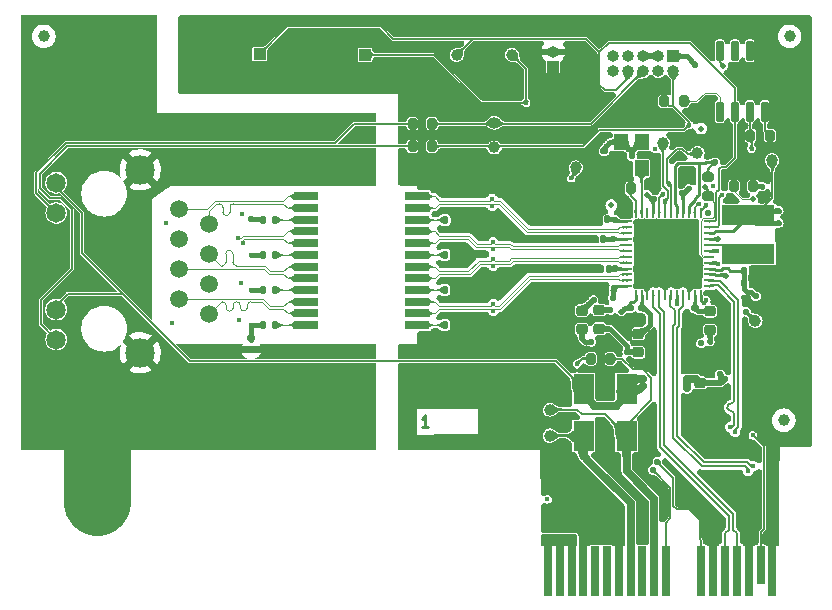
<source format=gbr>
%TF.GenerationSoftware,KiCad,Pcbnew,(6.0.9)*%
%TF.CreationDate,2023-02-16T18:06:57+01:00*%
%TF.ProjectId,pallas-ethernet-adapter,70616c6c-6173-42d6-9574-6865726e6574,rev?*%
%TF.SameCoordinates,Original*%
%TF.FileFunction,Copper,L1,Top*%
%TF.FilePolarity,Positive*%
%FSLAX46Y46*%
G04 Gerber Fmt 4.6, Leading zero omitted, Abs format (unit mm)*
G04 Created by KiCad (PCBNEW (6.0.9)) date 2023-02-16 18:06:57*
%MOMM*%
%LPD*%
G01*
G04 APERTURE LIST*
G04 Aperture macros list*
%AMRoundRect*
0 Rectangle with rounded corners*
0 $1 Rounding radius*
0 $2 $3 $4 $5 $6 $7 $8 $9 X,Y pos of 4 corners*
0 Add a 4 corners polygon primitive as box body*
4,1,4,$2,$3,$4,$5,$6,$7,$8,$9,$2,$3,0*
0 Add four circle primitives for the rounded corners*
1,1,$1+$1,$2,$3*
1,1,$1+$1,$4,$5*
1,1,$1+$1,$6,$7*
1,1,$1+$1,$8,$9*
0 Add four rect primitives between the rounded corners*
20,1,$1+$1,$2,$3,$4,$5,0*
20,1,$1+$1,$4,$5,$6,$7,0*
20,1,$1+$1,$6,$7,$8,$9,0*
20,1,$1+$1,$8,$9,$2,$3,0*%
G04 Aperture macros list end*
%ADD10C,0.250000*%
%TA.AperFunction,NonConductor*%
%ADD11C,0.250000*%
%TD*%
%TA.AperFunction,ComponentPad*%
%ADD12C,1.509000*%
%TD*%
%TA.AperFunction,ComponentPad*%
%ADD13C,1.650000*%
%TD*%
%TA.AperFunction,ComponentPad*%
%ADD14C,2.475000*%
%TD*%
%TA.AperFunction,ConnectorPad*%
%ADD15R,0.700000X4.200000*%
%TD*%
%TA.AperFunction,ConnectorPad*%
%ADD16R,0.700000X3.200000*%
%TD*%
%TA.AperFunction,SMDPad,CuDef*%
%ADD17C,1.000000*%
%TD*%
%TA.AperFunction,SMDPad,CuDef*%
%ADD18C,0.500000*%
%TD*%
%TA.AperFunction,SMDPad,CuDef*%
%ADD19RoundRect,0.140000X-0.170000X0.140000X-0.170000X-0.140000X0.170000X-0.140000X0.170000X0.140000X0*%
%TD*%
%TA.AperFunction,SMDPad,CuDef*%
%ADD20RoundRect,0.150000X0.150000X-0.725000X0.150000X0.725000X-0.150000X0.725000X-0.150000X-0.725000X0*%
%TD*%
%TA.AperFunction,SMDPad,CuDef*%
%ADD21R,4.500000X1.750000*%
%TD*%
%TA.AperFunction,SMDPad,CuDef*%
%ADD22RoundRect,0.140000X0.170000X-0.140000X0.170000X0.140000X-0.170000X0.140000X-0.170000X-0.140000X0*%
%TD*%
%TA.AperFunction,ComponentPad*%
%ADD23R,1.000000X1.000000*%
%TD*%
%TA.AperFunction,ComponentPad*%
%ADD24O,1.000000X1.000000*%
%TD*%
%TA.AperFunction,SMDPad,CuDef*%
%ADD25RoundRect,0.135000X0.135000X0.185000X-0.135000X0.185000X-0.135000X-0.185000X0.135000X-0.185000X0*%
%TD*%
%TA.AperFunction,SMDPad,CuDef*%
%ADD26RoundRect,0.200000X0.200000X0.275000X-0.200000X0.275000X-0.200000X-0.275000X0.200000X-0.275000X0*%
%TD*%
%TA.AperFunction,SMDPad,CuDef*%
%ADD27R,1.800000X2.500000*%
%TD*%
%TA.AperFunction,SMDPad,CuDef*%
%ADD28RoundRect,0.218750X0.256250X-0.218750X0.256250X0.218750X-0.256250X0.218750X-0.256250X-0.218750X0*%
%TD*%
%TA.AperFunction,SMDPad,CuDef*%
%ADD29RoundRect,0.140000X-0.140000X-0.170000X0.140000X-0.170000X0.140000X0.170000X-0.140000X0.170000X0*%
%TD*%
%TA.AperFunction,SMDPad,CuDef*%
%ADD30RoundRect,0.062500X-0.337500X-0.062500X0.337500X-0.062500X0.337500X0.062500X-0.337500X0.062500X0*%
%TD*%
%TA.AperFunction,SMDPad,CuDef*%
%ADD31RoundRect,0.062500X-0.062500X-0.337500X0.062500X-0.337500X0.062500X0.337500X-0.062500X0.337500X0*%
%TD*%
%TA.AperFunction,SMDPad,CuDef*%
%ADD32R,5.300000X5.300000*%
%TD*%
%TA.AperFunction,SMDPad,CuDef*%
%ADD33RoundRect,0.200000X0.275000X-0.200000X0.275000X0.200000X-0.275000X0.200000X-0.275000X-0.200000X0*%
%TD*%
%TA.AperFunction,ComponentPad*%
%ADD34C,5.600000*%
%TD*%
%TA.AperFunction,SMDPad,CuDef*%
%ADD35RoundRect,0.200000X-0.200000X-0.275000X0.200000X-0.275000X0.200000X0.275000X-0.200000X0.275000X0*%
%TD*%
%TA.AperFunction,SMDPad,CuDef*%
%ADD36R,1.200000X1.350000*%
%TD*%
%TA.AperFunction,SMDPad,CuDef*%
%ADD37R,2.030000X0.640000*%
%TD*%
%TA.AperFunction,SMDPad,CuDef*%
%ADD38R,1.050000X1.000000*%
%TD*%
%TA.AperFunction,SMDPad,CuDef*%
%ADD39R,2.200000X1.050000*%
%TD*%
%TA.AperFunction,SMDPad,CuDef*%
%ADD40RoundRect,0.225000X-0.250000X0.225000X-0.250000X-0.225000X0.250000X-0.225000X0.250000X0.225000X0*%
%TD*%
%TA.AperFunction,SMDPad,CuDef*%
%ADD41RoundRect,0.140000X0.140000X0.170000X-0.140000X0.170000X-0.140000X-0.170000X0.140000X-0.170000X0*%
%TD*%
%TA.AperFunction,ViaPad*%
%ADD42C,0.450000*%
%TD*%
%TA.AperFunction,ViaPad*%
%ADD43C,0.550000*%
%TD*%
%TA.AperFunction,ViaPad*%
%ADD44C,0.500000*%
%TD*%
%TA.AperFunction,Conductor*%
%ADD45C,0.400000*%
%TD*%
%TA.AperFunction,Conductor*%
%ADD46C,0.127000*%
%TD*%
%TA.AperFunction,Conductor*%
%ADD47C,0.500000*%
%TD*%
%TA.AperFunction,Conductor*%
%ADD48C,0.250000*%
%TD*%
%TA.AperFunction,Conductor*%
%ADD49C,0.700000*%
%TD*%
%TA.AperFunction,Conductor*%
%ADD50C,0.090000*%
%TD*%
%TA.AperFunction,Conductor*%
%ADD51C,0.200000*%
%TD*%
%TA.AperFunction,Conductor*%
%ADD52C,0.152400*%
%TD*%
%TA.AperFunction,Conductor*%
%ADD53C,0.110000*%
%TD*%
%TA.AperFunction,Conductor*%
%ADD54C,5.650000*%
%TD*%
%TA.AperFunction,Conductor*%
%ADD55C,0.121000*%
%TD*%
G04 APERTURE END LIST*
D10*
D11*
X-9619286Y15692620D02*
X-10190715Y15692620D01*
X-9905000Y15692620D02*
X-9905000Y16692620D01*
X-10000239Y16549762D01*
X-10095477Y16454524D01*
X-10190715Y16406905D01*
D12*
%TO.P,J5,1*%
%TO.N,/Ethernet/MDI_A_P*%
X-30720000Y34195000D03*
%TO.P,J5,2*%
%TO.N,/Ethernet/MDI_A_N*%
X-28180000Y32925000D03*
%TO.P,J5,3*%
%TO.N,/Ethernet/MDI_B_P*%
X-30720000Y31655000D03*
%TO.P,J5,4*%
%TO.N,/Ethernet/MDI_C_P*%
X-28180000Y30385000D03*
%TO.P,J5,5*%
%TO.N,/Ethernet/MDI_C_N*%
X-30720000Y29115000D03*
%TO.P,J5,6*%
%TO.N,/Ethernet/MDI_B_N*%
X-28180000Y27845000D03*
%TO.P,J5,7*%
%TO.N,/Ethernet/MDI_D_P*%
X-30720000Y26575000D03*
%TO.P,J5,8*%
%TO.N,/Ethernet/MDI_D_N*%
X-28180000Y25305000D03*
D13*
%TO.P,J5,9*%
%TO.N,/~{LED1}*%
X-41130000Y33840000D03*
%TO.P,J5,10*%
%TO.N,+3V3*%
X-41130000Y36380000D03*
%TO.P,J5,11*%
%TO.N,/~{LED0}*%
X-41130000Y23120000D03*
%TO.P,J5,12*%
%TO.N,+3V3*%
X-41130000Y25660000D03*
D14*
%TO.P,J5,SH*%
%TO.N,/CASE*%
X-34020000Y37495000D03*
X-34020000Y22005000D03*
%TD*%
D15*
%TO.P,J2,B1,+12V*%
%TO.N,/PCIexpress_connector/12V*%
X500000Y3550000D03*
%TO.P,J2,B2,+12V*%
X1500000Y3550000D03*
%TO.P,J2,B3,+12V*%
X2500000Y3550000D03*
%TO.P,J2,B4,GND*%
%TO.N,GND*%
X3500000Y3550000D03*
%TO.P,J2,B5,SMCLK*%
%TO.N,/PCIexpress_connector/SMCLK*%
X4500000Y3550000D03*
%TO.P,J2,B6,SMDAT*%
%TO.N,/PCIexpress_connector/SMDAT*%
X5500000Y3550000D03*
%TO.P,J2,B7,GND*%
%TO.N,GND*%
X6500000Y3550000D03*
%TO.P,J2,B8,+3.3V*%
%TO.N,/PCIexpress_connector/3V3*%
X7500000Y3550000D03*
%TO.P,J2,B9,~{TRST}*%
%TO.N,/PCIexpress_connector/~{TRST}*%
X8500000Y3550000D03*
%TO.P,J2,B10,+3.3V_aux*%
%TO.N,/LAN7430/PCIE_VAUX_DET*%
X9500000Y3550000D03*
%TO.P,J2,B11,~{WAKE}*%
%TO.N,/LAN7430/~{PCIE_WAKE}*%
X10500000Y3550000D03*
%TO.P,J2,B12,nCLKREQ*%
%TO.N,/LAN7430/~{PCIE_CLKREQ}*%
X13500000Y3550000D03*
%TO.P,J2,B13,GND*%
%TO.N,GND*%
X14500000Y3550000D03*
%TO.P,J2,B14,PET0+*%
%TO.N,/LAN7430/PCIE_RX_P*%
X15500000Y3550000D03*
%TO.P,J2,B15,PET0-*%
%TO.N,/LAN7430/PCIE_RX_N*%
X16500000Y3550000D03*
%TO.P,J2,B16,GND*%
%TO.N,GND*%
X17500000Y3550000D03*
D16*
%TO.P,J2,B17,~{PRSNT2}*%
%TO.N,/PCIexpress_connector/~{PRSNT1}*%
X18500000Y4050000D03*
D15*
%TO.P,J2,B18,GND*%
%TO.N,GND*%
X19500000Y3550000D03*
%TD*%
D17*
%TO.P,TP14,1,1*%
%TO.N,/LAN7430/PCIE_VAUX_DET*%
X665000Y17184993D03*
%TD*%
D18*
%TO.P,FID8,*%
%TO.N,*%
X13465000Y40985000D03*
%TD*%
D19*
%TO.P,C22,1*%
%TO.N,+3V3*%
X5275000Y39075000D03*
%TO.P,C22,2*%
%TO.N,GND*%
X5275000Y38115000D03*
%TD*%
D17*
%TO.P,FID1,*%
%TO.N,*%
X20965000Y48785000D03*
%TD*%
D20*
%TO.P,U2,1,CS*%
%TO.N,/LAN7430/CS*%
X15060000Y42410000D03*
%TO.P,U2,2,SCLK*%
%TO.N,/LAN_JTAG_TMS*%
X16330000Y42410000D03*
%TO.P,U2,3,DI*%
%TO.N,/LAN_JTAG_TDO*%
X17600000Y42410000D03*
%TO.P,U2,4,DO*%
%TO.N,/LAN7430/SDO*%
X18870000Y42410000D03*
%TO.P,U2,5,GND*%
%TO.N,GND*%
X18870000Y47560000D03*
%TO.P,U2,6,NC*%
%TO.N,unconnected-(U2-Pad6)*%
X17600000Y47560000D03*
%TO.P,U2,7,NC*%
%TO.N,unconnected-(U2-Pad7)*%
X16330000Y47560000D03*
%TO.P,U2,8,VCC*%
%TO.N,+3V3*%
X15060000Y47560000D03*
%TD*%
D21*
%TO.P,L5,1,1*%
%TO.N,/LAN7430/VDD12_SW_OUT*%
X17475000Y30400000D03*
%TO.P,L5,2,2*%
%TO.N,/LAN7430/VDD12_SW_FB*%
X17475000Y33650000D03*
%TD*%
D22*
%TO.P,C17,1*%
%TO.N,/LAN7430/AVDD12*%
X9375000Y34995000D03*
%TO.P,C17,2*%
%TO.N,GND*%
X9375000Y35955000D03*
%TD*%
D18*
%TO.P,FID7,*%
%TO.N,*%
X5865000Y34485000D03*
%TD*%
D23*
%TO.P,J6,1,Pin_1*%
%TO.N,/RESET*%
X965000Y46235000D03*
D24*
%TO.P,J6,2,Pin_2*%
%TO.N,GND*%
X965000Y47505000D03*
%TD*%
D25*
%TO.P,R24,1*%
%TO.N,/Ethernet/MDI_C_CT*%
X-22584400Y27305300D03*
%TO.P,R24,2*%
%TO.N,/Ethernet/BOB_SMITH*%
X-23604400Y27305300D03*
%TD*%
D17*
%TO.P,TP3,1,1*%
%TO.N,/LAN_JTAG_TCK*%
X-2535000Y47235000D03*
%TD*%
D26*
%TO.P,R12,1*%
%TO.N,/LAN_JTAG_TDI*%
X-9310000Y39485000D03*
%TO.P,R12,2*%
%TO.N,/~{LED0}*%
X-10960000Y39485000D03*
%TD*%
D27*
%TO.P,D2,1,K*%
%TO.N,+3V3*%
X3515000Y18935000D03*
%TO.P,D2,2,A*%
%TO.N,/PCIexpress_connector/3V3*%
X3515000Y14935000D03*
%TD*%
D19*
%TO.P,C30,1*%
%TO.N,/LAN7430/VDD12CORE*%
X7425000Y25755000D03*
%TO.P,C30,2*%
%TO.N,GND*%
X7425000Y24795000D03*
%TD*%
D17*
%TO.P,FID6,*%
%TO.N,*%
X-42185000Y48785000D03*
%TD*%
D25*
%TO.P,R25,1*%
%TO.N,/Ethernet/MDI_D_CT*%
X-22589400Y24335300D03*
%TO.P,R25,2*%
%TO.N,/Ethernet/BOB_SMITH*%
X-23609400Y24335300D03*
%TD*%
D28*
%TO.P,L2,1*%
%TO.N,/LAN7430/VDD_2V5*%
X3365000Y23997500D03*
%TO.P,L2,2*%
%TO.N,/LAN7430/AVDDH*%
X3365000Y25572500D03*
%TD*%
D17*
%TO.P,TP1,1,1*%
%TO.N,/LAN7430/VDD_2V5*%
X18064991Y24685004D03*
%TD*%
D29*
%TO.P,C3,1*%
%TO.N,+3V3*%
X17115000Y27890000D03*
%TO.P,C3,2*%
%TO.N,GND*%
X18075000Y27890000D03*
%TD*%
D28*
%TO.P,L6,1*%
%TO.N,/LAN7430/VDD12_SW_FB*%
X8165000Y22037500D03*
%TO.P,L6,2*%
%TO.N,/LAN7430/VP*%
X8165000Y23612500D03*
%TD*%
D17*
%TO.P,TP4,1,1*%
%TO.N,/LAN_JTAG_TMS*%
X-7235000Y47185000D03*
%TD*%
D30*
%TO.P,U1,1,AVDDH_1*%
%TO.N,/LAN7430/AVDDH*%
X7225000Y33125000D03*
%TO.P,U1,2,TXRXP_A*%
%TO.N,/Ethernet/TXRX_A_P*%
X7225000Y32625000D03*
%TO.P,U1,3,TXRXM_A*%
%TO.N,/Ethernet/TXRX_A_N*%
X7225000Y32125000D03*
%TO.P,U1,4,AVDDL_1*%
%TO.N,/LAN7430/AVDDL*%
X7225000Y31625000D03*
%TO.P,U1,5,TXRXP_B*%
%TO.N,/Ethernet/TXRX_B_P*%
X7225000Y31125000D03*
%TO.P,U1,6,TXRXM_B*%
%TO.N,/Ethernet/TXRX_B_N*%
X7225000Y30625000D03*
%TO.P,U1,7,TXRXP_C*%
%TO.N,/Ethernet/TXRX_C_P*%
X7225000Y30125000D03*
%TO.P,U1,8,TXRXM_C*%
%TO.N,/Ethernet/TXRX_C_N*%
X7225000Y29625000D03*
%TO.P,U1,9,AVDDL_2*%
%TO.N,/LAN7430/AVDDL*%
X7225000Y29125000D03*
%TO.P,U1,10,TXRXP_D*%
%TO.N,/Ethernet/TXRX_D_P*%
X7225000Y28625000D03*
%TO.P,U1,11,TXRXM_D*%
%TO.N,/Ethernet/TXRX_D_N*%
X7225000Y28125000D03*
%TO.P,U1,12,AVDDH_2*%
%TO.N,/LAN7430/AVDDH*%
X7225000Y27625000D03*
D31*
%TO.P,U1,13,VDD12CORE*%
%TO.N,/LAN7430/VDD12CORE*%
X7925000Y26925000D03*
%TO.P,U1,14,VP*%
%TO.N,/LAN7430/VP*%
X8425000Y26925000D03*
%TO.P,U1,15,GD_1*%
%TO.N,GND*%
X8925000Y26925000D03*
%TO.P,U1,16,PCIE_RX_P*%
%TO.N,/LAN7430/PCIE_RX_P*%
X9425000Y26925000D03*
%TO.P,U1,17,PCIE_RX_M*%
%TO.N,/LAN7430/PCIE_RX_N*%
X9925000Y26925000D03*
%TO.P,U1,18,GD_2*%
%TO.N,GND*%
X10425000Y26925000D03*
%TO.P,U1,19,PCIE_TX_P*%
%TO.N,/LAN7430/PCIE_TX_P*%
X10925000Y26925000D03*
%TO.P,U1,20,VPTX*%
%TO.N,/LAN7430/VPTX*%
X11425000Y26925000D03*
%TO.P,U1,21,PCIE_TX_M*%
%TO.N,/LAN7430/PCIE_TX_N*%
X11925000Y26925000D03*
%TO.P,U1,22,GD_3*%
%TO.N,GND*%
X12425000Y26925000D03*
%TO.P,U1,23,VPH*%
%TO.N,/LAN7430/VPH*%
X12925000Y26925000D03*
%TO.P,U1,24,RESREF*%
%TO.N,/LAN7430/RESREF*%
X13425000Y26925000D03*
D30*
%TO.P,U1,25,PCIE_CLK_P*%
%TO.N,/LAN7430/PCIE_CLK_P*%
X14125000Y27625000D03*
%TO.P,U1,26,PCIE_CLK_M*%
%TO.N,/LAN7430/PCIE_CLK_N*%
X14125000Y28125000D03*
%TO.P,U1,27,VDD25_REG_OUT*%
%TO.N,/LAN7430/VDD_2V5*%
X14125000Y28625000D03*
%TO.P,U1,28,VDD_REG_IN*%
%TO.N,+3V3*%
X14125000Y29125000D03*
%TO.P,U1,29,RESET_N*%
%TO.N,/RESET*%
X14125000Y29625000D03*
%TO.P,U1,30,TEST*%
%TO.N,/LAN7430/TEST*%
X14125000Y30125000D03*
%TO.P,U1,31,VDD12CORE*%
%TO.N,/LAN7430/VDD12CORE*%
X14125000Y30625000D03*
%TO.P,U1,32,VDD12_SW_OUT*%
%TO.N,/LAN7430/VDD12_SW_OUT*%
X14125000Y31125000D03*
%TO.P,U1,33,VDD_SW_IN*%
%TO.N,+3V3*%
X14125000Y31625000D03*
%TO.P,U1,34,VDD12_SW_FB*%
%TO.N,/LAN7430/VDD12_SW_FB*%
X14125000Y32125000D03*
%TO.P,U1,35,VAUX_DET/GPIO3/LED3/TCK*%
%TO.N,/LAN_JTAG_TCK*%
X14125000Y32625000D03*
%TO.P,U1,36,EECLK/GPIO2/LED2/TMS/ADV_PM_DISABLE*%
%TO.N,/LAN_JTAG_TMS*%
X14125000Y33125000D03*
D31*
%TO.P,U1,37,EEDIO/GPIO1/LED1/TDO*%
%TO.N,/LAN_JTAG_TDO*%
X13425000Y33825000D03*
%TO.P,U1,38,EECS/GPIO0/LED0/TDI*%
%TO.N,/LAN_JTAG_TDI*%
X12925000Y33825000D03*
%TO.P,U1,39,VDDVARIO*%
%TO.N,+3V3*%
X12425000Y33825000D03*
%TO.P,U1,40,VDD12CORE*%
%TO.N,/LAN7430/VDD12CORE*%
X11925000Y33825000D03*
%TO.P,U1,41,VDD_OTP*%
%TO.N,+3V3*%
X11425000Y33825000D03*
%TO.P,U1,42,CLKREQ#*%
%TO.N,/LAN7430/~{PCIE_CLKREQ}*%
X10925000Y33825000D03*
%TO.P,U1,43,WAKE#*%
%TO.N,/LAN7430/~{PCIE_WAKE}*%
X10425000Y33825000D03*
%TO.P,U1,44,PERST#*%
%TO.N,/LAN7430/~{PCIE_PERST}*%
X9925000Y33825000D03*
%TO.P,U1,45,AVDD12*%
%TO.N,/LAN7430/AVDD12*%
X9425000Y33825000D03*
%TO.P,U1,46,XO*%
%TO.N,/LAN7430/TO_XO*%
X8925000Y33825000D03*
%TO.P,U1,47,XI*%
%TO.N,/LAN7430/OSC_OUT*%
X8425000Y33825000D03*
%TO.P,U1,48,ISET*%
%TO.N,/LAN7430/ISET*%
X7925000Y33825000D03*
D32*
%TO.P,U1,49,EPAD*%
%TO.N,GND*%
X10675000Y30375000D03*
%TD*%
D33*
%TO.P,R19,1*%
%TO.N,/LAN7430/TEST*%
X14065000Y35260000D03*
%TO.P,R19,2*%
%TO.N,+3V3*%
X14065000Y36910000D03*
%TD*%
D19*
%TO.P,C4,1*%
%TO.N,/LAN7430/VPH*%
X12925000Y25755000D03*
%TO.P,C4,2*%
%TO.N,GND*%
X12925000Y24795000D03*
%TD*%
D25*
%TO.P,R22,1*%
%TO.N,/Ethernet/MDI_A_CT*%
X-22574400Y33245300D03*
%TO.P,R22,2*%
%TO.N,/Ethernet/BOB_SMITH*%
X-23594400Y33245300D03*
%TD*%
D34*
%TO.P,H2,1,1*%
%TO.N,/CASE*%
X-37685000Y45585000D03*
%TD*%
D28*
%TO.P,L1,1*%
%TO.N,/LAN7430/VDD_2V5*%
X14225000Y23937500D03*
%TO.P,L1,2*%
%TO.N,/LAN7430/VPH*%
X14225000Y25512500D03*
%TD*%
D35*
%TO.P,R15,1*%
%TO.N,/LAN_JTAG_TDI*%
X10340000Y43285000D03*
%TO.P,R15,2*%
%TO.N,/LAN7430/CS*%
X11990000Y43285000D03*
%TD*%
%TO.P,R6,1*%
%TO.N,/LAN_JTAG_TCK*%
X4140000Y21485000D03*
%TO.P,R6,2*%
%TO.N,/LAN7430/PCIE_VAUX_DET*%
X5790000Y21485000D03*
%TD*%
D36*
%TO.P,X1,1,EN*%
%TO.N,+3V3*%
X6725000Y39850000D03*
%TO.P,X1,2,GND*%
%TO.N,GND*%
X6725000Y37600000D03*
%TO.P,X1,3,OUT*%
%TO.N,/LAN7430/OSC_OUT*%
X8425000Y37600000D03*
%TO.P,X1,4,Vdd*%
%TO.N,+3V3*%
X8425000Y39850000D03*
%TD*%
D17*
%TO.P,TP15,1,1*%
%TO.N,/LAN7430/~{PCIE_WAKE}*%
X10265000Y39785000D03*
%TD*%
D37*
%TO.P,TR1,1,TCT1*%
%TO.N,/Ethernet/TXRX_D_CT*%
X-10616000Y24346700D03*
%TO.P,TR1,2,TD1+*%
%TO.N,/Ethernet/TXRX_D_N*%
X-10616000Y25337300D03*
%TO.P,TR1,3,TD1-*%
%TO.N,/Ethernet/TXRX_D_P*%
X-10616000Y26327900D03*
%TO.P,TR1,4,TCT2*%
%TO.N,/Ethernet/TXRX_C_CT*%
X-10616000Y27318500D03*
%TO.P,TR1,5,TD2+*%
%TO.N,/Ethernet/TXRX_C_N*%
X-10616000Y28309100D03*
%TO.P,TR1,6,TD2-*%
%TO.N,/Ethernet/TXRX_C_P*%
X-10616000Y29299700D03*
%TO.P,TR1,7,TCT3*%
%TO.N,/Ethernet/TXRX_B_CT*%
X-10616000Y30290300D03*
%TO.P,TR1,8,TD3+*%
%TO.N,/Ethernet/TXRX_B_N*%
X-10616000Y31280900D03*
%TO.P,TR1,9,TD3-*%
%TO.N,/Ethernet/TXRX_B_P*%
X-10616000Y32271500D03*
%TO.P,TR1,10,TCT4*%
%TO.N,/Ethernet/TXRX_A_CT*%
X-10616000Y33262100D03*
%TO.P,TR1,11,TD4+*%
%TO.N,/Ethernet/TXRX_A_N*%
X-10616000Y34252700D03*
%TO.P,TR1,12,TD4-*%
%TO.N,/Ethernet/TXRX_A_P*%
X-10616000Y35243300D03*
%TO.P,TR1,13,MX4-*%
%TO.N,/Ethernet/MDI_A_P*%
X-20014000Y35243300D03*
%TO.P,TR1,14,MX4+*%
%TO.N,/Ethernet/MDI_A_N*%
X-20014000Y34252700D03*
%TO.P,TR1,15,MCT4*%
%TO.N,/Ethernet/MDI_A_CT*%
X-20014000Y33262100D03*
%TO.P,TR1,16,MTX3-*%
%TO.N,/Ethernet/MDI_B_P*%
X-20014000Y32271500D03*
%TO.P,TR1,17,MTX3+*%
%TO.N,/Ethernet/MDI_B_N*%
X-20014000Y31280900D03*
%TO.P,TR1,18,MCT3*%
%TO.N,/Ethernet/MDI_B_CT*%
X-20014000Y30290300D03*
%TO.P,TR1,19,MTX2-*%
%TO.N,/Ethernet/MDI_C_P*%
X-20014000Y29299700D03*
%TO.P,TR1,20,MTX2+*%
%TO.N,/Ethernet/MDI_C_N*%
X-20014000Y28309100D03*
%TO.P,TR1,21,MCT2*%
%TO.N,/Ethernet/MDI_C_CT*%
X-20014000Y27318500D03*
%TO.P,TR1,22,MTX1-*%
%TO.N,/Ethernet/MDI_D_P*%
X-20014000Y26327900D03*
%TO.P,TR1,23,MTX1+*%
%TO.N,/Ethernet/MDI_D_N*%
X-20014000Y25337300D03*
%TO.P,TR1,24,MTC1*%
%TO.N,/Ethernet/MDI_D_CT*%
X-20014000Y24346700D03*
%TD*%
D29*
%TO.P,C27,1*%
%TO.N,/Ethernet/TXRX_B_CT*%
X-8245000Y30295000D03*
%TO.P,C27,2*%
%TO.N,GND*%
X-7285000Y30295000D03*
%TD*%
D38*
%TO.P,J4,1,In*%
%TO.N,/LAN_JTAG_TCK*%
X-14985000Y47235000D03*
D39*
%TO.P,J4,2,Ext*%
%TO.N,GND*%
X-16510000Y48710000D03*
X-16510000Y45760000D03*
%TD*%
D17*
%TO.P,TP10,1,1*%
%TO.N,/PCIexpress_connector/3V3*%
X665000Y14984998D03*
%TD*%
D35*
%TO.P,R3,1*%
%TO.N,GND*%
X5865000Y35910000D03*
%TO.P,R3,2*%
%TO.N,/LAN7430/ISET*%
X7515000Y35910000D03*
%TD*%
D17*
%TO.P,TP2,1,1*%
%TO.N,/LAN7430/VDD12_SW_FB*%
X19464988Y38285002D03*
%TD*%
%TO.P,TP12,1,1*%
%TO.N,/LAN7430/~{PCIE_CLKREQ}*%
X13165001Y38934988D03*
%TD*%
D29*
%TO.P,C28,1*%
%TO.N,/Ethernet/TXRX_A_CT*%
X-8224400Y33235300D03*
%TO.P,C28,2*%
%TO.N,GND*%
X-7264400Y33235300D03*
%TD*%
D27*
%TO.P,D1,1,K*%
%TO.N,+3V3*%
X7165000Y18935000D03*
%TO.P,D1,2,A*%
%TO.N,/LAN7430/PCIE_VAUX_DET*%
X7165000Y14935000D03*
%TD*%
D26*
%TO.P,R11,1*%
%TO.N,/LAN_JTAG_TDO*%
X-9310000Y41385000D03*
%TO.P,R11,2*%
%TO.N,/~{LED1}*%
X-10960000Y41385000D03*
%TD*%
%TO.P,R5,1*%
%TO.N,/LAN7430/SDO*%
X19290000Y40385000D03*
%TO.P,R5,2*%
%TO.N,/LAN_JTAG_TDO*%
X17640000Y40385000D03*
%TD*%
D23*
%TO.P,J7,1,VTref*%
%TO.N,+3V3*%
X11114992Y47110003D03*
D24*
%TO.P,J7,2,TMS*%
%TO.N,/LAN_JTAG_TDI*%
X11114992Y45840003D03*
%TO.P,J7,3,GND*%
%TO.N,GND*%
X9844992Y47110003D03*
%TO.P,J7,4,TCK*%
%TO.N,/LAN_JTAG_TCK*%
X9844992Y45840003D03*
%TO.P,J7,5,GND*%
%TO.N,GND*%
X8574992Y47110003D03*
%TO.P,J7,6,TDO*%
%TO.N,/LAN_JTAG_TDO*%
X8574992Y45840003D03*
%TO.P,J7,7,KEY*%
%TO.N,unconnected-(J7-Pad7)*%
X7304992Y47110003D03*
%TO.P,J7,8,TDI*%
%TO.N,/LAN_JTAG_TMS*%
X7304992Y45840003D03*
%TO.P,J7,9,GNDDet*%
%TO.N,GND*%
X6034992Y47110003D03*
%TO.P,J7,10,~{RESET}*%
%TO.N,/RESET*%
X6034992Y45840003D03*
%TD*%
D25*
%TO.P,R23,1*%
%TO.N,/Ethernet/MDI_B_CT*%
X-22569400Y30275300D03*
%TO.P,R23,2*%
%TO.N,/Ethernet/BOB_SMITH*%
X-23589400Y30275300D03*
%TD*%
D40*
%TO.P,C24,1*%
%TO.N,+3V3*%
X13365000Y19460000D03*
%TO.P,C24,2*%
%TO.N,GND*%
X13365000Y17910000D03*
%TD*%
D34*
%TO.P,H1,1,1*%
%TO.N,/CASE*%
X-37650000Y9350000D03*
%TD*%
D29*
%TO.P,C26,1*%
%TO.N,/Ethernet/TXRX_C_CT*%
X-8245000Y27315000D03*
%TO.P,C26,2*%
%TO.N,GND*%
X-7285000Y27315000D03*
%TD*%
D26*
%TO.P,R26,1*%
%TO.N,+3V3*%
X17890000Y36085000D03*
%TO.P,R26,2*%
%TO.N,/RESET*%
X16240000Y36085000D03*
%TD*%
D41*
%TO.P,C14,1*%
%TO.N,/LAN7430/AVDDL*%
X5645000Y29125000D03*
%TO.P,C14,2*%
%TO.N,GND*%
X4685000Y29125000D03*
%TD*%
D17*
%TO.P,FID5,*%
%TO.N,*%
X20465000Y16285000D03*
%TD*%
%TO.P,TP5,1,1*%
%TO.N,/LAN_JTAG_TDO*%
X-4035000Y41485000D03*
%TD*%
%TO.P,TP13,1,1*%
%TO.N,/LAN7430/~{PCIE_PERST}*%
X2865000Y37685000D03*
%TD*%
D19*
%TO.P,C16,1*%
%TO.N,/LAN7430/VP*%
X8425000Y25755000D03*
%TO.P,C16,2*%
%TO.N,GND*%
X8425000Y24795000D03*
%TD*%
D28*
%TO.P,L4,1*%
%TO.N,/LAN7430/VDD12_SW_FB*%
X4865000Y24037500D03*
%TO.P,L4,2*%
%TO.N,/LAN7430/AVDDL*%
X4865000Y25612500D03*
%TD*%
D22*
%TO.P,C32,1*%
%TO.N,/LAN7430/VDD12CORE*%
X11915000Y35505000D03*
%TO.P,C32,2*%
%TO.N,GND*%
X11915000Y36465000D03*
%TD*%
D41*
%TO.P,C7,1*%
%TO.N,/LAN7430/AVDDH*%
X6055000Y27375000D03*
%TO.P,C7,2*%
%TO.N,GND*%
X5095000Y27375000D03*
%TD*%
D29*
%TO.P,C25,1*%
%TO.N,/Ethernet/TXRX_D_CT*%
X-8245000Y24345000D03*
%TO.P,C25,2*%
%TO.N,GND*%
X-7285000Y24345000D03*
%TD*%
D41*
%TO.P,C5,1*%
%TO.N,/LAN7430/AVDDH*%
X5545000Y33285000D03*
%TO.P,C5,2*%
%TO.N,GND*%
X4585000Y33285000D03*
%TD*%
%TO.P,C12,1*%
%TO.N,/LAN7430/AVDDL*%
X5195000Y31625000D03*
%TO.P,C12,2*%
%TO.N,GND*%
X4235000Y31625000D03*
%TD*%
D38*
%TO.P,J3,1,In*%
%TO.N,/LAN_JTAG_TMS*%
X-23905000Y47285000D03*
D39*
%TO.P,J3,2,Ext*%
%TO.N,GND*%
X-25430000Y45810000D03*
X-25430000Y48760000D03*
%TD*%
D19*
%TO.P,C29,1*%
%TO.N,/Ethernet/BOB_SMITH*%
X-24615000Y23225000D03*
%TO.P,C29,2*%
%TO.N,/CASE*%
X-24615000Y22265000D03*
%TD*%
%TO.P,C23,1*%
%TO.N,+3V3*%
X14665000Y19465000D03*
%TO.P,C23,2*%
%TO.N,GND*%
X14665000Y18505000D03*
%TD*%
D29*
%TO.P,C6,1*%
%TO.N,+3V3*%
X17135000Y28900000D03*
%TO.P,C6,2*%
%TO.N,GND*%
X18095000Y28900000D03*
%TD*%
D17*
%TO.P,TP6,1,1*%
%TO.N,/LAN_JTAG_TDI*%
X-4035000Y39385000D03*
%TD*%
D42*
%TO.N,GND*%
X-9535000Y14385000D03*
X20965000Y50285000D03*
X19965000Y25535000D03*
X17435000Y22995000D03*
X15476500Y23605000D03*
X12956905Y14596905D03*
X15465000Y21215000D03*
X9565000Y31585000D03*
X-20535000Y44285000D03*
X-17960000Y48810000D03*
D43*
X12315000Y20675000D03*
D42*
X22465000Y17785000D03*
X22472715Y29781913D03*
X12365000Y37135000D03*
X15475000Y25115000D03*
D43*
X13885000Y6995000D03*
D42*
X22472715Y39781913D03*
X19915000Y34885000D03*
X16965000Y8285000D03*
X22465000Y49285000D03*
X-11535000Y14385000D03*
X16785000Y9945000D03*
X13575000Y24875000D03*
X16065000Y9685000D03*
X17055000Y13543500D03*
X18635000Y34925000D03*
X8425000Y14795000D03*
D43*
X19465000Y6185000D03*
D42*
X22465000Y14785000D03*
X9115000Y27985000D03*
X9188569Y13953816D03*
X15178095Y26298095D03*
D43*
X3565000Y6985000D03*
D42*
X22472715Y27781913D03*
X11665000Y9235000D03*
X19565000Y10375000D03*
X15975000Y13545000D03*
X17465000Y50285000D03*
D43*
X6515000Y6985000D03*
D42*
X22465000Y16235000D03*
X9185000Y38645000D03*
D43*
X-4765000Y30345000D03*
D42*
X9465000Y50285000D03*
X-2531913Y50292715D03*
X-10185000Y22345000D03*
X-9015000Y36745000D03*
X-17985000Y45735000D03*
D43*
X-1615000Y36045000D03*
D42*
X12165000Y10585000D03*
D43*
X-7255600Y29519700D03*
D42*
X-11585000Y22345000D03*
D43*
X6515000Y6185000D03*
D42*
X7465000Y50285000D03*
D43*
X-7275600Y31044700D03*
D42*
X8365000Y31585000D03*
X19555000Y9395000D03*
X20465000Y14785000D03*
D43*
X9265000Y20585000D03*
D42*
X22472715Y41781913D03*
X13465000Y50285000D03*
D43*
X-4115000Y27845000D03*
D42*
X-18535000Y50285000D03*
X11765000Y32785000D03*
X13985000Y13605000D03*
D43*
X-7245000Y26575000D03*
D42*
X5365000Y19235000D03*
X-6535000Y50285000D03*
X15985000Y11586500D03*
X22472715Y47781913D03*
X-11535000Y18785000D03*
D43*
X1825000Y27465000D03*
D42*
X-3535000Y14385000D03*
X11615000Y40435000D03*
D43*
X-1515000Y24645000D03*
D42*
X11510423Y31825558D03*
X20085000Y31095000D03*
X-16531913Y44292715D03*
X9186500Y17315000D03*
X12253500Y15475000D03*
X1465000Y50285000D03*
X-20535000Y50285000D03*
X16815000Y11205000D03*
X-22535000Y44285000D03*
X14465000Y36135000D03*
D43*
X-6485000Y24355000D03*
D42*
X-11860000Y42560000D03*
X22465000Y31785000D03*
X20085000Y29595000D03*
X5465000Y50285000D03*
X19410000Y8535000D03*
X22465000Y23785000D03*
X-24535000Y44285000D03*
X-12535000Y50285000D03*
X13965000Y8785000D03*
X19695000Y28875000D03*
X22465000Y45785000D03*
X22465000Y19785000D03*
X-5715000Y35745000D03*
X12265000Y16755000D03*
D43*
X-7294400Y34085300D03*
X15415000Y18855000D03*
X-6464400Y27285300D03*
D42*
X-8535000Y50285000D03*
X19165000Y46335000D03*
X11468087Y50292715D03*
X8365000Y30385000D03*
D43*
X9135000Y23495000D03*
D42*
X12165000Y27985000D03*
X14515000Y40435000D03*
X-26535000Y44285000D03*
X-1535000Y14385000D03*
D43*
X-7285000Y23495000D03*
X3935000Y29145000D03*
X4335000Y27345000D03*
D42*
X22472715Y25781913D03*
X22465000Y50285000D03*
X-5535000Y14385000D03*
X-11835000Y38485000D03*
D43*
X13335000Y16985000D03*
X1165000Y31675000D03*
D42*
X-11815000Y36745000D03*
X-22535000Y50285000D03*
X-30535000Y50285000D03*
D43*
X-4215000Y32945000D03*
D42*
X13015000Y9735000D03*
X-16531913Y50292715D03*
X15085000Y16045000D03*
X-14535000Y44285000D03*
X-4535000Y50285000D03*
X-14535000Y50285000D03*
X-26535000Y50285000D03*
X13965000Y11685000D03*
X-11615000Y20788087D03*
X18795000Y28890000D03*
X4765000Y37260000D03*
X-11535000Y16785000D03*
D43*
X14815000Y17555000D03*
X17015000Y6985000D03*
D42*
X-30535000Y46785000D03*
X17165000Y37535000D03*
X9565000Y32785000D03*
X22472715Y35781913D03*
D43*
X3485000Y31645000D03*
D42*
X-535000Y50285000D03*
X8445000Y15535000D03*
X17465000Y16195000D03*
X5315000Y14585000D03*
X22472715Y43781913D03*
X-10415000Y36745000D03*
X-28535000Y44285000D03*
X-30535000Y44785000D03*
D43*
X-6494400Y33240300D03*
D42*
X-26835000Y48810000D03*
X17065000Y36135000D03*
X15315000Y38985000D03*
X-30535000Y48785000D03*
D43*
X9136500Y22035000D03*
D42*
X20085000Y30345000D03*
X-18535000Y44285000D03*
X15715000Y34935000D03*
X16005000Y10695000D03*
D44*
X19165000Y48785000D03*
D42*
X-24535000Y50285000D03*
D43*
X-7315000Y32495000D03*
D42*
X22472715Y33781913D03*
X8365000Y29185000D03*
X9186500Y16215000D03*
X-7535000Y14385000D03*
X-28535000Y50285000D03*
D43*
X3565000Y6185000D03*
D42*
X18185000Y13325000D03*
D43*
X-7264400Y28085300D03*
D42*
X8251808Y12646433D03*
X12253500Y18245000D03*
D43*
X1695000Y33165000D03*
D42*
X9185000Y15075000D03*
X11535000Y11305000D03*
X-26860000Y45810000D03*
X15468087Y50292715D03*
X18968087Y50292715D03*
D43*
X4965000Y34035000D03*
D42*
X8405000Y16535000D03*
X22457285Y21788087D03*
X-10535000Y50285000D03*
D43*
X1185000Y29145000D03*
D42*
X14045000Y22045000D03*
D43*
X-7255600Y25154700D03*
D42*
X11615000Y38785000D03*
D43*
X-6465000Y30295000D03*
D42*
X22472715Y37781913D03*
D43*
X19465000Y6985000D03*
D42*
X9565000Y30385000D03*
X8365000Y32785000D03*
X3465000Y50285000D03*
X-5915000Y22345000D03*
X10565000Y27985000D03*
%TO.N,/PCIexpress_connector/~{PRSNT1}*%
X465000Y9585000D03*
X17855000Y15005000D03*
D43*
%TO.N,+3V3*%
X8565000Y19185000D03*
X12265000Y18985000D03*
D44*
X15365000Y46285000D03*
D43*
X18115000Y26785000D03*
X14665000Y38135000D03*
D44*
X18665000Y36075000D03*
D43*
X15065000Y20185000D03*
X8565000Y19785000D03*
X12965000Y46385000D03*
X12265000Y19785000D03*
X7615000Y38635000D03*
D44*
X14875000Y31625000D03*
D43*
X15465000Y19785000D03*
%TO.N,/LAN7430/VDD12_SW_FB*%
X7215000Y22085000D03*
D44*
X20065000Y32985000D03*
D43*
X13465000Y22805000D03*
D44*
X20065000Y34035000D03*
D43*
X14065000Y33835000D03*
D44*
%TO.N,/LAN7430/VDD12CORE*%
X6715000Y25485000D03*
D42*
X12415000Y35935000D03*
X14815000Y30635000D03*
D43*
%TO.N,/LAN7430/AVDDH*%
X6015000Y26635000D03*
X6215000Y33235000D03*
X4365000Y26485000D03*
D42*
%TO.N,/LAN7430/VPTX*%
X11415000Y26135000D03*
D43*
%TO.N,/LAN7430/AVDDL*%
X5775000Y25625000D03*
X6215000Y29135000D03*
X6005000Y31625000D03*
D44*
%TO.N,/LAN7430/AVDD12*%
X8915000Y35385000D03*
%TO.N,/LAN7430/TEST*%
X13815000Y36035000D03*
D43*
%TO.N,/LAN7430/VDD_2V5*%
X17265000Y25485000D03*
D44*
X14225000Y22925000D03*
D43*
X4175000Y22925000D03*
D44*
X15565000Y28535000D03*
D43*
%TO.N,/PCIexpress_connector/3V3*%
X4015000Y12735000D03*
X4515000Y12235000D03*
D42*
%TO.N,/LAN7430/PCIE_TX_P*%
X17434058Y11954058D03*
%TO.N,/LAN7430/PCIE_TX_N*%
X17895942Y12415942D03*
%TO.N,/LAN7430/PCIE_CLK_P*%
X15894058Y15725942D03*
%TO.N,/LAN7430/PCIE_CLK_N*%
X16355942Y15264058D03*
%TO.N,/LAN_JTAG_TCK*%
X9585000Y39245000D03*
X15215000Y35385000D03*
X2965000Y21085000D03*
X-1335000Y43185000D03*
%TO.N,/Ethernet/MDI_B_P*%
X-25727133Y31757133D03*
%TO.N,/Ethernet/MDI_B_N*%
X-25302867Y31332867D03*
%TO.N,/CASE*%
X-23041593Y38797064D03*
X-19035000Y38785000D03*
X-15035000Y14385000D03*
X-42035000Y14385000D03*
X-33035000Y50285000D03*
X-43735000Y31785000D03*
X-31035000Y20785000D03*
X-19035000Y20785000D03*
X-27035000Y41785000D03*
X-43735000Y17785000D03*
X-31315000Y24545000D03*
X-34535000Y50285000D03*
X-21035000Y41785000D03*
X-25615000Y24745000D03*
X-25035000Y14385000D03*
X-17015000Y22345000D03*
X-17031913Y41792715D03*
X-21035000Y38785000D03*
X-23035000Y41785000D03*
X-43735000Y25785000D03*
X-25035000Y20785000D03*
X-33535000Y14385000D03*
X-43735000Y44785000D03*
X-15025000Y40315000D03*
X-31035000Y41785000D03*
X-40535000Y50285000D03*
X-35535000Y20785000D03*
X-43735000Y46785000D03*
X-15035000Y16785000D03*
X-25515000Y27945000D03*
X-43735000Y41785000D03*
X-19035000Y41785000D03*
X-27015000Y22345000D03*
X-38535000Y50285000D03*
X-23015000Y22345000D03*
X-43735000Y37785000D03*
X-27035000Y20785000D03*
X-42835000Y20485000D03*
X-25035000Y41785000D03*
X-29035000Y14385000D03*
X-23035000Y20785000D03*
X-43735000Y39785000D03*
X-43735000Y21785000D03*
X-42535000Y50285000D03*
X-33035000Y46785000D03*
X-29035000Y41785000D03*
X-15035000Y18785000D03*
X-25515000Y22345000D03*
X-43735000Y29785000D03*
X-43735000Y19785000D03*
X-43735000Y33785000D03*
X-21035000Y20785000D03*
X-27035000Y14385000D03*
X-33035000Y44785000D03*
X-43735000Y23785000D03*
X-15035000Y38785000D03*
X-43735000Y50285000D03*
X-25415000Y33745000D03*
X-19035000Y14385000D03*
X-21015000Y22345000D03*
X-17035000Y38785000D03*
X-19015000Y22345000D03*
X-23035000Y14385000D03*
X-40235000Y20485000D03*
X-33035000Y48785000D03*
X-21035000Y14385000D03*
X-43735000Y15785000D03*
X-15035000Y41885000D03*
X-43735000Y14385000D03*
X-23785000Y22345000D03*
X-31035000Y14385000D03*
X-43735000Y27785000D03*
X-43735000Y35785000D03*
X-31815000Y32945000D03*
X-37535000Y14385000D03*
X-15015000Y36785000D03*
X-15015000Y22345000D03*
X-35535000Y14385000D03*
X-17035000Y20785000D03*
X-17035000Y14385000D03*
X-39535000Y14385000D03*
X-38335000Y20785000D03*
X-43735000Y48685000D03*
X-36535000Y50285000D03*
X-33035000Y41785000D03*
X-29035000Y20785000D03*
X-15035000Y20785000D03*
%TO.N,/RESET*%
X14865000Y29535000D03*
D44*
X17885000Y34975000D03*
D42*
%TO.N,/LAN_JTAG_TDI*%
X13315000Y34635000D03*
X12465000Y41285000D03*
%TO.N,/LAN_JTAG_TDO*%
X17740000Y39285000D03*
X13915000Y34485000D03*
%TO.N,/LAN7430/RESREF*%
X13915000Y26435000D03*
%TO.N,/PCIexpress_connector/12V*%
X1480000Y6175000D03*
%TO.N,/LAN7430/~{PCIE_CLKREQ}*%
X10765000Y36285000D03*
D43*
X9765000Y12785000D03*
D42*
%TO.N,/LAN7430/~{PCIE_PERST}*%
X10225000Y35425000D03*
X2465000Y36785000D03*
%TO.N,/LAN7430/~{PCIE_WAKE}*%
X10425000Y34825000D03*
D43*
X9365000Y12085000D03*
D42*
%TO.N,/Ethernet/TXRX_A_P*%
X-4215000Y35048000D03*
%TO.N,/Ethernet/TXRX_A_N*%
X-4215000Y34448000D03*
%TO.N,/Ethernet/TXRX_B_P*%
X-4144400Y31365800D03*
%TO.N,/Ethernet/TXRX_B_N*%
X-4160000Y30760000D03*
%TO.N,/Ethernet/TXRX_C_P*%
X-4144400Y29965800D03*
%TO.N,/Ethernet/TXRX_C_N*%
X-4135000Y29360000D03*
%TO.N,/Ethernet/TXRX_D_P*%
X-4115000Y26132600D03*
%TO.N,/Ethernet/TXRX_D_N*%
X-4115000Y25532600D03*
%TO.N,/Ethernet/BOB_SMITH*%
X-24605000Y24385000D03*
D43*
X-24605000Y33285000D03*
D42*
X-24605000Y27285000D03*
X-24605000Y30285000D03*
%TD*%
D45*
%TO.N,GND*%
X17500000Y3550000D02*
X17500000Y6500000D01*
X19500000Y6950000D02*
X19465000Y6985000D01*
X4685000Y29125000D02*
X3955000Y29125000D01*
X3955000Y29125000D02*
X3935000Y29145000D01*
X18785000Y28900000D02*
X18095000Y28900000D01*
X5065000Y27345000D02*
X5095000Y27375000D01*
X5790000Y37600000D02*
X5275000Y38115000D01*
X18795000Y28890000D02*
X18785000Y28900000D01*
X12365000Y37135000D02*
X11915000Y36685000D01*
X11915000Y36685000D02*
X11915000Y36465000D01*
X4335000Y27345000D02*
X5065000Y27345000D01*
X19500000Y3550000D02*
X19500000Y6950000D01*
X14500000Y6380000D02*
X14500000Y3550000D01*
X6725000Y37600000D02*
X5790000Y37600000D01*
X17500000Y6500000D02*
X17015000Y6985000D01*
X13885000Y6995000D02*
X14500000Y6380000D01*
X4215000Y31645000D02*
X4235000Y31625000D01*
X4585000Y33285000D02*
X4585000Y33655000D01*
X4585000Y33655000D02*
X4965000Y34035000D01*
X3485000Y31645000D02*
X4215000Y31645000D01*
D46*
%TO.N,/PCIexpress_connector/~{PRSNT1}*%
X17855000Y15005000D02*
X18775000Y14085000D01*
X18500000Y6810000D02*
X18500000Y4050000D01*
X18775000Y14085000D02*
X18775000Y7085000D01*
X18775000Y7085000D02*
X18500000Y6810000D01*
D47*
%TO.N,+3V3*%
X15145000Y20105000D02*
X15065000Y20185000D01*
D48*
X12915000Y35035000D02*
X13115000Y35235000D01*
D49*
X13370000Y19465000D02*
X13365000Y19460000D01*
D48*
X11425000Y33825000D02*
X11425000Y34425000D01*
D46*
X15060000Y46590000D02*
X15365000Y46285000D01*
D49*
X8315000Y18935000D02*
X8565000Y19185000D01*
D45*
X12240000Y47110000D02*
X11115000Y47110000D01*
X12965000Y46385000D02*
X12240000Y47110000D01*
D49*
X12265000Y19785000D02*
X12565000Y19785000D01*
D48*
X14715000Y28985000D02*
X14575000Y29125000D01*
D49*
X7165000Y18385000D02*
X6265000Y17485000D01*
X12565000Y19785000D02*
X13050000Y19785000D01*
D46*
X-35501399Y26981399D02*
X-40168801Y26981399D01*
D49*
X12265000Y18985000D02*
X12265000Y19485000D01*
D46*
X15060000Y47560000D02*
X15060000Y46590000D01*
D45*
X7615000Y38960000D02*
X6725000Y39850000D01*
D48*
X12425000Y34445000D02*
X12915000Y34935000D01*
X13115000Y35235000D02*
X13165000Y35235000D01*
X14125000Y31625000D02*
X14875000Y31625000D01*
X12915000Y34935000D02*
X12915000Y35035000D01*
D45*
X5275000Y39375000D02*
X5275000Y39075000D01*
X5750000Y39850000D02*
X5275000Y39375000D01*
D48*
X15715000Y29135000D02*
X15265000Y29135000D01*
D45*
X17890000Y36085000D02*
X18655000Y36085000D01*
D47*
X14665000Y19465000D02*
X13370000Y19465000D01*
D48*
X13165000Y35235000D02*
X13265000Y35335000D01*
X15265000Y29135000D02*
X15215000Y29085000D01*
D46*
X-38965000Y33854800D02*
X-41184800Y36074600D01*
D49*
X6265000Y17485000D02*
X4465000Y17485000D01*
X7165000Y18935000D02*
X8315000Y18935000D01*
D48*
X11265000Y34585000D02*
X11265000Y37785000D01*
D45*
X17715000Y27185000D02*
X17365000Y27185000D01*
D47*
X15145000Y19465000D02*
X15145000Y20105000D01*
D46*
X-38965000Y30445000D02*
X-38965000Y33854800D01*
D45*
X7615000Y38635000D02*
X7615000Y39040000D01*
D48*
X15955000Y28895000D02*
X17130000Y28895000D01*
D47*
X14665000Y19465000D02*
X15145000Y19465000D01*
D46*
X14065000Y36910000D02*
X14065000Y37535000D01*
D48*
X11425000Y34425000D02*
X11265000Y34585000D01*
D45*
X18655000Y36085000D02*
X18665000Y36075000D01*
D48*
X13265000Y35335000D02*
X13265000Y38035000D01*
D49*
X8015000Y19785000D02*
X8565000Y19785000D01*
D46*
X-35415000Y26895000D02*
X-38965000Y30445000D01*
X-40168801Y26981399D02*
X-41184800Y25965400D01*
D47*
X15145000Y19465000D02*
X15465000Y19785000D01*
D45*
X17365000Y27185000D02*
X17115000Y27435000D01*
D48*
X13265000Y38035000D02*
X13765000Y38035000D01*
D46*
X-29805000Y21285000D02*
X-35415000Y26895000D01*
X14065000Y37535000D02*
X14665000Y38135000D01*
D48*
X14575000Y29125000D02*
X14125000Y29125000D01*
D45*
X17115000Y28880000D02*
X17135000Y28900000D01*
X18115000Y26785000D02*
X17715000Y27185000D01*
D46*
X-35415000Y26895000D02*
X-35501399Y26981399D01*
D48*
X15955000Y28895000D02*
X15715000Y29135000D01*
X13765000Y38035000D02*
X13865000Y38135000D01*
D45*
X17115000Y27435000D02*
X17115000Y27890000D01*
D46*
X3515000Y18935000D02*
X1165000Y21285000D01*
D48*
X15215000Y29085000D02*
X15215000Y28985000D01*
X13865000Y38135000D02*
X14665000Y38135000D01*
D49*
X12265000Y19485000D02*
X12565000Y19785000D01*
X13050000Y19785000D02*
X13370000Y19465000D01*
D48*
X11515000Y38035000D02*
X13265000Y38035000D01*
D49*
X7165000Y18935000D02*
X8015000Y19785000D01*
D45*
X6725000Y39850000D02*
X5750000Y39850000D01*
D46*
X1165000Y21285000D02*
X-29805000Y21285000D01*
D49*
X4465000Y17485000D02*
X3515000Y18435000D01*
D45*
X7615000Y38635000D02*
X7615000Y38960000D01*
D48*
X15215000Y28985000D02*
X14715000Y28985000D01*
X17130000Y28895000D02*
X17135000Y28900000D01*
D45*
X7615000Y39040000D02*
X8425000Y39850000D01*
X17115000Y27890000D02*
X17115000Y28880000D01*
D48*
X11265000Y37785000D02*
X11515000Y38035000D01*
X12425000Y33825000D02*
X12425000Y34445000D01*
D45*
%TO.N,/LAN7430/VDD12_SW_FB*%
X20065000Y32985000D02*
X18140000Y32985000D01*
X7215000Y22085000D02*
X8117500Y22085000D01*
D48*
X14705000Y32325000D02*
X16205000Y32325000D01*
X16205000Y32325000D02*
X17475000Y33595000D01*
D45*
X18140000Y32985000D02*
X17475000Y33650000D01*
X7215000Y22597500D02*
X5775000Y24037500D01*
X7215000Y22085000D02*
X7215000Y22597500D01*
D46*
X19515000Y38235000D02*
X19465000Y38285000D01*
D45*
X17860000Y34035000D02*
X17475000Y33650000D01*
D46*
X18030000Y33650000D02*
X19515000Y35135000D01*
D45*
X8117500Y22085000D02*
X8165000Y22037500D01*
X5775000Y24037500D02*
X4865000Y24037500D01*
D46*
X17475000Y33650000D02*
X18030000Y33650000D01*
D45*
X20065000Y34035000D02*
X17860000Y34035000D01*
D46*
X19515000Y35135000D02*
X19515000Y38235000D01*
D48*
X14125000Y32125000D02*
X14505000Y32125000D01*
X14505000Y32125000D02*
X14705000Y32325000D01*
X17475000Y33595000D02*
X17475000Y33650000D01*
%TO.N,/LAN7430/VDD12CORE*%
X7525000Y26275000D02*
X7425000Y26175000D01*
X11925000Y35495000D02*
X11915000Y35505000D01*
X11925000Y33825000D02*
X11925000Y35495000D01*
X7925000Y26475000D02*
X7725000Y26275000D01*
X14815000Y30635000D02*
X14805000Y30625000D01*
X14805000Y30625000D02*
X14125000Y30625000D01*
X7925000Y26925000D02*
X7925000Y26475000D01*
D45*
X6715000Y25485000D02*
X6985000Y25755000D01*
X11985000Y35505000D02*
X11915000Y35505000D01*
D48*
X7425000Y26175000D02*
X7425000Y25755000D01*
X7725000Y26275000D02*
X7525000Y26275000D01*
D45*
X12415000Y35935000D02*
X11985000Y35505000D01*
X6985000Y25755000D02*
X7425000Y25755000D01*
D48*
%TO.N,/LAN7430/VPH*%
X12925000Y26925000D02*
X12925000Y25755000D01*
D45*
X14225000Y25512500D02*
X13167500Y25512500D01*
X13167500Y25512500D02*
X12925000Y25755000D01*
D48*
%TO.N,/LAN7430/AVDDH*%
X6305000Y27625000D02*
X6055000Y27375000D01*
D45*
X4365000Y26485000D02*
X4277500Y26485000D01*
D48*
X6215000Y33235000D02*
X6415000Y33235000D01*
D45*
X6165000Y33285000D02*
X6215000Y33235000D01*
X4277500Y26485000D02*
X3365000Y25572500D01*
D48*
X6415000Y33235000D02*
X6525000Y33125000D01*
D45*
X6015000Y26635000D02*
X6015000Y27335000D01*
D48*
X7225000Y27625000D02*
X6305000Y27625000D01*
D45*
X6015000Y27335000D02*
X6055000Y27375000D01*
D48*
X6525000Y33125000D02*
X7225000Y33125000D01*
D45*
X5545000Y33285000D02*
X6165000Y33285000D01*
D48*
%TO.N,/LAN7430/VPTX*%
X11425000Y26145000D02*
X11415000Y26135000D01*
X11425000Y26925000D02*
X11425000Y26145000D01*
%TO.N,/LAN7430/AVDDL*%
X6225000Y29125000D02*
X6215000Y29135000D01*
D45*
X6215000Y29135000D02*
X6205000Y29125000D01*
X4877500Y25625000D02*
X4865000Y25612500D01*
D48*
X7225000Y29125000D02*
X6225000Y29125000D01*
X6005000Y31625000D02*
X7225000Y31625000D01*
D45*
X6005000Y31625000D02*
X5195000Y31625000D01*
X6205000Y29125000D02*
X5645000Y29125000D01*
X5775000Y25625000D02*
X4877500Y25625000D01*
D48*
%TO.N,/LAN7430/VP*%
X8425000Y25755000D02*
X8425000Y26925000D01*
D45*
X8165000Y23612500D02*
X8362500Y23612500D01*
X9125000Y24375000D02*
X9125000Y25275000D01*
X8645000Y25755000D02*
X8425000Y25755000D01*
X9125000Y25275000D02*
X8645000Y25755000D01*
X8362500Y23612500D02*
X9125000Y24375000D01*
D48*
%TO.N,/LAN7430/AVDD12*%
X8915000Y35385000D02*
X9425000Y34875000D01*
X9425000Y34875000D02*
X9425000Y33825000D01*
D50*
%TO.N,/LAN7430/TEST*%
X13665000Y33385000D02*
X14415000Y33385000D01*
D46*
X14065000Y35785000D02*
X14065000Y35260000D01*
D50*
X13465000Y30335000D02*
X13465000Y33185000D01*
X14565000Y34760000D02*
X14065000Y35260000D01*
X14415000Y33385000D02*
X14565000Y33535000D01*
X14565000Y33535000D02*
X14565000Y34760000D01*
X14125000Y30125000D02*
X14115000Y30135000D01*
X14115000Y30135000D02*
X13665000Y30135000D01*
X13465000Y33185000D02*
X13665000Y33385000D01*
D46*
X13815000Y36035000D02*
X14065000Y35785000D01*
D50*
X13665000Y30135000D02*
X13465000Y30335000D01*
D51*
%TO.N,/LAN7430/VDD_2V5*%
X18065000Y24685000D02*
X17265000Y25485000D01*
D45*
X14225000Y22925000D02*
X14225000Y23937500D01*
D48*
X15515000Y28585000D02*
X15565000Y28535000D01*
D45*
X4175000Y22925000D02*
X3625000Y22925000D01*
X3625000Y22925000D02*
X3365000Y23185000D01*
D48*
X14665000Y28585000D02*
X15515000Y28585000D01*
D45*
X3365000Y23185000D02*
X3365000Y23997500D01*
D48*
X14625000Y28625000D02*
X14665000Y28585000D01*
X14125000Y28625000D02*
X14625000Y28625000D01*
X15475000Y28625000D02*
X15565000Y28535000D01*
D51*
%TO.N,/LAN7430/PCIE_VAUX_DET*%
X2965000Y17185000D02*
X3365000Y16785000D01*
D46*
X7165000Y15885000D02*
X9265000Y17985000D01*
X8565000Y20585000D02*
X7665000Y20585000D01*
X9265000Y17985000D02*
X9265000Y19885000D01*
X6765000Y21485000D02*
X5790000Y21485000D01*
D51*
X3365000Y16785000D02*
X5315000Y16785000D01*
D46*
X7165000Y14935000D02*
X7165000Y15885000D01*
D51*
X2165000Y17185000D02*
X2965000Y17185000D01*
X665000Y17185000D02*
X2165000Y17185000D01*
D46*
X9265000Y19885000D02*
X8565000Y20585000D01*
D49*
X9500000Y9650000D02*
X7165000Y11985000D01*
D46*
X7665000Y20585000D02*
X6765000Y21485000D01*
D49*
X9500000Y3550000D02*
X9500000Y9650000D01*
D51*
X5315000Y16785000D02*
X7165000Y14935000D01*
D49*
X7165000Y11985000D02*
X7165000Y14935000D01*
D51*
%TO.N,/PCIexpress_connector/3V3*%
X665000Y14985000D02*
X3465000Y14985000D01*
D49*
X4515000Y12235000D02*
X4015000Y12735000D01*
X3515000Y13235000D02*
X3515000Y14935000D01*
D51*
X3465000Y14985000D02*
X3515000Y14935000D01*
D49*
X7500000Y3550000D02*
X7500000Y9250000D01*
X7500000Y9250000D02*
X4015000Y12735000D01*
X4015000Y12735000D02*
X3515000Y13235000D01*
D52*
%TO.N,/LAN7430/PCIE_RX_P*%
X15822200Y8176352D02*
X15822200Y7022201D01*
X15822200Y7022201D02*
X15500000Y6700001D01*
X9425000Y25839796D02*
X9987200Y25277596D01*
X9987200Y14011352D02*
X15822200Y8176352D01*
X9425000Y26925000D02*
X9425000Y25839796D01*
X9987200Y25277596D02*
X9987200Y14011352D01*
X15500000Y6700001D02*
X15500000Y3550000D01*
%TO.N,/LAN7430/PCIE_RX_N*%
X16500000Y6700001D02*
X16500000Y3550000D01*
X9925000Y25842692D02*
X10342800Y25424892D01*
X10342800Y14158648D02*
X16177800Y8323648D01*
X10342800Y25424892D02*
X10342800Y14158648D01*
X16177800Y8323648D02*
X16177800Y7022201D01*
X9925000Y26925000D02*
X9925000Y25842692D01*
X16177800Y7022201D02*
X16500000Y6700001D01*
%TO.N,/LAN7430/PCIE_TX_P*%
X10875000Y25955000D02*
X10875000Y26875000D01*
X13531352Y12387200D02*
X11097200Y14821352D01*
X17434058Y11954058D02*
X17434058Y12164494D01*
X11097200Y24273715D02*
X11247200Y24423715D01*
X17434058Y12164494D02*
X17211352Y12387200D01*
X17211352Y12387200D02*
X13531352Y12387200D01*
X10875000Y26875000D02*
X10925000Y26925000D01*
X11097200Y14821352D02*
X11097200Y24273715D01*
X11247200Y24423715D02*
X11247200Y25582800D01*
X11247200Y25582800D02*
X10875000Y25955000D01*
%TO.N,/LAN7430/PCIE_TX_N*%
X11602800Y25582800D02*
X11965000Y25945000D01*
X13678648Y12742800D02*
X11452800Y14968648D01*
X11452800Y14968648D02*
X11452800Y24126419D01*
X11602800Y24276419D02*
X11602800Y25582800D01*
X17685506Y12415942D02*
X17358648Y12742800D01*
X11965000Y25945000D02*
X11965000Y26885000D01*
X11965000Y26885000D02*
X11925000Y26925000D01*
X17358648Y12742800D02*
X13678648Y12742800D01*
X17895942Y12415942D02*
X17685506Y12415942D01*
X11452800Y24126419D02*
X11602800Y24276419D01*
%TO.N,/LAN7430/PCIE_CLK_P*%
X14125000Y27625000D02*
X14197199Y27697199D01*
X16277200Y16775798D02*
X16277200Y16698000D01*
X16277200Y16698000D02*
X16277200Y15898648D01*
X16104494Y15725942D02*
X15894058Y15725942D01*
X14911353Y27697199D02*
X16277200Y26331352D01*
X14197199Y27697199D02*
X14911353Y27697199D01*
X15989899Y17715499D02*
X15989898Y17715499D01*
X16277200Y15898648D02*
X16104494Y15725942D01*
X15989898Y17063099D02*
X15989899Y17063099D01*
X16277200Y26331352D02*
X16277200Y18002800D01*
X15702597Y17428198D02*
X15702597Y17350400D01*
X15989898Y17063097D02*
G75*
G02*
X15702597Y17350400I2J287303D01*
G01*
X15702601Y17428198D02*
G75*
G02*
X15989898Y17715499I287299J2D01*
G01*
X15989899Y17715500D02*
G75*
G03*
X16277200Y18002800I1J287300D01*
G01*
X16277199Y16775798D02*
G75*
G03*
X15989899Y17063099I-287299J2D01*
G01*
%TO.N,/LAN7430/PCIE_CLK_N*%
X16632800Y26478648D02*
X16632800Y15751352D01*
X14125000Y28125000D02*
X14197199Y28052801D01*
X14197199Y28052801D02*
X15058647Y28052801D01*
X16632800Y15751352D02*
X16355942Y15474494D01*
X15058647Y28052801D02*
X16632800Y26478648D01*
X16355942Y15474494D02*
X16355942Y15264058D01*
D46*
%TO.N,/LAN_JTAG_TMS*%
X5315000Y44235000D02*
X6265000Y44235000D01*
X6265000Y44235000D02*
X7305000Y45275000D01*
X12515000Y48235000D02*
X16330000Y44420000D01*
X4865000Y44685000D02*
X5315000Y44235000D01*
X16465000Y42545000D02*
X16330000Y42410000D01*
X15565000Y37735000D02*
X16330000Y38500000D01*
X5665000Y48235000D02*
X12515000Y48235000D01*
X-5835000Y48585000D02*
X-5135000Y48585000D01*
X4865000Y47435000D02*
X4865000Y44685000D01*
X15115000Y37735000D02*
X14965000Y37585000D01*
X14965000Y37585000D02*
X14965000Y35785000D01*
X-13655000Y49635000D02*
X-12605000Y48585000D01*
X16330000Y38500000D02*
X16330000Y42410000D01*
X3715000Y48585000D02*
X-5135000Y48585000D01*
X-21555000Y49635000D02*
X-13655000Y49635000D01*
X14765000Y35585000D02*
X14765000Y33235000D01*
X14965000Y35785000D02*
X14765000Y35585000D01*
X16330000Y44420000D02*
X16330000Y42410000D01*
X15565000Y37735000D02*
X15115000Y37735000D01*
X14655000Y33125000D02*
X14125000Y33125000D01*
X14765000Y33235000D02*
X14655000Y33125000D01*
X-23905000Y47285000D02*
X-21555000Y49635000D01*
X4865000Y47435000D02*
X3715000Y48585000D01*
X7305000Y45275000D02*
X7305000Y45840000D01*
X-7235000Y47185000D02*
X-5835000Y48585000D01*
X-12605000Y48585000D02*
X-5835000Y48585000D01*
X4865000Y47435000D02*
X5665000Y48235000D01*
D51*
%TO.N,/LAN7430/VDD12_SW_OUT*%
X14125000Y31125000D02*
X16750000Y31125000D01*
X16750000Y31125000D02*
X17475000Y30400000D01*
D48*
X16700000Y31125000D02*
X17475000Y30350000D01*
D46*
%TO.N,/LAN_JTAG_TCK*%
X14125000Y32625000D02*
X14855000Y32625000D01*
X15015000Y35185000D02*
X15215000Y35385000D01*
X15015000Y34685000D02*
X15015000Y35185000D01*
X-1285000Y43235000D02*
X-1335000Y43185000D01*
X3365000Y21485000D02*
X2965000Y21085000D01*
X-1335000Y46035000D02*
X-2535000Y47235000D01*
X15015000Y32785000D02*
X15015000Y34685000D01*
X14865000Y32635000D02*
X15015000Y32785000D01*
X-9185000Y47235000D02*
X-14985000Y47235000D01*
X14855000Y32625000D02*
X14865000Y32635000D01*
X-1335000Y43185000D02*
X-5135000Y43185000D01*
X-1335000Y43185000D02*
X-1335000Y46035000D01*
X-5135000Y43185000D02*
X-9185000Y47235000D01*
X4140000Y21485000D02*
X3365000Y21485000D01*
D53*
%TO.N,/Ethernet/MDI_A_P*%
X-20014000Y35243300D02*
X-21536501Y35243300D01*
X-21536501Y35243300D02*
X-21901801Y34878000D01*
X-28363848Y34195000D02*
X-30720000Y34195000D01*
X-21901801Y34878000D02*
X-27680848Y34878000D01*
X-27680848Y34878000D02*
X-28363848Y34195000D01*
%TO.N,/Ethernet/MDI_A_N*%
X-21901801Y34618000D02*
X-26128000Y34618000D01*
X-20014000Y34252700D02*
X-21536501Y34252700D01*
X-27573152Y34618000D02*
X-28180000Y34011152D01*
X-26428000Y34318000D02*
X-26428000Y33918000D01*
X-21536501Y34252700D02*
X-21901801Y34618000D01*
X-27328000Y34618000D02*
X-27573152Y34618000D01*
X-27028000Y33918000D02*
X-27028000Y34318000D01*
X-28180000Y34011152D02*
X-28180000Y32925000D01*
X-27328000Y34618000D02*
G75*
G02*
X-27028000Y34318000I0J-300000D01*
G01*
X-27028000Y33918000D02*
G75*
G03*
X-26728000Y33618000I300000J0D01*
G01*
X-26428000Y34318000D02*
G75*
G02*
X-26128000Y34618000I300000J0D01*
G01*
X-26728000Y33618000D02*
G75*
G03*
X-26428000Y33918000I0J300000D01*
G01*
%TO.N,/Ethernet/MDI_B_P*%
X-21901801Y31906200D02*
X-25337648Y31906200D01*
X-25337648Y31906200D02*
X-25486715Y31757133D01*
X-20014000Y32271500D02*
X-21536501Y32271500D01*
X-25486715Y31757133D02*
X-25727133Y31757133D01*
X-21536501Y32271500D02*
X-21901801Y31906200D01*
%TO.N,/Ethernet/MDI_C_P*%
X-25835000Y29375000D02*
X-23461152Y29375000D01*
X-23020552Y28934400D02*
X-21901801Y28934400D01*
X-26185000Y30375000D02*
X-26185000Y29675000D01*
X-25885000Y29375000D02*
X-25835000Y29375000D01*
X-23461152Y29375000D02*
X-23020552Y28934400D01*
X-28180000Y30385000D02*
X-27170000Y29375000D01*
X-26785000Y29675000D02*
X-26785000Y30375000D01*
X-27170000Y29375000D02*
X-27085000Y29375000D01*
X-21901801Y28934400D02*
X-21536501Y29299700D01*
X-21536501Y29299700D02*
X-20014000Y29299700D01*
X-26485000Y30675000D02*
G75*
G03*
X-26785000Y30375000I0J-300000D01*
G01*
X-25885000Y29375000D02*
G75*
G02*
X-26185000Y29675000I0J300000D01*
G01*
X-26785000Y29675000D02*
G75*
G02*
X-27085000Y29375000I-300000J0D01*
G01*
X-26185000Y30375000D02*
G75*
G03*
X-26485000Y30675000I-300000J0D01*
G01*
%TO.N,/Ethernet/MDI_C_N*%
X-23568848Y29115000D02*
X-23128248Y28674400D01*
X-30720000Y29115000D02*
X-23568848Y29115000D01*
X-21536501Y28309100D02*
X-20014000Y28309100D01*
X-21901801Y28674400D02*
X-21536501Y28309100D01*
X-21901801Y28674400D02*
X-23128248Y28674400D01*
%TO.N,/Ethernet/MDI_B_N*%
X-25302867Y31573285D02*
X-25302867Y31332867D01*
X-25229952Y31646200D02*
X-25302867Y31573285D01*
X-21901801Y31646200D02*
X-25229952Y31646200D01*
X-21536501Y31280900D02*
X-21901801Y31646200D01*
X-20014000Y31280900D02*
X-21536501Y31280900D01*
%TO.N,/Ethernet/MDI_D_P*%
X-21901801Y25962600D02*
X-21536501Y26327900D01*
X-21536501Y26327900D02*
X-20014000Y26327900D01*
X-30720000Y26575000D02*
X-23611152Y26575000D01*
X-23611152Y26575000D02*
X-22998752Y25962600D01*
X-21901801Y25962600D02*
X-22998752Y25962600D01*
%TO.N,/Ethernet/MDI_D_N*%
X-21536501Y25337300D02*
X-21901801Y25702600D01*
X-21901801Y25702600D02*
X-23106448Y25702600D01*
X-27170000Y26315000D02*
X-28180000Y25305000D01*
X-23718848Y26315000D02*
X-24645000Y26315000D01*
X-24945000Y26015000D02*
X-24945000Y25827064D01*
X-26145000Y26015000D02*
X-26145000Y25827064D01*
X-27045000Y26315000D02*
X-27170000Y26315000D01*
X-25545000Y25827064D02*
X-25545000Y26015000D01*
X-23106448Y25702600D02*
X-23718848Y26315000D01*
X-20014000Y25337300D02*
X-21536501Y25337300D01*
X-26745000Y25827064D02*
X-26745000Y26015000D01*
X-26745036Y25827064D02*
G75*
G03*
X-26445000Y25527064I300036J36D01*
G01*
X-24945000Y26015000D02*
G75*
G02*
X-24645000Y26315000I300000J0D01*
G01*
X-27045000Y26315000D02*
G75*
G02*
X-26745000Y26015000I0J-300000D01*
G01*
X-25845000Y26315000D02*
G75*
G02*
X-25545000Y26015000I0J-300000D01*
G01*
X-25545036Y25827064D02*
G75*
G03*
X-25245000Y25527064I300036J36D01*
G01*
X-25245000Y25527100D02*
G75*
G03*
X-24945000Y25827064I0J300000D01*
G01*
X-26145000Y26015000D02*
G75*
G02*
X-25845000Y26315000I300000J0D01*
G01*
X-26445000Y25527100D02*
G75*
G03*
X-26145000Y25827064I0J300000D01*
G01*
D54*
%TO.N,/CASE*%
X-37650000Y9350000D02*
X-37650000Y14900000D01*
D50*
%TO.N,/RESET*%
X16925000Y34975000D02*
X17885000Y34975000D01*
D48*
X14865000Y29535000D02*
X14775000Y29625000D01*
D50*
X16240000Y36085000D02*
X16240000Y35660000D01*
D48*
X14775000Y29625000D02*
X14125000Y29625000D01*
D50*
X16240000Y35660000D02*
X16925000Y34975000D01*
D46*
%TO.N,/LAN_JTAG_TDI*%
X13065000Y34435000D02*
X13265000Y34635000D01*
X12040000Y40860000D02*
X4840000Y40860000D01*
X4840000Y40860000D02*
X3465000Y39485000D01*
X11115000Y42885000D02*
X11115000Y45840000D01*
X12925000Y33825000D02*
X12925000Y34295000D01*
X12465000Y41535000D02*
X11115000Y42885000D01*
X12465000Y41285000D02*
X12465000Y41535000D01*
X11115000Y42885000D02*
X10740000Y42885000D01*
X13265000Y34635000D02*
X13315000Y34635000D01*
X12465000Y41285000D02*
X12040000Y40860000D01*
X10740000Y42885000D02*
X10340000Y43285000D01*
X3465000Y39485000D02*
X-9310000Y39485000D01*
X12925000Y34295000D02*
X13065000Y34435000D01*
%TO.N,/LAN_JTAG_TDO*%
X13425000Y33825000D02*
X13425000Y33995000D01*
X17640000Y42370000D02*
X17600000Y42410000D01*
X17740000Y39285000D02*
X17740000Y40285000D01*
X4120000Y41385000D02*
X8575000Y45840000D01*
X-9310000Y41385000D02*
X-4035000Y41385000D01*
X17740000Y40285000D02*
X17640000Y40385000D01*
X13425000Y33995000D02*
X13915000Y34485000D01*
X-4035000Y41385000D02*
X4120000Y41385000D01*
X17640000Y40385000D02*
X17640000Y42370000D01*
%TO.N,/~{LED1}*%
X-10960000Y41385000D02*
X-15935000Y41385000D01*
X-40325000Y39785000D02*
X-42815000Y37295000D01*
X-42815000Y35525000D02*
X-41130000Y33840000D01*
X-17535000Y39785000D02*
X-40325000Y39785000D01*
X-15935000Y41385000D02*
X-17535000Y39785000D01*
X-42815000Y37295000D02*
X-42815000Y35525000D01*
%TO.N,/~{LED0}*%
X-41665000Y35095000D02*
X-40765000Y35095000D01*
X-42415000Y24405000D02*
X-41130000Y23120000D01*
X-40175000Y39485000D02*
X-42490000Y37170000D01*
X-42490000Y37170000D02*
X-42490000Y35920000D01*
X-39815000Y29095000D02*
X-42415000Y26495000D01*
X-39815000Y34145000D02*
X-39815000Y29095000D01*
X-42490000Y35920000D02*
X-41665000Y35095000D01*
X-10960000Y39485000D02*
X-40175000Y39485000D01*
X-42415000Y26495000D02*
X-42415000Y24405000D01*
X-40765000Y35095000D02*
X-39815000Y34145000D01*
D50*
%TO.N,/LAN7430/CS*%
X14765000Y43985000D02*
X15065000Y43685000D01*
X15065000Y43685000D02*
X15065000Y42415000D01*
X13065000Y43285000D02*
X13765000Y43985000D01*
X11990000Y43285000D02*
X13065000Y43285000D01*
X13765000Y43985000D02*
X14765000Y43985000D01*
X15065000Y42415000D02*
X15060000Y42410000D01*
D51*
%TO.N,/LAN7430/OSC_OUT*%
X8425000Y37600000D02*
X8425000Y33825000D01*
%TO.N,/LAN7430/ISET*%
X7925000Y34875000D02*
X7925000Y33825000D01*
X7925000Y34875000D02*
X7515000Y35285000D01*
X7515000Y35285000D02*
X7515000Y35910000D01*
D48*
%TO.N,/LAN7430/RESREF*%
X13665000Y26235000D02*
X13425000Y26475000D01*
X13915000Y26435000D02*
X13715000Y26235000D01*
X13715000Y26235000D02*
X13665000Y26235000D01*
X13425000Y26475000D02*
X13425000Y26925000D01*
D46*
%TO.N,/LAN7430/SDO*%
X18870000Y40805000D02*
X19290000Y40385000D01*
X18870000Y42410000D02*
X18870000Y40805000D01*
D49*
%TO.N,/PCIexpress_connector/12V*%
X1500000Y6160000D02*
X1515000Y6175000D01*
X535000Y6175000D02*
X1480000Y6175000D01*
X2500000Y3550000D02*
X2500000Y6090000D01*
X500000Y3550000D02*
X500000Y6140000D01*
X2415000Y6175000D02*
X1515000Y6175000D01*
X1500000Y3550000D02*
X1500000Y6160000D01*
X2500000Y6090000D02*
X2415000Y6175000D01*
X500000Y6140000D02*
X535000Y6175000D01*
X1480000Y6175000D02*
X1515000Y6175000D01*
D46*
%TO.N,/LAN7430/~{PCIE_CLKREQ}*%
X13165000Y38785000D02*
X12365000Y38785000D01*
X9765000Y12785000D02*
X11115000Y11435000D01*
X11865000Y39285000D02*
X11465000Y39285000D01*
X13335000Y6245000D02*
X13500000Y6080000D01*
X12415000Y8735000D02*
X13335000Y7815000D01*
X13335000Y7815000D02*
X13335000Y6245000D01*
X11115000Y11435000D02*
X11115000Y9035000D01*
X10925000Y33825000D02*
X10925000Y36125000D01*
X13500000Y6080000D02*
X13500000Y3550000D01*
X10615000Y38435000D02*
X10615000Y36435000D01*
X12365000Y38785000D02*
X11865000Y39285000D01*
X11465000Y39285000D02*
X10615000Y38435000D01*
X10925000Y36125000D02*
X10765000Y36285000D01*
X11415000Y8735000D02*
X12415000Y8735000D01*
X11115000Y9035000D02*
X11415000Y8735000D01*
X10615000Y36435000D02*
X10765000Y36285000D01*
%TO.N,/LAN7430/~{PCIE_PERST}*%
X2865000Y37185000D02*
X2865000Y37685000D01*
X9925000Y35125000D02*
X10225000Y35425000D01*
X2465000Y36785000D02*
X2865000Y37185000D01*
X9925000Y33825000D02*
X9925000Y35125000D01*
%TO.N,/LAN7430/~{PCIE_WAKE}*%
X9365000Y12085000D02*
X10865000Y10585000D01*
X10665000Y35135000D02*
X10665000Y35685000D01*
X10425000Y34825000D02*
X10425000Y34895000D01*
X10865000Y7985000D02*
X10500000Y7620000D01*
X10215000Y37735000D02*
X10215000Y39635000D01*
X10425000Y34895000D02*
X10665000Y35135000D01*
X10215000Y36135000D02*
X10215000Y37735000D01*
X10865000Y10585000D02*
X10865000Y7985000D01*
X10665000Y35685000D02*
X10215000Y36135000D01*
X10500000Y7620000D02*
X10500000Y3550000D01*
X10215000Y39635000D02*
X10165000Y39685000D01*
X10425000Y33825000D02*
X10425000Y34825000D01*
D53*
%TO.N,/Ethernet/TXRX_A_P*%
X-4045000Y34878000D02*
X-3534152Y34878000D01*
X-4385000Y34878000D02*
X-4215000Y35048000D01*
X-3534152Y34878000D02*
X-1161152Y32505000D01*
X-1161152Y32505000D02*
X6400000Y32505000D01*
X-10616000Y35243300D02*
X-9080300Y35243300D01*
X-9080300Y35243300D02*
X-8715000Y34878000D01*
X-4215000Y35048000D02*
X-4045000Y34878000D01*
X6520000Y32625000D02*
X7225000Y32625000D01*
X-8715000Y34878000D02*
X-4385000Y34878000D01*
X6400000Y32505000D02*
X6520000Y32625000D01*
%TO.N,/Ethernet/TXRX_A_N*%
X-4385000Y34618000D02*
X-4215000Y34448000D01*
X-10616000Y34252700D02*
X-9080300Y34252700D01*
X-9080300Y34252700D02*
X-8715000Y34618000D01*
X6515000Y32125000D02*
X7225000Y32125000D01*
X-4045000Y34618000D02*
X-3641848Y34618000D01*
X-8715000Y34618000D02*
X-4385000Y34618000D01*
X-3641848Y34618000D02*
X-1268848Y32245000D01*
X-1268848Y32245000D02*
X6395000Y32245000D01*
X-4215000Y34448000D02*
X-4045000Y34618000D01*
X6395000Y32245000D02*
X6515000Y32125000D01*
%TO.N,/Ethernet/TXRX_B_P*%
X-8728199Y31906200D02*
X-9093499Y32271500D01*
X-4144400Y31365800D02*
X-4325100Y31185100D01*
X-6192352Y31906200D02*
X-8728199Y31906200D01*
X6405000Y31005000D02*
X-2491152Y31005000D01*
X-2491152Y31005000D02*
X-2686852Y31200700D01*
X-3979300Y31200700D02*
X-4144400Y31365800D01*
X6525000Y31125000D02*
X6405000Y31005000D01*
X-2686852Y31200700D02*
X-3979300Y31200700D01*
X-4325100Y31185100D02*
X-5471252Y31185100D01*
X-9093499Y32271500D02*
X-10616000Y32271500D01*
X7225000Y31125000D02*
X6525000Y31125000D01*
X-5471252Y31185100D02*
X-6192352Y31906200D01*
%TO.N,/Ethernet/TXRX_B_N*%
X-3979300Y30940700D02*
X-4160000Y30760000D01*
X-4160000Y30760000D02*
X-4325100Y30925100D01*
X-2598848Y30745000D02*
X-2794548Y30940700D01*
X-6300048Y31646200D02*
X-8728199Y31646200D01*
X7225000Y30625000D02*
X6565000Y30625000D01*
X6565000Y30625000D02*
X6445000Y30745000D01*
X-5578948Y30925100D02*
X-6300048Y31646200D01*
X-8728199Y31646200D02*
X-9093499Y31280900D01*
X-9093499Y31280900D02*
X-10616000Y31280900D01*
X-4325100Y30925100D02*
X-5578948Y30925100D01*
X6445000Y30745000D02*
X-2598848Y30745000D01*
X-2794548Y30940700D02*
X-3979300Y30940700D01*
%TO.N,/Ethernet/TXRX_C_P*%
X-8728199Y28934400D02*
X-9093499Y29299700D01*
X-2821800Y29788200D02*
X-3966800Y29788200D01*
X6395000Y30005000D02*
X-2605000Y30005000D01*
X-9093499Y29299700D02*
X-10616000Y29299700D01*
X6515000Y30125000D02*
X6395000Y30005000D01*
X7225000Y30125000D02*
X6515000Y30125000D01*
X-4144400Y29965800D02*
X-4312600Y29797600D01*
X-6239448Y28934400D02*
X-8728199Y28934400D01*
X-5376248Y29797600D02*
X-6239448Y28934400D01*
X-3966800Y29788200D02*
X-4144400Y29965800D01*
X-2605000Y30005000D02*
X-2821800Y29788200D01*
X-4312600Y29797600D02*
X-5376248Y29797600D01*
%TO.N,/Ethernet/TXRX_C_N*%
X-9093499Y28309100D02*
X-10616000Y28309100D01*
X-5268552Y29537600D02*
X-6131752Y28674400D01*
X-4312600Y29537600D02*
X-5268552Y29537600D01*
X-3966800Y29528200D02*
X-4135000Y29360000D01*
X-8728199Y28674400D02*
X-9093499Y28309100D01*
X6565000Y29625000D02*
X6445000Y29745000D01*
X-6131752Y28674400D02*
X-8728199Y28674400D01*
X-2497304Y29745000D02*
X-2714104Y29528200D01*
X6445000Y29745000D02*
X-2497304Y29745000D01*
X-4135000Y29360000D02*
X-4312600Y29537600D01*
X7225000Y29625000D02*
X6565000Y29625000D01*
X-2714104Y29528200D02*
X-3966800Y29528200D01*
%TO.N,/Ethernet/TXRX_D_P*%
X-3671248Y25962600D02*
X-1128848Y28505000D01*
X-4115000Y26132600D02*
X-3945000Y25962600D01*
X6455000Y28505000D02*
X6575000Y28625000D01*
X-9093499Y26327900D02*
X-10616000Y26327900D01*
X6575000Y28625000D02*
X7225000Y28625000D01*
X-4115000Y26132600D02*
X-4285000Y25962600D01*
X-8728199Y25962600D02*
X-9093499Y26327900D01*
X-3945000Y25962600D02*
X-3671248Y25962600D01*
X-1128848Y28505000D02*
X6455000Y28505000D01*
X-8728199Y25962600D02*
X-4315000Y25962600D01*
%TO.N,/Ethernet/TXRX_D_N*%
X-8728199Y25702600D02*
X-4315000Y25702600D01*
X6445000Y28245000D02*
X6565000Y28125000D01*
X6565000Y28125000D02*
X7225000Y28125000D01*
X-4115000Y25532600D02*
X-3945000Y25702600D01*
X-4115000Y25532600D02*
X-4285000Y25702600D01*
X-3563552Y25702600D02*
X-1021152Y28245000D01*
X-9093499Y25337300D02*
X-10616000Y25337300D01*
X-8728199Y25702600D02*
X-9093499Y25337300D01*
X-3945000Y25702600D02*
X-3563552Y25702600D01*
X-1021152Y28245000D02*
X6445000Y28245000D01*
D55*
%TO.N,/Ethernet/TXRX_A_CT*%
X-8224400Y33235300D02*
X-10319200Y33235300D01*
%TO.N,/Ethernet/TXRX_B_CT*%
X-8245000Y30295000D02*
X-10311600Y30295000D01*
%TO.N,/Ethernet/TXRX_C_CT*%
X-8245000Y27315000D02*
X-10312500Y27315000D01*
%TO.N,/Ethernet/TXRX_D_CT*%
X-8264462Y24356400D02*
X-10336600Y24356400D01*
X-8250700Y24350700D02*
X-8245000Y24345000D01*
X-8250711Y24350689D02*
G75*
G03*
X-8264462Y24356400I-13789J-13789D01*
G01*
D45*
%TO.N,/Ethernet/BOB_SMITH*%
X-23609400Y24335300D02*
X-24555300Y24335300D01*
X-24555300Y24335300D02*
X-24605000Y24385000D01*
X-23589400Y30275300D02*
X-24595300Y30275300D01*
X-23624700Y27285000D02*
X-23604400Y27305300D01*
X-24605000Y23065000D02*
X-24605000Y24385000D01*
X-24595300Y30275300D02*
X-24605000Y30285000D01*
X-24605000Y27285000D02*
X-23624700Y27285000D01*
X-23634100Y33285000D02*
X-24605000Y33285000D01*
D55*
%TO.N,/Ethernet/MDI_A_CT*%
X-22545721Y33262100D02*
X-20014000Y33262100D01*
X-22566000Y33253700D02*
X-22574400Y33245300D01*
X-22565994Y33253694D02*
G75*
G02*
X-22545721Y33262100I20294J-20294D01*
G01*
%TO.N,/Ethernet/MDI_B_CT*%
X-22569400Y30275300D02*
X-20029000Y30275300D01*
%TO.N,/Ethernet/MDI_C_CT*%
X-22577800Y27311900D02*
X-22584400Y27305300D01*
X-22561867Y27318500D02*
X-20014000Y27318500D01*
X-22561867Y27318485D02*
G75*
G03*
X-22577799Y27311899I-33J-22485D01*
G01*
%TO.N,/Ethernet/MDI_D_CT*%
X-22589400Y24335300D02*
X-20025400Y24335300D01*
%TD*%
%TA.AperFunction,Conductor*%
%TO.N,/LAN7430/AVDDL*%
G36*
X5890772Y31867075D02*
G01*
X6003322Y31758841D01*
X6003323Y31758841D01*
X6142500Y31625000D01*
X6005000Y31492773D01*
X6003408Y31491242D01*
X5890772Y31382925D01*
X5882433Y31379660D01*
X5877964Y31380643D01*
X5869466Y31384369D01*
X5849594Y31393084D01*
X5849582Y31393089D01*
X5849376Y31393179D01*
X5847989Y31393656D01*
X5814865Y31405035D01*
X5814858Y31405037D01*
X5814634Y31405114D01*
X5797148Y31409495D01*
X5780187Y31413744D01*
X5780178Y31413746D01*
X5779962Y31413800D01*
X5779749Y31413835D01*
X5779742Y31413837D01*
X5755798Y31417830D01*
X5744416Y31419729D01*
X5737065Y31420450D01*
X5707202Y31423379D01*
X5707183Y31423380D01*
X5707054Y31423393D01*
X5706915Y31423400D01*
X5706909Y31423400D01*
X5688111Y31424287D01*
X5667177Y31425275D01*
X5667165Y31425275D01*
X5666933Y31425286D01*
X5623110Y31425900D01*
X5574642Y31425729D01*
X5520586Y31425265D01*
X5460000Y31425000D01*
X5460000Y31825000D01*
X5520586Y31824736D01*
X5574642Y31824272D01*
X5623110Y31824101D01*
X5666933Y31824715D01*
X5667165Y31824726D01*
X5667177Y31824726D01*
X5689261Y31825768D01*
X5706909Y31826601D01*
X5706915Y31826601D01*
X5707054Y31826608D01*
X5707183Y31826621D01*
X5707202Y31826622D01*
X5737065Y31829551D01*
X5744416Y31830272D01*
X5755798Y31832171D01*
X5779742Y31836164D01*
X5779749Y31836166D01*
X5779962Y31836201D01*
X5780178Y31836255D01*
X5780187Y31836257D01*
X5797148Y31840506D01*
X5814634Y31844887D01*
X5814858Y31844964D01*
X5814865Y31844966D01*
X5849132Y31856738D01*
X5849136Y31856739D01*
X5849376Y31856822D01*
X5849611Y31856925D01*
X5877964Y31869357D01*
X5886917Y31869541D01*
X5890772Y31867075D01*
G37*
%TD.AperFunction*%
%TD*%
%TA.AperFunction,Conductor*%
%TO.N,/LAN7430/AVDDL*%
G36*
X6092192Y29372854D02*
G01*
X6139905Y29330142D01*
X6352412Y29139907D01*
X6215000Y28997983D01*
X6213314Y28996241D01*
X6213313Y28996241D01*
X6202282Y28984847D01*
X6198301Y28980735D01*
X6144493Y28925160D01*
X6144492Y28925160D01*
X6118491Y28898305D01*
X6109487Y28889005D01*
X6101270Y28885445D01*
X6096764Y28886269D01*
X6089873Y28889005D01*
X6066227Y28898393D01*
X6029646Y28909591D01*
X6029434Y28909637D01*
X6029423Y28909640D01*
X6008740Y28914139D01*
X5993286Y28917500D01*
X5993059Y28917531D01*
X5993056Y28917532D01*
X5957878Y28922407D01*
X5957874Y28922407D01*
X5956136Y28922648D01*
X5917184Y28925560D01*
X5875419Y28926762D01*
X5829830Y28926781D01*
X5779404Y28926143D01*
X5723131Y28925374D01*
X5712651Y28925312D01*
X5685685Y28925152D01*
X5671769Y28925070D01*
X5663476Y28928448D01*
X5660000Y28936770D01*
X5660000Y29313255D01*
X5663427Y29321528D01*
X5671744Y29324955D01*
X5688337Y29324892D01*
X5720895Y29324768D01*
X5775293Y29324410D01*
X5824108Y29324434D01*
X5868255Y29325350D01*
X5908651Y29327667D01*
X5929999Y29330069D01*
X5930000Y29330069D01*
X5930649Y29330142D01*
X5930651Y29330142D01*
X5946017Y29331871D01*
X5946027Y29331873D01*
X5946209Y29331893D01*
X5962047Y29334846D01*
X5981605Y29338492D01*
X5981611Y29338493D01*
X5981845Y29338537D01*
X5983137Y29338894D01*
X6016207Y29348033D01*
X6016211Y29348034D01*
X6016474Y29348107D01*
X6019719Y29349329D01*
X6050755Y29361016D01*
X6050759Y29361018D01*
X6051012Y29361113D01*
X6051257Y29361231D01*
X6051270Y29361236D01*
X6079331Y29374687D01*
X6088272Y29375173D01*
X6092192Y29372854D01*
G37*
%TD.AperFunction*%
%TD*%
%TA.AperFunction,Conductor*%
%TO.N,/Ethernet/MDI_D_CT*%
G36*
X-22325395Y24574285D02*
G01*
X-22284881Y24552599D01*
X-22284114Y24552151D01*
X-22244051Y24526618D01*
X-22243518Y24526257D01*
X-22208574Y24501184D01*
X-22208389Y24501048D01*
X-22176333Y24477079D01*
X-22176279Y24477041D01*
X-22145179Y24455075D01*
X-22145172Y24455070D01*
X-22145000Y24454949D01*
X-22112206Y24435386D01*
X-22075659Y24419041D01*
X-22075283Y24418931D01*
X-22075278Y24418929D01*
X-22055220Y24413052D01*
X-22033068Y24406562D01*
X-21982141Y24398599D01*
X-21981818Y24398584D01*
X-21981815Y24398584D01*
X-21954312Y24397334D01*
X-21931753Y24396308D01*
X-21923644Y24392509D01*
X-21920584Y24384620D01*
X-21920584Y24285980D01*
X-21924011Y24277707D01*
X-21931752Y24274292D01*
X-21963891Y24272832D01*
X-21981815Y24272017D01*
X-21981818Y24272017D01*
X-21982141Y24272002D01*
X-22033068Y24264039D01*
X-22055220Y24257549D01*
X-22075278Y24251672D01*
X-22075283Y24251670D01*
X-22075659Y24251560D01*
X-22112206Y24235215D01*
X-22145000Y24215652D01*
X-22145172Y24215531D01*
X-22145179Y24215526D01*
X-22168598Y24198985D01*
X-22176333Y24193522D01*
X-22176404Y24193469D01*
X-22176408Y24193466D01*
X-22208389Y24169553D01*
X-22208574Y24169417D01*
X-22243518Y24144344D01*
X-22244051Y24143983D01*
X-22284114Y24118450D01*
X-22284880Y24118002D01*
X-22325394Y24096315D01*
X-22334305Y24095432D01*
X-22339026Y24098197D01*
X-22481508Y24235215D01*
X-22576815Y24326867D01*
X-22580403Y24335071D01*
X-22576815Y24343733D01*
X-22522671Y24395800D01*
X-22339026Y24572403D01*
X-22330687Y24575668D01*
X-22325395Y24574285D01*
G37*
%TD.AperFunction*%
%TD*%
%TA.AperFunction,Conductor*%
%TO.N,/Ethernet/MDI_C_N*%
G36*
X-20147317Y28591170D02*
G01*
X-20053573Y28501020D01*
X-19988590Y28438529D01*
X-19985000Y28430096D01*
X-19985000Y28188104D01*
X-19988590Y28179671D01*
X-20147317Y28027031D01*
X-20155655Y28023766D01*
X-20161005Y28025180D01*
X-20211614Y28052635D01*
X-20212495Y28053164D01*
X-20260570Y28084999D01*
X-20261203Y28085449D01*
X-20302704Y28117085D01*
X-20302972Y28117296D01*
X-20340645Y28147790D01*
X-20340659Y28147801D01*
X-20340738Y28147865D01*
X-20377482Y28176348D01*
X-20415927Y28201710D01*
X-20428657Y28208022D01*
X-20458554Y28222845D01*
X-20458558Y28222847D01*
X-20458938Y28223035D01*
X-20509377Y28239404D01*
X-20509788Y28239475D01*
X-20509792Y28239476D01*
X-20532291Y28243363D01*
X-20570110Y28249898D01*
X-20632885Y28253043D01*
X-20640977Y28256879D01*
X-20644000Y28264728D01*
X-20644000Y28353472D01*
X-20640573Y28361745D01*
X-20632886Y28365157D01*
X-20570110Y28368303D01*
X-20550204Y28371743D01*
X-20509792Y28378725D01*
X-20509788Y28378726D01*
X-20509377Y28378797D01*
X-20458938Y28395166D01*
X-20458558Y28395354D01*
X-20458554Y28395356D01*
X-20416246Y28416333D01*
X-20415927Y28416491D01*
X-20377482Y28441853D01*
X-20340738Y28470336D01*
X-20302972Y28500905D01*
X-20302704Y28501116D01*
X-20261203Y28532752D01*
X-20260570Y28533202D01*
X-20212495Y28565037D01*
X-20211614Y28565566D01*
X-20161005Y28593020D01*
X-20152099Y28593953D01*
X-20147317Y28591170D01*
G37*
%TD.AperFunction*%
%TD*%
%TA.AperFunction,Conductor*%
%TO.N,+3V3*%
G36*
X7312328Y19344062D02*
G01*
X7313484Y19337512D01*
X7165989Y18043676D01*
X7161647Y18035844D01*
X7156400Y18033480D01*
X7022422Y18009800D01*
X7021432Y18009154D01*
X7021431Y18009154D01*
X6918363Y17941942D01*
X6917532Y17941400D01*
X6916929Y17940615D01*
X6916928Y17940614D01*
X6840453Y17841057D01*
X6840102Y17840600D01*
X6779903Y17718200D01*
X6779828Y17718012D01*
X6779823Y17718001D01*
X6726739Y17585078D01*
X6726646Y17584854D01*
X6670558Y17452439D01*
X6669952Y17451213D01*
X6601081Y17330569D01*
X6599498Y17328414D01*
X6508182Y17230025D01*
X6505142Y17227679D01*
X6427605Y17186071D01*
X6381201Y17161170D01*
X6377369Y17159903D01*
X6221193Y17136968D01*
X6212510Y17139157D01*
X6207917Y17146844D01*
X6207793Y17148544D01*
X6207793Y17824767D01*
X6211220Y17833040D01*
X6217934Y17836362D01*
X6332768Y17851790D01*
X6411458Y17899149D01*
X6451327Y17972567D01*
X6454664Y18009800D01*
X6459779Y18066868D01*
X6459779Y18066872D01*
X6459838Y18067531D01*
X6444454Y18179528D01*
X6412639Y18304047D01*
X6371856Y18436575D01*
X6329632Y18572402D01*
X6329508Y18572830D01*
X6293378Y18707113D01*
X6293155Y18708115D01*
X6271864Y18828485D01*
X6273797Y18837229D01*
X6278160Y18840992D01*
X7296634Y19349306D01*
X7305567Y19349934D01*
X7312328Y19344062D01*
G37*
%TD.AperFunction*%
%TD*%
%TA.AperFunction,Conductor*%
%TO.N,/LAN7430/SDO*%
G36*
X18931240Y41007603D02*
G01*
X18934603Y41000555D01*
X18941008Y40939723D01*
X18941325Y40938952D01*
X18941325Y40938951D01*
X18947353Y40924278D01*
X18962363Y40887738D01*
X18995812Y40851703D01*
X18996668Y40851244D01*
X18996670Y40851243D01*
X19039013Y40828560D01*
X19039016Y40828559D01*
X19039600Y40828246D01*
X19040238Y40828072D01*
X19040239Y40828072D01*
X19091629Y40814090D01*
X19091631Y40814090D01*
X19091975Y40813996D01*
X19092325Y40813946D01*
X19092331Y40813945D01*
X19128951Y40808741D01*
X19151183Y40805582D01*
X19215470Y40799631D01*
X19282755Y40792806D01*
X19283406Y40792721D01*
X19331877Y40784918D01*
X19351651Y40781734D01*
X19352865Y40781472D01*
X19373961Y40775728D01*
X19412818Y40765148D01*
X19419899Y40759668D01*
X19421441Y40754088D01*
X19431119Y40259035D01*
X19427854Y40250696D01*
X19419650Y40247108D01*
X19416464Y40247486D01*
X19238645Y40293933D01*
X18898470Y40382788D01*
X18891333Y40388193D01*
X18889733Y40393750D01*
X18887668Y40461435D01*
X18887667Y40461447D01*
X18887662Y40461618D01*
X18881316Y40526640D01*
X18871964Y40583247D01*
X18860608Y40634620D01*
X18848250Y40683939D01*
X18835940Y40734189D01*
X18835848Y40734596D01*
X18824601Y40788818D01*
X18824487Y40789456D01*
X18815239Y40851008D01*
X18815153Y40851731D01*
X18808869Y40923926D01*
X18808829Y40924626D01*
X18806824Y40999015D01*
X18810027Y41007377D01*
X18818520Y41011030D01*
X18922967Y41011030D01*
X18931240Y41007603D01*
G37*
%TD.AperFunction*%
%TD*%
%TA.AperFunction,Conductor*%
%TO.N,/LAN_JTAG_TMS*%
G36*
X-6572027Y47922097D02*
G01*
X-6497903Y47847973D01*
X-6494476Y47839700D01*
X-6497469Y47831885D01*
X-6568488Y47752768D01*
X-6623593Y47672381D01*
X-6659861Y47596808D01*
X-6681772Y47523888D01*
X-6693808Y47451457D01*
X-6693828Y47451237D01*
X-6693829Y47451227D01*
X-6700450Y47377351D01*
X-6706163Y47299611D01*
X-6706203Y47299181D01*
X-6715424Y47215901D01*
X-6715555Y47215024D01*
X-6732712Y47123912D01*
X-6732978Y47122801D01*
X-6760285Y47029167D01*
X-6765891Y47022184D01*
X-6771288Y47020745D01*
X-7399611Y47008462D01*
X-7407950Y47011727D01*
X-7411538Y47020389D01*
X-7399255Y47648712D01*
X-7395667Y47656916D01*
X-7390833Y47659715D01*
X-7357931Y47669311D01*
X-7297192Y47687025D01*
X-7296096Y47687287D01*
X-7204970Y47704447D01*
X-7204107Y47704576D01*
X-7120819Y47713798D01*
X-7120390Y47713838D01*
X-7042688Y47719548D01*
X-7042674Y47719549D01*
X-7042650Y47719551D01*
X-7008821Y47722583D01*
X-6968774Y47726172D01*
X-6968764Y47726173D01*
X-6968544Y47726193D01*
X-6928081Y47732917D01*
X-6896478Y47738168D01*
X-6896473Y47738169D01*
X-6896113Y47738229D01*
X-6895760Y47738335D01*
X-6895756Y47738336D01*
X-6873556Y47745007D01*
X-6823193Y47760140D01*
X-6822780Y47760338D01*
X-6748034Y47796209D01*
X-6748031Y47796211D01*
X-6747620Y47796408D01*
X-6667233Y47851513D01*
X-6666951Y47851766D01*
X-6588115Y47922531D01*
X-6579670Y47925507D01*
X-6572027Y47922097D01*
G37*
%TD.AperFunction*%
%TD*%
%TA.AperFunction,Conductor*%
%TO.N,/LAN_JTAG_TCK*%
G36*
X3242717Y21436606D02*
G01*
X3316607Y21362716D01*
X3320034Y21354443D01*
X3316923Y21346500D01*
X3289762Y21317133D01*
X3263599Y21282871D01*
X3244509Y21250985D01*
X3230928Y21220486D01*
X3221292Y21190382D01*
X3214037Y21159685D01*
X3214023Y21159613D01*
X3214020Y21159601D01*
X3207613Y21127478D01*
X3207598Y21127404D01*
X3200456Y21092770D01*
X3200355Y21092325D01*
X3190994Y21054464D01*
X3190807Y21053795D01*
X3180045Y21019217D01*
X3174315Y21012336D01*
X3169103Y21010996D01*
X3071741Y21009093D01*
X2897616Y21005689D01*
X2889277Y21008954D01*
X2885689Y21017616D01*
X2889655Y21220486D01*
X2890996Y21289104D01*
X2894584Y21297308D01*
X2899215Y21300045D01*
X2933794Y21310808D01*
X2934463Y21310995D01*
X2972324Y21320356D01*
X2972769Y21320457D01*
X2988781Y21323759D01*
X3007403Y21327599D01*
X3027764Y21331660D01*
X3039600Y21334021D01*
X3039612Y21334024D01*
X3039684Y21334038D01*
X3070381Y21341293D01*
X3070586Y21341359D01*
X3070591Y21341360D01*
X3086645Y21346499D01*
X3100485Y21350929D01*
X3130984Y21364510D01*
X3131282Y21364688D01*
X3131287Y21364691D01*
X3162579Y21383426D01*
X3162870Y21383600D01*
X3197132Y21409763D01*
X3197331Y21409947D01*
X3226500Y21436923D01*
X3234901Y21440024D01*
X3242717Y21436606D01*
G37*
%TD.AperFunction*%
%TD*%
%TA.AperFunction,Conductor*%
%TO.N,/LAN7430/VDD12CORE*%
G36*
X7444418Y26353571D02*
G01*
X7604877Y26193112D01*
X7608304Y26184839D01*
X7605641Y26177408D01*
X7594300Y26163615D01*
X7585588Y26153021D01*
X7570898Y26121875D01*
X7570774Y26121014D01*
X7566666Y26092601D01*
X7566666Y26092597D01*
X7566547Y26091774D01*
X7569147Y26073618D01*
X7569706Y26069719D01*
X7570765Y26062321D01*
X7581783Y26033120D01*
X7597835Y26003776D01*
X7597945Y26003606D01*
X7617132Y25973919D01*
X7617150Y25973892D01*
X7637871Y25943209D01*
X7638029Y25942969D01*
X7647151Y25928691D01*
X7658283Y25911266D01*
X7658692Y25910575D01*
X7672887Y25884581D01*
X7673844Y25875677D01*
X7671051Y25870863D01*
X7563180Y25758691D01*
X7563179Y25758690D01*
X7430931Y25621167D01*
X7424099Y25617688D01*
X7423476Y25617602D01*
X7227011Y25952989D01*
X7244933Y25973892D01*
X7260491Y25992039D01*
X7260491Y25992040D01*
X7260809Y25992410D01*
X7284221Y26031083D01*
X7300062Y26069414D01*
X7306520Y26091774D01*
X7311115Y26107685D01*
X7311118Y26107698D01*
X7311151Y26107811D01*
X7320291Y26146631D01*
X7320335Y26146809D01*
X7328058Y26177408D01*
X7330230Y26186012D01*
X7330468Y26186827D01*
X7343849Y26226822D01*
X7344359Y26228089D01*
X7363957Y26269460D01*
X7364764Y26270893D01*
X7393434Y26314356D01*
X7394423Y26315649D01*
X7427367Y26353033D01*
X7435408Y26356975D01*
X7444418Y26353571D01*
G37*
%TD.AperFunction*%
%TD*%
%TA.AperFunction,Conductor*%
%TO.N,/LAN_JTAG_TDO*%
G36*
X-4331297Y41877754D02*
G01*
X-3790049Y41534990D01*
X-4035000Y41179718D01*
X-4108778Y41072711D01*
X-4153677Y41007591D01*
X-4161194Y41002725D01*
X-4166777Y41003058D01*
X-4266079Y41033878D01*
X-4267234Y41034304D01*
X-4356039Y41072499D01*
X-4357007Y41072970D01*
X-4432897Y41114258D01*
X-4433483Y41114599D01*
X-4501732Y41157169D01*
X-4567178Y41198914D01*
X-4598888Y41217123D01*
X-4634340Y41237482D01*
X-4634351Y41237488D01*
X-4634592Y41237626D01*
X-4709027Y41271272D01*
X-4795538Y41297822D01*
X-4795907Y41297884D01*
X-4795911Y41297885D01*
X-4833795Y41304252D01*
X-4899178Y41315242D01*
X-4899507Y41315258D01*
X-4899513Y41315259D01*
X-5013881Y41320947D01*
X-5021974Y41324781D01*
X-5025000Y41332633D01*
X-5025000Y41437446D01*
X-5021573Y41445719D01*
X-5013964Y41449127D01*
X-4960661Y41452153D01*
X-4915244Y41454731D01*
X-4915239Y41454732D01*
X-4914827Y41454755D01*
X-4825117Y41472667D01*
X-4751658Y41500959D01*
X-4690236Y41538353D01*
X-4688294Y41539991D01*
X-4636856Y41583388D01*
X-4636855Y41583389D01*
X-4636638Y41583572D01*
X-4586649Y41635339D01*
X-4536057Y41692376D01*
X-4480853Y41753180D01*
X-4480426Y41753626D01*
X-4416548Y41816814D01*
X-4415840Y41817459D01*
X-4345078Y41876832D01*
X-4336538Y41879524D01*
X-4331297Y41877754D01*
G37*
%TD.AperFunction*%
%TD*%
%TA.AperFunction,Conductor*%
%TO.N,/Ethernet/MDI_A_P*%
G36*
X-20147317Y35525370D02*
G01*
X-20053573Y35435220D01*
X-19988590Y35372729D01*
X-19985000Y35364296D01*
X-19985000Y35122304D01*
X-19988590Y35113871D01*
X-20147317Y34961231D01*
X-20155655Y34957966D01*
X-20161005Y34959380D01*
X-20211614Y34986835D01*
X-20212495Y34987364D01*
X-20260570Y35019199D01*
X-20261203Y35019649D01*
X-20302704Y35051285D01*
X-20302972Y35051496D01*
X-20340645Y35081990D01*
X-20340659Y35082001D01*
X-20340738Y35082065D01*
X-20377482Y35110548D01*
X-20415927Y35135910D01*
X-20428657Y35142222D01*
X-20458554Y35157045D01*
X-20458558Y35157047D01*
X-20458938Y35157235D01*
X-20509377Y35173604D01*
X-20509788Y35173675D01*
X-20509792Y35173676D01*
X-20532291Y35177563D01*
X-20570110Y35184098D01*
X-20632885Y35187243D01*
X-20640977Y35191079D01*
X-20644000Y35198928D01*
X-20644000Y35287672D01*
X-20640573Y35295945D01*
X-20632886Y35299357D01*
X-20570110Y35302503D01*
X-20550204Y35305943D01*
X-20509792Y35312925D01*
X-20509788Y35312926D01*
X-20509377Y35312997D01*
X-20458938Y35329366D01*
X-20458558Y35329554D01*
X-20458554Y35329556D01*
X-20416246Y35350533D01*
X-20415927Y35350691D01*
X-20377482Y35376053D01*
X-20340738Y35404536D01*
X-20302972Y35435105D01*
X-20302704Y35435316D01*
X-20261203Y35466952D01*
X-20260570Y35467402D01*
X-20212495Y35499237D01*
X-20211614Y35499766D01*
X-20161005Y35527220D01*
X-20152099Y35528153D01*
X-20147317Y35525370D01*
G37*
%TD.AperFunction*%
%TD*%
%TA.AperFunction,Conductor*%
%TO.N,+3V3*%
G36*
X7854885Y39012247D02*
G01*
X7858312Y39003974D01*
X7855554Y38996430D01*
X7840097Y38978115D01*
X7825267Y38951592D01*
X7817029Y38925204D01*
X7814412Y38899076D01*
X7816448Y38873336D01*
X7822168Y38848110D01*
X7830602Y38823524D01*
X7830681Y38823338D01*
X7830683Y38823334D01*
X7832383Y38819356D01*
X7840781Y38799704D01*
X7851737Y38776777D01*
X7858885Y38762228D01*
X7859457Y38753291D01*
X7856817Y38748959D01*
X7623433Y38506269D01*
X7615229Y38502681D01*
X7610919Y38504466D01*
X7420546Y38829454D01*
X7446755Y38864034D01*
X7462326Y38902324D01*
X7470391Y38943870D01*
X7474080Y38988213D01*
X7476523Y39034899D01*
X7480853Y39083471D01*
X7490199Y39133472D01*
X7507692Y39184446D01*
X7536464Y39235936D01*
X7579645Y39287487D01*
X7854885Y39012247D01*
G37*
%TD.AperFunction*%
%TD*%
%TA.AperFunction,Conductor*%
%TO.N,/LAN7430/VDD12_SW_FB*%
G36*
X7370623Y22316822D02*
G01*
X7389768Y22310245D01*
X7405134Y22304966D01*
X7405141Y22304964D01*
X7405365Y22304887D01*
X7418398Y22301622D01*
X7439812Y22296257D01*
X7439821Y22296255D01*
X7440037Y22296201D01*
X7440250Y22296166D01*
X7440257Y22296164D01*
X7451524Y22294285D01*
X7475583Y22290272D01*
X7512945Y22286608D01*
X7553066Y22284715D01*
X7596889Y22284101D01*
X7645357Y22284272D01*
X7699413Y22284736D01*
X7760000Y22285000D01*
X7760000Y21885000D01*
X7699413Y21885265D01*
X7645357Y21885729D01*
X7596889Y21885900D01*
X7553066Y21885286D01*
X7512945Y21883393D01*
X7475583Y21879729D01*
X7458549Y21876888D01*
X7458545Y21876888D01*
X7457838Y21876770D01*
X7457836Y21876770D01*
X7440287Y21873842D01*
X7440280Y21873841D01*
X7440037Y21873800D01*
X7405365Y21865114D01*
X7405141Y21865037D01*
X7405134Y21865035D01*
X7372010Y21853656D01*
X7370623Y21853179D01*
X7370417Y21853089D01*
X7370405Y21853084D01*
X7352367Y21845173D01*
X7342036Y21840643D01*
X7333084Y21840459D01*
X7329228Y21842925D01*
X7218654Y21949259D01*
X7218655Y21949259D01*
X7216976Y21950873D01*
X7083810Y22078932D01*
X7081834Y22083449D01*
X7081042Y22083139D01*
X7079544Y22086966D01*
X7334869Y22332500D01*
X7370623Y22316822D01*
G37*
%TD.AperFunction*%
%TD*%
%TA.AperFunction,Conductor*%
%TO.N,/LAN7430/TEST*%
G36*
X13741569Y36119481D02*
G01*
X14056587Y36037197D01*
X14063725Y36031791D01*
X14065322Y36026311D01*
X14066778Y35987077D01*
X14071604Y35946288D01*
X14078716Y35910647D01*
X14087352Y35878169D01*
X14096750Y35846869D01*
X14106148Y35814762D01*
X14114783Y35779862D01*
X14121896Y35740184D01*
X14126722Y35693743D01*
X14128500Y35638554D01*
X14001500Y35638554D01*
X13997434Y35679841D01*
X13985850Y35711006D01*
X13967669Y35733739D01*
X13943811Y35749732D01*
X13915195Y35760676D01*
X13895007Y35765395D01*
X13882741Y35768262D01*
X13882580Y35768289D01*
X13882565Y35768292D01*
X13847371Y35774181D01*
X13810211Y35780091D01*
X13809806Y35780163D01*
X13772026Y35787689D01*
X13771087Y35787917D01*
X13741262Y35796466D01*
X13734254Y35802040D01*
X13732788Y35807484D01*
X13732604Y35816909D01*
X13726914Y36107932D01*
X13730179Y36116271D01*
X13738383Y36119859D01*
X13741569Y36119481D01*
G37*
%TD.AperFunction*%
%TD*%
%TA.AperFunction,Conductor*%
%TO.N,/LAN7430/~{PCIE_WAKE}*%
G36*
X10561556Y34795498D02*
G01*
X10621653Y34733006D01*
X10624917Y34724668D01*
X10623577Y34719456D01*
X10606734Y34687391D01*
X10606393Y34686786D01*
X10586234Y34653385D01*
X10585990Y34652999D01*
X10566559Y34623473D01*
X10548286Y34596094D01*
X10531710Y34569257D01*
X10517237Y34541157D01*
X10505274Y34509987D01*
X10496225Y34473942D01*
X10490499Y34431215D01*
X10490489Y34430955D01*
X10490488Y34430945D01*
X10488939Y34391244D01*
X10485192Y34383111D01*
X10477248Y34380000D01*
X10372752Y34380000D01*
X10364479Y34383427D01*
X10361061Y34391243D01*
X10359511Y34430946D01*
X10359510Y34430956D01*
X10359500Y34431215D01*
X10353774Y34473942D01*
X10344725Y34509987D01*
X10332762Y34541157D01*
X10318289Y34569257D01*
X10301713Y34596094D01*
X10283440Y34623473D01*
X10264009Y34652999D01*
X10263765Y34653385D01*
X10243606Y34686786D01*
X10243265Y34687391D01*
X10226423Y34719456D01*
X10225610Y34728374D01*
X10228347Y34733005D01*
X10340375Y34849500D01*
X10425000Y34937500D01*
X10561556Y34795498D01*
G37*
%TD.AperFunction*%
%TD*%
%TA.AperFunction,Conductor*%
%TO.N,/Ethernet/MDI_B_CT*%
G36*
X-20160215Y30565952D02*
G01*
X-20015622Y30439203D01*
X-19988988Y30415856D01*
X-19985000Y30407058D01*
X-19985000Y30164367D01*
X-19988210Y30156317D01*
X-20111847Y30025927D01*
X-20134194Y30002360D01*
X-20142373Y29998714D01*
X-20147742Y29999860D01*
X-20175443Y30013139D01*
X-20201696Y30025725D01*
X-20202519Y30026161D01*
X-20253818Y30056076D01*
X-20254411Y30056447D01*
X-20298854Y30086191D01*
X-20299104Y30086363D01*
X-20339604Y30115106D01*
X-20339649Y30115138D01*
X-20379025Y30141952D01*
X-20379200Y30142054D01*
X-20419749Y30165679D01*
X-20419751Y30165680D01*
X-20420041Y30165849D01*
X-20420339Y30165981D01*
X-20420346Y30165984D01*
X-20465268Y30185799D01*
X-20465270Y30185800D01*
X-20465622Y30185955D01*
X-20503620Y30197012D01*
X-20518328Y30201292D01*
X-20518331Y30201293D01*
X-20518693Y30201398D01*
X-20519064Y30201456D01*
X-20519069Y30201457D01*
X-20551123Y30206458D01*
X-20582177Y30211304D01*
X-20619282Y30212993D01*
X-20647832Y30214292D01*
X-20655941Y30218092D01*
X-20659000Y30225980D01*
X-20659000Y30324640D01*
X-20655573Y30332913D01*
X-20647853Y30336327D01*
X-20634660Y30336951D01*
X-20584563Y30339320D01*
X-20584249Y30339371D01*
X-20584243Y30339372D01*
X-20523564Y30349299D01*
X-20523561Y30349300D01*
X-20523168Y30349364D01*
X-20472023Y30365155D01*
X-20428337Y30385920D01*
X-20395301Y30407058D01*
X-20389529Y30410751D01*
X-20389520Y30410757D01*
X-20389322Y30410884D01*
X-20352185Y30439272D01*
X-20314253Y30470213D01*
X-20314101Y30470335D01*
X-20272627Y30503028D01*
X-20272125Y30503403D01*
X-20224506Y30536971D01*
X-20223761Y30537455D01*
X-20203706Y30549425D01*
X-20173921Y30567201D01*
X-20165062Y30568498D01*
X-20160215Y30565952D01*
G37*
%TD.AperFunction*%
%TD*%
%TA.AperFunction,Conductor*%
%TO.N,/LAN7430/CS*%
G36*
X12171900Y43640843D02*
G01*
X12238836Y43603969D01*
X12239847Y43603343D01*
X12300834Y43561154D01*
X12301578Y43560594D01*
X12353578Y43518129D01*
X12353917Y43517841D01*
X12400759Y43476354D01*
X12400768Y43476346D01*
X12445892Y43437494D01*
X12445900Y43437488D01*
X12446061Y43437349D01*
X12493444Y43402364D01*
X12493777Y43402179D01*
X12546316Y43372989D01*
X12546322Y43372986D01*
X12546722Y43372764D01*
X12609703Y43349922D01*
X12610162Y43349834D01*
X12610161Y43349834D01*
X12685797Y43335286D01*
X12685802Y43335285D01*
X12686194Y43335210D01*
X12768950Y43330614D01*
X12777019Y43326734D01*
X12780000Y43318932D01*
X12780000Y43251068D01*
X12776573Y43242795D01*
X12768950Y43239386D01*
X12686194Y43234791D01*
X12685802Y43234716D01*
X12685797Y43234715D01*
X12625378Y43223094D01*
X12609703Y43220079D01*
X12546722Y43197237D01*
X12546322Y43197015D01*
X12546316Y43197012D01*
X12494416Y43168177D01*
X12493444Y43167637D01*
X12446061Y43132652D01*
X12445900Y43132513D01*
X12445892Y43132507D01*
X12400768Y43093655D01*
X12353917Y43052160D01*
X12353578Y43051872D01*
X12301578Y43009407D01*
X12300834Y43008847D01*
X12239851Y42966661D01*
X12238841Y42966035D01*
X12175196Y42930972D01*
X12171901Y42929157D01*
X12163001Y42928167D01*
X12158145Y42930972D01*
X11911850Y43167822D01*
X11798769Y43276567D01*
X11795181Y43284771D01*
X11798769Y43293433D01*
X11881264Y43372764D01*
X12121037Y43603343D01*
X12158145Y43639028D01*
X12166484Y43642293D01*
X12171900Y43640843D01*
G37*
%TD.AperFunction*%
%TD*%
%TA.AperFunction,Conductor*%
%TO.N,+3V3*%
G36*
X6872853Y18738011D02*
G01*
X6874456Y18731868D01*
X6874262Y18721930D01*
X6846844Y18616961D01*
X6846805Y18616966D01*
X6848926Y18725436D01*
X6851438Y18735054D01*
X6856844Y18742192D01*
X6865715Y18743417D01*
X6872853Y18738011D01*
G37*
%TD.AperFunction*%
%TA.AperFunction,Conductor*%
G36*
X8511847Y20085120D02*
G01*
X8516849Y20077692D01*
X8517082Y20075369D01*
X8517082Y19632096D01*
X8513655Y19623823D01*
X8505382Y19620396D01*
X8500803Y19621329D01*
X8492865Y19624705D01*
X8492588Y19624823D01*
X8492306Y19624910D01*
X8492297Y19624913D01*
X8258842Y19696696D01*
X8258833Y19696698D01*
X8258649Y19696755D01*
X8258456Y19696800D01*
X8258452Y19696801D01*
X7979688Y19761706D01*
X7979687Y19761706D01*
X7979486Y19761753D01*
X7979293Y19761785D01*
X7979282Y19761787D01*
X7678273Y19811418D01*
X7678262Y19811419D01*
X7678052Y19811454D01*
X7677837Y19811473D01*
X7677826Y19811474D01*
X7377624Y19837469D01*
X7377621Y19837469D01*
X7377299Y19837497D01*
X7170309Y19833031D01*
X7164940Y19834771D01*
X7165000Y19835000D01*
X7163891Y19835111D01*
X7163890Y19835111D01*
X7140256Y19837469D01*
X7135555Y19837938D01*
X7127663Y19842169D01*
X7125075Y19850742D01*
X7129306Y19858634D01*
X7133040Y19860687D01*
X7148927Y19865946D01*
X7150489Y19866346D01*
X7332364Y19899773D01*
X7332649Y19899822D01*
X7590167Y19940600D01*
X7590246Y19940612D01*
X7883534Y19985000D01*
X7883569Y19985005D01*
X8051972Y20010791D01*
X8173501Y20029400D01*
X8320550Y20053645D01*
X8420846Y20070182D01*
X8420856Y20070184D01*
X8420954Y20070200D01*
X8421063Y20070222D01*
X8503059Y20086836D01*
X8511847Y20085120D01*
G37*
%TD.AperFunction*%
%TD*%
%TA.AperFunction,Conductor*%
%TO.N,/LAN_JTAG_TCK*%
G36*
X-14759518Y47680866D02*
G01*
X-14673992Y47633961D01*
X-14673019Y47633363D01*
X-14596474Y47581078D01*
X-14595761Y47580550D01*
X-14530336Y47528170D01*
X-14530004Y47527894D01*
X-14471055Y47477018D01*
X-14471004Y47476974D01*
X-14413907Y47429269D01*
X-14413722Y47429137D01*
X-14354490Y47386785D01*
X-14354486Y47386783D01*
X-14354179Y47386563D01*
X-14353844Y47386383D01*
X-14287527Y47350711D01*
X-14287524Y47350710D01*
X-14287123Y47350494D01*
X-14208040Y47322701D01*
X-14207593Y47322618D01*
X-14207587Y47322616D01*
X-14112620Y47304896D01*
X-14112614Y47304895D01*
X-14112232Y47304824D01*
X-14073706Y47302746D01*
X-14006070Y47299097D01*
X-13997993Y47295229D01*
X-13995000Y47287414D01*
X-13995000Y47182586D01*
X-13998427Y47174313D01*
X-14006070Y47170903D01*
X-14052347Y47168407D01*
X-14112232Y47165177D01*
X-14112614Y47165106D01*
X-14112620Y47165105D01*
X-14207587Y47147385D01*
X-14207593Y47147383D01*
X-14208040Y47147300D01*
X-14287123Y47119507D01*
X-14287524Y47119291D01*
X-14287527Y47119290D01*
X-14328238Y47097392D01*
X-14354179Y47083438D01*
X-14354486Y47083218D01*
X-14354490Y47083216D01*
X-14388292Y47059047D01*
X-14413907Y47040732D01*
X-14471004Y46993027D01*
X-14471054Y46992984D01*
X-14471055Y46992983D01*
X-14530004Y46942107D01*
X-14530336Y46941831D01*
X-14595761Y46889451D01*
X-14596474Y46888923D01*
X-14673026Y46836633D01*
X-14673989Y46836041D01*
X-14759518Y46789134D01*
X-14768419Y46788161D01*
X-14773253Y46790960D01*
X-15226231Y47226567D01*
X-15229819Y47234771D01*
X-15226231Y47243433D01*
X-15180496Y47287414D01*
X-14773253Y47679040D01*
X-14764915Y47682305D01*
X-14759518Y47680866D01*
G37*
%TD.AperFunction*%
%TD*%
%TA.AperFunction,Conductor*%
%TO.N,/Ethernet/TXRX_A_P*%
G36*
X-10468995Y35527220D02*
G01*
X-10418387Y35499766D01*
X-10417506Y35499237D01*
X-10369431Y35467402D01*
X-10368798Y35466952D01*
X-10327297Y35435316D01*
X-10327029Y35435105D01*
X-10310832Y35421995D01*
X-10289263Y35404536D01*
X-10252519Y35376053D01*
X-10214074Y35350691D01*
X-10213755Y35350533D01*
X-10171447Y35329556D01*
X-10171443Y35329554D01*
X-10171063Y35329366D01*
X-10120624Y35312997D01*
X-10120213Y35312926D01*
X-10120209Y35312925D01*
X-10079797Y35305943D01*
X-10059891Y35302503D01*
X-9997114Y35299357D01*
X-9989023Y35295521D01*
X-9986000Y35287672D01*
X-9986000Y35198928D01*
X-9989427Y35190655D01*
X-9997115Y35187243D01*
X-10059891Y35184098D01*
X-10097710Y35177563D01*
X-10120209Y35173676D01*
X-10120213Y35173675D01*
X-10120624Y35173604D01*
X-10171063Y35157235D01*
X-10171443Y35157047D01*
X-10171447Y35157045D01*
X-10201344Y35142222D01*
X-10214074Y35135910D01*
X-10252519Y35110548D01*
X-10289263Y35082065D01*
X-10289342Y35082001D01*
X-10289356Y35081990D01*
X-10327029Y35051496D01*
X-10327297Y35051285D01*
X-10368798Y35019649D01*
X-10369431Y35019199D01*
X-10417518Y34987356D01*
X-10418375Y34986841D01*
X-10465583Y34961231D01*
X-10468995Y34959380D01*
X-10477901Y34958447D01*
X-10482683Y34961230D01*
X-10581410Y35056172D01*
X-10585000Y35064605D01*
X-10585000Y35421995D01*
X-10581410Y35430428D01*
X-10509858Y35499237D01*
X-10482683Y35525369D01*
X-10474345Y35528634D01*
X-10468995Y35527220D01*
G37*
%TD.AperFunction*%
%TD*%
%TA.AperFunction,Conductor*%
%TO.N,+3V3*%
G36*
X17314999Y28439726D02*
G01*
X17314807Y28379044D01*
X17314614Y28339061D01*
X17314613Y28339057D01*
X17314545Y28324884D01*
X17314545Y28324828D01*
X17314689Y28276338D01*
X17315715Y28232560D01*
X17318098Y28192480D01*
X17322313Y28155084D01*
X17328835Y28119357D01*
X17338140Y28084285D01*
X17338221Y28084057D01*
X17338223Y28084050D01*
X17350628Y28049064D01*
X17350633Y28049052D01*
X17350703Y28048854D01*
X17363819Y28019233D01*
X17364035Y28010281D01*
X17361554Y28006386D01*
X17115000Y27750000D01*
X16868446Y28006386D01*
X16865181Y28014725D01*
X16866181Y28019233D01*
X16869203Y28026059D01*
X16879296Y28048854D01*
X16879366Y28049052D01*
X16879371Y28049064D01*
X16891776Y28084050D01*
X16891778Y28084057D01*
X16891859Y28084285D01*
X16901164Y28119357D01*
X16907686Y28155084D01*
X16911901Y28192480D01*
X16914284Y28232560D01*
X16915310Y28276338D01*
X16915454Y28324828D01*
X16915192Y28379044D01*
X16915126Y28400148D01*
X16915007Y28437843D01*
X16915440Y28440000D01*
X17314945Y28440000D01*
X17314999Y28439726D01*
G37*
%TD.AperFunction*%
%TD*%
%TA.AperFunction,Conductor*%
%TO.N,/LAN7430/PCIE_RX_N*%
G36*
X9933433Y26978731D02*
G01*
X10031776Y26876466D01*
X10035041Y26868127D01*
X10033809Y26863126D01*
X10027312Y26850123D01*
X10027226Y26849955D01*
X10017922Y26832064D01*
X10009512Y26815790D01*
X10009481Y26815726D01*
X10009467Y26815698D01*
X10004464Y26805325D01*
X10002080Y26800384D01*
X9995670Y26785022D01*
X9990327Y26768878D01*
X9986093Y26751129D01*
X9983015Y26730949D01*
X9981136Y26707515D01*
X9981132Y26707351D01*
X9981132Y26707347D01*
X9980764Y26691429D01*
X9977147Y26683238D01*
X9969067Y26680000D01*
X9880932Y26680000D01*
X9872659Y26683427D01*
X9869235Y26691430D01*
X9868867Y26707345D01*
X9868867Y26707347D01*
X9868863Y26707515D01*
X9866984Y26730949D01*
X9863906Y26751129D01*
X9859672Y26768878D01*
X9854329Y26785022D01*
X9847919Y26800384D01*
X9845535Y26805325D01*
X9840532Y26815698D01*
X9840518Y26815726D01*
X9840487Y26815790D01*
X9832077Y26832064D01*
X9822773Y26849955D01*
X9822712Y26850075D01*
X9816191Y26863127D01*
X9815559Y26872059D01*
X9818224Y26876466D01*
X9916567Y26978731D01*
X9924771Y26982319D01*
X9933433Y26978731D01*
G37*
%TD.AperFunction*%
%TD*%
%TA.AperFunction,Conductor*%
%TO.N,/LAN7430/SDO*%
G36*
X18878433Y42551231D02*
G01*
X19134095Y42285374D01*
X19137360Y42277035D01*
X19135970Y42271730D01*
X19111152Y42225505D01*
X19110691Y42224721D01*
X19081908Y42179949D01*
X19081527Y42179393D01*
X19053227Y42140495D01*
X19053075Y42140290D01*
X19025946Y42104662D01*
X19025928Y42104638D01*
X19025917Y42104623D01*
X19000817Y42069837D01*
X18978591Y42033433D01*
X18959994Y41992830D01*
X18945777Y41945445D01*
X18936694Y41888696D01*
X18936679Y41888369D01*
X18936678Y41888361D01*
X18934019Y41831157D01*
X18930212Y41823052D01*
X18922332Y41820000D01*
X18817668Y41820000D01*
X18809395Y41823427D01*
X18805981Y41831156D01*
X18803321Y41888361D01*
X18803320Y41888368D01*
X18803305Y41888696D01*
X18794222Y41945445D01*
X18780005Y41992830D01*
X18761408Y42033433D01*
X18739182Y42069837D01*
X18714082Y42104623D01*
X18714071Y42104638D01*
X18714053Y42104662D01*
X18686924Y42140290D01*
X18686772Y42140495D01*
X18658472Y42179393D01*
X18658091Y42179949D01*
X18629307Y42224722D01*
X18628844Y42225510D01*
X18604029Y42271730D01*
X18603135Y42280640D01*
X18605903Y42285373D01*
X18861567Y42551231D01*
X18869771Y42554819D01*
X18878433Y42551231D01*
G37*
%TD.AperFunction*%
%TD*%
%TA.AperFunction,Conductor*%
%TO.N,/Ethernet/TXRX_C_CT*%
G36*
X-8459809Y27557178D02*
G01*
X-8437591Y27535812D01*
X-8266809Y27371580D01*
X-8212666Y27319513D01*
X-8209078Y27311309D01*
X-8212666Y27302647D01*
X-8292302Y27226065D01*
X-8459809Y27064982D01*
X-8468148Y27061717D01*
X-8473449Y27063105D01*
X-8497316Y27075907D01*
X-8515930Y27085891D01*
X-8516709Y27086349D01*
X-8558345Y27113046D01*
X-8558894Y27113420D01*
X-8595140Y27139677D01*
X-8595339Y27139824D01*
X-8600882Y27144021D01*
X-8628589Y27165000D01*
X-8661039Y27188261D01*
X-8695000Y27208847D01*
X-8695312Y27208989D01*
X-8695316Y27208991D01*
X-8709939Y27215639D01*
X-8732869Y27226065D01*
X-8750868Y27231426D01*
X-8776669Y27239112D01*
X-8776675Y27239113D01*
X-8777043Y27239223D01*
X-8804319Y27243557D01*
X-8829598Y27247574D01*
X-8829601Y27247574D01*
X-8829920Y27247625D01*
X-8830238Y27247640D01*
X-8830241Y27247640D01*
X-8882737Y27250065D01*
X-8890843Y27253870D01*
X-8893897Y27261753D01*
X-8893897Y27360408D01*
X-8890470Y27368681D01*
X-8882738Y27372096D01*
X-8846908Y27373751D01*
X-8830241Y27374521D01*
X-8830238Y27374521D01*
X-8829920Y27374536D01*
X-8829601Y27374587D01*
X-8829598Y27374587D01*
X-8804319Y27378604D01*
X-8777043Y27382938D01*
X-8776675Y27383048D01*
X-8776669Y27383049D01*
X-8750868Y27390735D01*
X-8732869Y27396096D01*
X-8709938Y27406522D01*
X-8695316Y27413170D01*
X-8695312Y27413172D01*
X-8695000Y27413314D01*
X-8661039Y27433900D01*
X-8628589Y27457161D01*
X-8595339Y27482337D01*
X-8595140Y27482484D01*
X-8558894Y27508741D01*
X-8558345Y27509115D01*
X-8516709Y27535812D01*
X-8515949Y27536259D01*
X-8473448Y27559056D01*
X-8464539Y27559946D01*
X-8459809Y27557178D01*
G37*
%TD.AperFunction*%
%TD*%
%TA.AperFunction,Conductor*%
%TO.N,/LAN7430/~{PCIE_WAKE}*%
G36*
X10297394Y40024194D02*
G01*
X10685783Y39530098D01*
X10688202Y39521476D01*
X10686254Y39516280D01*
X10632191Y39436973D01*
X10631593Y39436174D01*
X10595551Y39392223D01*
X10573162Y39364921D01*
X10572680Y39364370D01*
X10515662Y39303201D01*
X10515485Y39303014D01*
X10461201Y39247402D01*
X10461146Y39247342D01*
X10461125Y39247320D01*
X10423997Y39206914D01*
X10411309Y39193107D01*
X10391227Y39166913D01*
X10367541Y39136020D01*
X10367537Y39136014D01*
X10367294Y39135697D01*
X10367099Y39135351D01*
X10367094Y39135344D01*
X10342831Y39092372D01*
X10330582Y39070677D01*
X10302597Y38993552D01*
X10302511Y38993099D01*
X10302510Y38993096D01*
X10286301Y38907916D01*
X10284761Y38899825D01*
X10284740Y38899439D01*
X10279103Y38796063D01*
X10275230Y38787989D01*
X10267420Y38785000D01*
X10162618Y38785000D01*
X10154345Y38788427D01*
X10150933Y38796103D01*
X10145258Y38907209D01*
X10145240Y38907562D01*
X10127663Y39008170D01*
X10100567Y39091742D01*
X10065752Y39163197D01*
X10065586Y39163459D01*
X10065582Y39163466D01*
X10025119Y39227294D01*
X10025111Y39227306D01*
X10025017Y39227454D01*
X9980163Y39289431D01*
X9933148Y39353831D01*
X9932837Y39354279D01*
X9925804Y39364921D01*
X9908507Y39391095D01*
X9907857Y39392212D01*
X9875372Y39455967D01*
X9862414Y39468925D01*
X9860428Y39471573D01*
X9839155Y39510370D01*
X9838657Y39511399D01*
X9798906Y39605004D01*
X9798826Y39613957D01*
X9802091Y39618485D01*
X10280612Y40025873D01*
X10289132Y40028626D01*
X10297394Y40024194D01*
G37*
%TD.AperFunction*%
%TD*%
%TA.AperFunction,Conductor*%
%TO.N,/Ethernet/MDI_A_P*%
G36*
X-21014012Y35544632D02*
G01*
X-21012694Y35543399D01*
X-20767063Y35275257D01*
X-20764001Y35266842D01*
X-20766473Y35260147D01*
X-21011433Y34946887D01*
X-21019229Y34942481D01*
X-21027857Y34944877D01*
X-21030683Y34948074D01*
X-21051692Y34983089D01*
X-21051922Y34983473D01*
X-21101922Y35043473D01*
X-21133385Y35082144D01*
X-21168470Y35104877D01*
X-21202533Y35125890D01*
X-21237984Y35144533D01*
X-21277237Y35160161D01*
X-21322703Y35172124D01*
X-21376290Y35179707D01*
X-21377296Y35179895D01*
X-21417417Y35189273D01*
X-21432885Y35192888D01*
X-21440161Y35198108D01*
X-21441922Y35204281D01*
X-21441922Y35283919D01*
X-21438495Y35292192D01*
X-21432561Y35295383D01*
X-21379791Y35306151D01*
X-21379207Y35306255D01*
X-21328122Y35314004D01*
X-21327753Y35314060D01*
X-21327394Y35314163D01*
X-21327389Y35314164D01*
X-21310564Y35318986D01*
X-21284433Y35326474D01*
X-21247277Y35342904D01*
X-21214026Y35362804D01*
X-21182423Y35385627D01*
X-21150209Y35410824D01*
X-21101922Y35453473D01*
X-21030456Y35542806D01*
X-21022613Y35547124D01*
X-21014012Y35544632D01*
G37*
%TD.AperFunction*%
%TD*%
%TA.AperFunction,Conductor*%
%TO.N,/LAN_JTAG_TDO*%
G36*
X13990723Y34561046D02*
G01*
X13994311Y34552384D01*
X13991536Y34410400D01*
X13989132Y34287421D01*
X13989004Y34280897D01*
X13985416Y34272693D01*
X13980783Y34269955D01*
X13946205Y34259193D01*
X13945536Y34259006D01*
X13907675Y34249645D01*
X13907230Y34249544D01*
X13891218Y34246242D01*
X13872596Y34242402D01*
X13852235Y34238341D01*
X13840399Y34235980D01*
X13840387Y34235977D01*
X13840315Y34235963D01*
X13809618Y34228708D01*
X13809413Y34228642D01*
X13809408Y34228641D01*
X13796097Y34224380D01*
X13779514Y34219072D01*
X13749015Y34205491D01*
X13748717Y34205313D01*
X13748712Y34205310D01*
X13728451Y34193180D01*
X13717129Y34186401D01*
X13682867Y34160238D01*
X13653500Y34133077D01*
X13645101Y34129975D01*
X13637284Y34133393D01*
X13563394Y34207283D01*
X13559967Y34215556D01*
X13563077Y34223500D01*
X13590053Y34252669D01*
X13590053Y34252670D01*
X13590237Y34252868D01*
X13616400Y34287130D01*
X13635490Y34319016D01*
X13649071Y34349515D01*
X13658707Y34379619D01*
X13665962Y34410316D01*
X13672401Y34442597D01*
X13679543Y34477231D01*
X13679644Y34477676D01*
X13689005Y34515537D01*
X13689192Y34516206D01*
X13699954Y34550783D01*
X13705684Y34557664D01*
X13710895Y34559004D01*
X13819212Y34561121D01*
X13982384Y34564311D01*
X13990723Y34561046D01*
G37*
%TD.AperFunction*%
%TD*%
%TA.AperFunction,Conductor*%
%TO.N,/Ethernet/TXRX_C_N*%
G36*
X7176466Y29731776D02*
G01*
X7278731Y29633433D01*
X7282319Y29625229D01*
X7278731Y29616567D01*
X7176466Y29518224D01*
X7168127Y29514959D01*
X7163129Y29516189D01*
X7150054Y29522722D01*
X7149953Y29522774D01*
X7132075Y29532072D01*
X7132063Y29532078D01*
X7115789Y29540488D01*
X7115725Y29540519D01*
X7115697Y29540533D01*
X7105324Y29545536D01*
X7100383Y29547920D01*
X7100254Y29547974D01*
X7100247Y29547977D01*
X7094270Y29550471D01*
X7085021Y29554330D01*
X7084814Y29554399D01*
X7084810Y29554400D01*
X7069129Y29559590D01*
X7069120Y29559592D01*
X7068877Y29559673D01*
X7051128Y29563907D01*
X7050884Y29563944D01*
X7050880Y29563945D01*
X7031166Y29566952D01*
X7031159Y29566953D01*
X7030948Y29566985D01*
X7030742Y29567001D01*
X7030738Y29567002D01*
X7007676Y29568851D01*
X7007514Y29568864D01*
X7007350Y29568868D01*
X7007346Y29568868D01*
X6991429Y29569236D01*
X6983238Y29572853D01*
X6980000Y29580933D01*
X6980000Y29669068D01*
X6983427Y29677341D01*
X6991428Y29680765D01*
X7004478Y29681067D01*
X7007345Y29681133D01*
X7007348Y29681133D01*
X7007514Y29681137D01*
X7007673Y29681150D01*
X7007678Y29681150D01*
X7030738Y29682999D01*
X7030742Y29683000D01*
X7030948Y29683016D01*
X7031159Y29683048D01*
X7031166Y29683049D01*
X7050880Y29686056D01*
X7050884Y29686057D01*
X7051128Y29686094D01*
X7068877Y29690328D01*
X7069120Y29690409D01*
X7069129Y29690411D01*
X7084810Y29695601D01*
X7084814Y29695602D01*
X7085021Y29695671D01*
X7094270Y29699530D01*
X7100247Y29702024D01*
X7100254Y29702027D01*
X7100383Y29702081D01*
X7105324Y29704465D01*
X7115697Y29709468D01*
X7115725Y29709482D01*
X7115789Y29709513D01*
X7132063Y29717923D01*
X7150030Y29727267D01*
X7163128Y29733810D01*
X7172060Y29734441D01*
X7176466Y29731776D01*
G37*
%TD.AperFunction*%
%TD*%
%TA.AperFunction,Conductor*%
%TO.N,/LAN7430/AVDDL*%
G36*
X6350859Y29374163D02*
G01*
X6388598Y29353816D01*
X6388662Y29353781D01*
X6428267Y29332111D01*
X6428297Y29332095D01*
X6428299Y29332094D01*
X6464510Y29312905D01*
X6499014Y29296253D01*
X6533593Y29282147D01*
X6570029Y29270591D01*
X6570257Y29270540D01*
X6570260Y29270539D01*
X6588605Y29266420D01*
X6610106Y29261592D01*
X6610318Y29261562D01*
X6610329Y29261560D01*
X6655428Y29255181D01*
X6655605Y29255156D01*
X6708309Y29251291D01*
X6708470Y29251288D01*
X6708483Y29251287D01*
X6736484Y29250701D01*
X6758546Y29250240D01*
X6766744Y29246641D01*
X6770000Y29238543D01*
X6770000Y29011477D01*
X6766573Y29003204D01*
X6758526Y28999779D01*
X6706417Y28998777D01*
X6706299Y28998769D01*
X6706297Y28998769D01*
X6694954Y28998007D01*
X6652139Y28995133D01*
X6635116Y28992944D01*
X6605498Y28989136D01*
X6605493Y28989135D01*
X6605274Y28989107D01*
X6605060Y28989064D01*
X6605056Y28989063D01*
X6564144Y28980778D01*
X6563932Y28980735D01*
X6563728Y28980677D01*
X6563723Y28980676D01*
X6526421Y28970113D01*
X6526412Y28970110D01*
X6526221Y28970056D01*
X6526024Y28969985D01*
X6490394Y28957159D01*
X6490378Y28957153D01*
X6490251Y28957107D01*
X6454130Y28941928D01*
X6454033Y28941884D01*
X6454015Y28941876D01*
X6417632Y28925312D01*
X6415969Y28924555D01*
X6373875Y28905026D01*
X6333456Y28886767D01*
X6324507Y28886485D01*
X6320235Y28889292D01*
X6216620Y28996310D01*
X6215000Y28997983D01*
X6077588Y29139907D01*
X6215000Y29262917D01*
X6337503Y29372581D01*
X6345953Y29375546D01*
X6350859Y29374163D01*
G37*
%TD.AperFunction*%
%TD*%
%TA.AperFunction,Conductor*%
%TO.N,/LAN_JTAG_TCK*%
G36*
X-2071288Y47399255D02*
G01*
X-2063084Y47395667D01*
X-2060285Y47390833D01*
X-2032978Y47297200D01*
X-2032712Y47296089D01*
X-2015555Y47204977D01*
X-2015424Y47204100D01*
X-2006203Y47120820D01*
X-2006163Y47120390D01*
X-2000450Y47042650D01*
X-1993808Y46968544D01*
X-1981772Y46896113D01*
X-1959861Y46823193D01*
X-1959664Y46822782D01*
X-1959663Y46822780D01*
X-1932361Y46765891D01*
X-1923593Y46747620D01*
X-1868488Y46667233D01*
X-1797469Y46588115D01*
X-1794493Y46579670D01*
X-1797903Y46572027D01*
X-1872027Y46497903D01*
X-1880300Y46494476D01*
X-1888115Y46497469D01*
X-1967233Y46568488D01*
X-2047620Y46623593D01*
X-2048031Y46623790D01*
X-2048034Y46623792D01*
X-2122780Y46659663D01*
X-2122782Y46659664D01*
X-2123193Y46659861D01*
X-2173556Y46674994D01*
X-2195756Y46681665D01*
X-2195760Y46681666D01*
X-2196113Y46681772D01*
X-2196473Y46681832D01*
X-2196478Y46681833D01*
X-2228081Y46687084D01*
X-2268544Y46693808D01*
X-2268764Y46693828D01*
X-2268774Y46693829D01*
X-2308821Y46697418D01*
X-2342650Y46700450D01*
X-2342674Y46700452D01*
X-2342688Y46700453D01*
X-2420390Y46706163D01*
X-2420820Y46706203D01*
X-2504107Y46715425D01*
X-2504970Y46715554D01*
X-2596096Y46732714D01*
X-2597192Y46732976D01*
X-2690833Y46760285D01*
X-2697816Y46765891D01*
X-2699255Y46771288D01*
X-2711538Y47399611D01*
X-2708273Y47407950D01*
X-2699611Y47411538D01*
X-2071288Y47399255D01*
G37*
%TD.AperFunction*%
%TD*%
%TA.AperFunction,Conductor*%
%TO.N,/Ethernet/TXRX_A_P*%
G36*
X6921483Y32741536D02*
G01*
X6925000Y32733174D01*
X6925000Y32517272D01*
X6921573Y32508999D01*
X6912743Y32505585D01*
X6876978Y32507293D01*
X6872093Y32508624D01*
X6838938Y32526060D01*
X6799685Y32541688D01*
X6754219Y32553651D01*
X6700128Y32565000D01*
X6644923Y32573476D01*
X6637267Y32578118D01*
X6635000Y32585040D01*
X6635000Y32665446D01*
X6638427Y32673719D01*
X6644361Y32676910D01*
X6697131Y32687678D01*
X6697715Y32687782D01*
X6748800Y32695531D01*
X6749169Y32695587D01*
X6749528Y32695690D01*
X6749533Y32695691D01*
X6766358Y32700513D01*
X6792489Y32708001D01*
X6829645Y32724431D01*
X6860179Y32742705D01*
X6866061Y32744365D01*
X6875175Y32744463D01*
X6913175Y32744873D01*
X6921483Y32741536D01*
G37*
%TD.AperFunction*%
%TD*%
%TA.AperFunction,Conductor*%
%TO.N,/LAN_JTAG_TDI*%
G36*
X11123421Y46081233D02*
G01*
X11559035Y45628263D01*
X11562300Y45619926D01*
X11560861Y45614528D01*
X11513957Y45529001D01*
X11513359Y45528028D01*
X11461075Y45451481D01*
X11460550Y45450771D01*
X11445404Y45431852D01*
X11408157Y45385328D01*
X11407880Y45384996D01*
X11384493Y45357898D01*
X11356971Y45326009D01*
X11356947Y45325980D01*
X11309405Y45269077D01*
X11309400Y45269070D01*
X11309267Y45268911D01*
X11266561Y45209183D01*
X11230493Y45142126D01*
X11202700Y45063042D01*
X11202617Y45062595D01*
X11202615Y45062589D01*
X11184895Y44967621D01*
X11184823Y44967233D01*
X11184802Y44966842D01*
X11179097Y44861070D01*
X11175230Y44852993D01*
X11167414Y44850000D01*
X11062586Y44850000D01*
X11054313Y44853427D01*
X11050903Y44861070D01*
X11045197Y44966841D01*
X11045197Y44966842D01*
X11045176Y44967232D01*
X11045104Y44967620D01*
X11027384Y45062586D01*
X11027382Y45062592D01*
X11027299Y45063039D01*
X10999506Y45142122D01*
X10963438Y45209178D01*
X10920731Y45268905D01*
X10873026Y45326002D01*
X10822109Y45384996D01*
X10822091Y45385017D01*
X10821815Y45385350D01*
X10769454Y45450750D01*
X10768926Y45451462D01*
X10768913Y45451481D01*
X10716615Y45528042D01*
X10716046Y45528969D01*
X10669130Y45614514D01*
X10668157Y45623414D01*
X10670956Y45628248D01*
X10935354Y45903199D01*
X11106556Y46081233D01*
X11114759Y46084821D01*
X11123421Y46081233D01*
G37*
%TD.AperFunction*%
%TD*%
%TA.AperFunction,Conductor*%
%TO.N,+3V3*%
G36*
X8249535Y19081226D02*
G01*
X8563381Y18767380D01*
X8566808Y18759107D01*
X8563381Y18750834D01*
X8560888Y18748935D01*
X8533215Y18733223D01*
X8520696Y18726115D01*
X8382187Y18638222D01*
X8221856Y18532975D01*
X8059948Y18426149D01*
X7968219Y18366834D01*
X7916875Y18333633D01*
X7916545Y18333427D01*
X7813289Y18271425D01*
X7811366Y18270498D01*
X7805376Y18268257D01*
X7796426Y18268567D01*
X7790318Y18275115D01*
X7790628Y18284065D01*
X7791990Y18286333D01*
X7799980Y18296757D01*
X7801396Y18298604D01*
X7793417Y18303278D01*
X7788011Y18310416D01*
X7789236Y18319287D01*
X7790827Y18321409D01*
X7833493Y18366561D01*
X7833751Y18366834D01*
X7954885Y18532975D01*
X7961994Y18542726D01*
X7961997Y18542730D01*
X7962149Y18542939D01*
X8071569Y18726044D01*
X8075741Y18733025D01*
X8075744Y18733031D01*
X8075859Y18733223D01*
X8145219Y18873187D01*
X8168661Y18920490D01*
X8168665Y18920499D01*
X8168777Y18920725D01*
X8168867Y18920954D01*
X8168872Y18920965D01*
X8230375Y19077238D01*
X8236593Y19083681D01*
X8245547Y19083840D01*
X8249535Y19081226D01*
G37*
%TD.AperFunction*%
%TA.AperFunction,Conductor*%
G36*
X6808754Y18880080D02*
G01*
X6815922Y18873187D01*
X6819510Y18864983D01*
X6816245Y18856644D01*
X6808041Y18853056D01*
X6801898Y18854659D01*
X6793319Y18859685D01*
X6715119Y18934886D01*
X6715142Y18934917D01*
X6808754Y18880080D01*
G37*
%TD.AperFunction*%
%TD*%
%TA.AperFunction,Conductor*%
%TO.N,/LAN_JTAG_TDO*%
G36*
X-3724922Y41876832D02*
G01*
X-3654161Y41817459D01*
X-3653453Y41816814D01*
X-3589575Y41753626D01*
X-3589148Y41753180D01*
X-3533944Y41692376D01*
X-3483352Y41635339D01*
X-3433363Y41583572D01*
X-3379765Y41538353D01*
X-3318343Y41500959D01*
X-3244884Y41472667D01*
X-3155174Y41454755D01*
X-3154762Y41454732D01*
X-3154757Y41454731D01*
X-3109686Y41452172D01*
X-3056036Y41449127D01*
X-3047971Y41445237D01*
X-3045000Y41437446D01*
X-3045000Y41332633D01*
X-3048427Y41324360D01*
X-3056119Y41320947D01*
X-3170488Y41315259D01*
X-3170494Y41315258D01*
X-3170823Y41315242D01*
X-3236206Y41304252D01*
X-3274090Y41297885D01*
X-3274094Y41297884D01*
X-3274463Y41297822D01*
X-3360974Y41271272D01*
X-3435409Y41237626D01*
X-3435650Y41237488D01*
X-3435661Y41237482D01*
X-3471113Y41217123D01*
X-3502823Y41198914D01*
X-3568269Y41157169D01*
X-3636518Y41114599D01*
X-3637104Y41114258D01*
X-3712994Y41072970D01*
X-3713962Y41072499D01*
X-3802767Y41034304D01*
X-3803922Y41033878D01*
X-3903223Y41003058D01*
X-3912140Y41003878D01*
X-3916323Y41007591D01*
X-3934740Y41034304D01*
X-4279951Y41534990D01*
X-4033880Y41690823D01*
X-4033033Y41691359D01*
X-3738703Y41877754D01*
X-3729879Y41879285D01*
X-3724922Y41876832D01*
G37*
%TD.AperFunction*%
%TD*%
%TA.AperFunction,Conductor*%
%TO.N,/LAN7430/AVDDH*%
G36*
X6141725Y33496487D02*
G01*
X6145124Y33493360D01*
X6350358Y33210829D01*
X6185507Y33100657D01*
X6083589Y33032543D01*
X6059943Y33016740D01*
X6051161Y33014993D01*
X6047009Y33016696D01*
X6022953Y33032543D01*
X5992392Y33048551D01*
X5961082Y33060921D01*
X5928297Y33070121D01*
X5928045Y33070168D01*
X5928040Y33070169D01*
X5909832Y33073551D01*
X5893311Y33076620D01*
X5893116Y33076642D01*
X5893109Y33076643D01*
X5877404Y33078410D01*
X5855400Y33080887D01*
X5849444Y33081246D01*
X5844871Y33081521D01*
X5844869Y33081521D01*
X5813839Y33083389D01*
X5767902Y33084597D01*
X5716864Y33084978D01*
X5660000Y33085000D01*
X5660000Y33485000D01*
X5727906Y33484299D01*
X5788205Y33482572D01*
X5842094Y33480385D01*
X5890772Y33478304D01*
X5935437Y33476895D01*
X5977288Y33476722D01*
X6017522Y33478353D01*
X6057337Y33482352D01*
X6085601Y33487179D01*
X6097735Y33489251D01*
X6097744Y33489253D01*
X6097932Y33489285D01*
X6132874Y33497847D01*
X6141725Y33496487D01*
G37*
%TD.AperFunction*%
%TD*%
%TA.AperFunction,Conductor*%
%TO.N,/LAN7430/AVDDH*%
G36*
X6399757Y33438553D02*
G01*
X6428030Y33413060D01*
X6428370Y33412741D01*
X6458602Y33383154D01*
X6466593Y33375147D01*
X6481438Y33360274D01*
X6486355Y33355347D01*
X6486388Y33355316D01*
X6486410Y33355294D01*
X6512970Y33330026D01*
X6513106Y33329897D01*
X6513245Y33329782D01*
X6513246Y33329781D01*
X6540249Y33307422D01*
X6540257Y33307416D01*
X6540495Y33307219D01*
X6570163Y33287731D01*
X6603750Y33271848D01*
X6604162Y33271723D01*
X6604165Y33271722D01*
X6623430Y33265886D01*
X6642898Y33259988D01*
X6689246Y33252567D01*
X6733280Y33250519D01*
X6741385Y33246712D01*
X6744436Y33238832D01*
X6744436Y33011709D01*
X6741009Y33003436D01*
X6732727Y33000009D01*
X6678280Y33000050D01*
X6621647Y33000021D01*
X6572511Y32999649D01*
X6528934Y32998672D01*
X6528927Y32998672D01*
X6528848Y32998670D01*
X6528785Y32998667D01*
X6528782Y32998667D01*
X6524620Y32998475D01*
X6488633Y32996820D01*
X6455035Y32994234D01*
X6449997Y32993846D01*
X6449992Y32993846D01*
X6449842Y32993834D01*
X6449727Y32993821D01*
X6449703Y32993819D01*
X6410536Y32989458D01*
X6410511Y32989455D01*
X6410451Y32989448D01*
X6368434Y32983396D01*
X6368353Y32983382D01*
X6368339Y32983380D01*
X6321768Y32975416D01*
X6276375Y32966757D01*
X6267607Y32968573D01*
X6264205Y32972140D01*
X6186722Y33098673D01*
X6081964Y33269749D01*
X6242339Y33359531D01*
X6386207Y33440073D01*
X6395100Y33441124D01*
X6399757Y33438553D01*
G37*
%TD.AperFunction*%
%TD*%
%TA.AperFunction,Conductor*%
%TO.N,/Ethernet/MDI_A_CT*%
G36*
X-20147328Y33544180D02*
G01*
X-19988590Y33391529D01*
X-19985000Y33383096D01*
X-19985000Y33141104D01*
X-19988590Y33132671D01*
X-20147328Y32980020D01*
X-20155667Y32976755D01*
X-20160998Y32978159D01*
X-20211326Y33005344D01*
X-20212167Y33005845D01*
X-20260153Y33037234D01*
X-20260754Y33037655D01*
X-20302290Y33068711D01*
X-20302532Y33068897D01*
X-20340388Y33098773D01*
X-20340436Y33098811D01*
X-20377353Y33126592D01*
X-20377541Y33126712D01*
X-20377548Y33126717D01*
X-20415684Y33151084D01*
X-20415981Y33151274D01*
X-20438415Y33162040D01*
X-20458768Y33171808D01*
X-20458774Y33171810D01*
X-20459140Y33171986D01*
X-20459524Y33172107D01*
X-20459530Y33172109D01*
X-20509263Y33187737D01*
X-20509267Y33187738D01*
X-20509649Y33187858D01*
X-20510048Y33187925D01*
X-20510053Y33187926D01*
X-20546629Y33194051D01*
X-20570330Y33198020D01*
X-20632868Y33201059D01*
X-20640965Y33204883D01*
X-20644000Y33212745D01*
X-20644000Y33311455D01*
X-20640573Y33319728D01*
X-20632868Y33323141D01*
X-20611117Y33324198D01*
X-20570330Y33326181D01*
X-20546629Y33330150D01*
X-20510053Y33336275D01*
X-20510048Y33336276D01*
X-20509649Y33336343D01*
X-20509267Y33336463D01*
X-20509263Y33336464D01*
X-20459530Y33352092D01*
X-20459524Y33352094D01*
X-20459140Y33352215D01*
X-20458774Y33352391D01*
X-20458768Y33352393D01*
X-20438415Y33362161D01*
X-20415981Y33372927D01*
X-20386868Y33391529D01*
X-20377548Y33397484D01*
X-20377541Y33397489D01*
X-20377353Y33397609D01*
X-20340436Y33425390D01*
X-20302518Y33455315D01*
X-20302290Y33455490D01*
X-20260754Y33486546D01*
X-20260153Y33486967D01*
X-20247167Y33495462D01*
X-20212154Y33518364D01*
X-20211327Y33518857D01*
X-20164444Y33544180D01*
X-20160998Y33546041D01*
X-20152090Y33546958D01*
X-20147328Y33544180D01*
G37*
%TD.AperFunction*%
%TD*%
%TA.AperFunction,Conductor*%
%TO.N,/LAN7430/VP*%
G36*
X8546836Y26301573D02*
G01*
X8550260Y26293567D01*
X8551403Y26243224D01*
X8555555Y26190586D01*
X8562365Y26145240D01*
X8571746Y26105342D01*
X8583606Y26069047D01*
X8597859Y26034510D01*
X8614413Y25999887D01*
X8633181Y25963332D01*
X8654073Y25923001D01*
X8677000Y25877049D01*
X8425000Y25615000D01*
X8349246Y25693775D01*
X8349241Y25693781D01*
X8178720Y25871101D01*
X8175455Y25879440D01*
X8176684Y25884434D01*
X8177023Y25885112D01*
X8195926Y25923001D01*
X8216818Y25963332D01*
X8235586Y25999887D01*
X8252140Y26034510D01*
X8266393Y26069047D01*
X8278253Y26105342D01*
X8287634Y26145240D01*
X8294444Y26190586D01*
X8298596Y26243224D01*
X8299740Y26293566D01*
X8303354Y26301759D01*
X8311437Y26305000D01*
X8538563Y26305000D01*
X8546836Y26301573D01*
G37*
%TD.AperFunction*%
%TD*%
%TA.AperFunction,Conductor*%
%TO.N,/LAN7430/PCIE_VAUX_DET*%
G36*
X890444Y17630960D02*
G01*
X973809Y17586136D01*
X974614Y17585661D01*
X1050434Y17536704D01*
X1050984Y17536325D01*
X1116701Y17488176D01*
X1116890Y17488034D01*
X1176732Y17442039D01*
X1176765Y17442014D01*
X1176829Y17441965D01*
X1235194Y17399379D01*
X1296261Y17361644D01*
X1364403Y17330048D01*
X1407637Y17316921D01*
X1443612Y17305997D01*
X1443617Y17305996D01*
X1443992Y17305882D01*
X1444374Y17305820D01*
X1444379Y17305819D01*
X1538184Y17290633D01*
X1539400Y17290436D01*
X1571691Y17288918D01*
X1643850Y17285524D01*
X1651953Y17281712D01*
X1655000Y17273837D01*
X1655000Y17096163D01*
X1651573Y17087890D01*
X1643850Y17084476D01*
X1539740Y17079581D01*
X1539739Y17079581D01*
X1539401Y17079565D01*
X1487597Y17071178D01*
X1444381Y17064182D01*
X1444376Y17064181D01*
X1443994Y17064119D01*
X1443619Y17064005D01*
X1443614Y17064004D01*
X1407631Y17053078D01*
X1364406Y17039953D01*
X1296265Y17008357D01*
X1235199Y16970621D01*
X1176835Y16928035D01*
X1153355Y16909987D01*
X1116924Y16881986D01*
X1116709Y16881824D01*
X1051001Y16833679D01*
X1050433Y16833288D01*
X974625Y16784336D01*
X973819Y16783860D01*
X890458Y16739034D01*
X881549Y16738134D01*
X876807Y16740906D01*
X515976Y17087890D01*
X423770Y17176558D01*
X420182Y17184761D01*
X423770Y17193423D01*
X524633Y17290421D01*
X876795Y17629088D01*
X885132Y17632353D01*
X890444Y17630960D01*
G37*
%TD.AperFunction*%
%TD*%
%TA.AperFunction,Conductor*%
%TO.N,/Ethernet/TXRX_B_P*%
G36*
X-9609065Y32573596D02*
G01*
X-9606240Y32570400D01*
X-9585000Y32535000D01*
X-9535000Y32475000D01*
X-9503537Y32436329D01*
X-9468452Y32413596D01*
X-9434389Y32392583D01*
X-9398938Y32373940D01*
X-9359685Y32358312D01*
X-9314219Y32346349D01*
X-9260128Y32335000D01*
X-9204923Y32326524D01*
X-9197267Y32321882D01*
X-9195000Y32314960D01*
X-9195000Y32234554D01*
X-9198427Y32226281D01*
X-9204361Y32223090D01*
X-9257131Y32212322D01*
X-9257715Y32212218D01*
X-9309169Y32204413D01*
X-9309528Y32204310D01*
X-9309533Y32204309D01*
X-9326358Y32199487D01*
X-9352489Y32191999D01*
X-9389645Y32175569D01*
X-9422896Y32155669D01*
X-9454499Y32132846D01*
X-9486713Y32107649D01*
X-9535000Y32065000D01*
X-9606466Y31975667D01*
X-9614309Y31971349D01*
X-9622910Y31973841D01*
X-9624228Y31975074D01*
X-9869859Y32243216D01*
X-9872921Y32251631D01*
X-9870449Y32258326D01*
X-9625489Y32571586D01*
X-9617693Y32575992D01*
X-9609065Y32573596D01*
G37*
%TD.AperFunction*%
%TD*%
%TA.AperFunction,Conductor*%
%TO.N,/LAN_JTAG_TDO*%
G36*
X17589694Y42551106D02*
G01*
X17878256Y42321366D01*
X17882594Y42313532D01*
X17881922Y42308100D01*
X17862140Y42255426D01*
X17861774Y42254559D01*
X17837986Y42203985D01*
X17837641Y42203310D01*
X17813422Y42159447D01*
X17813225Y42159103D01*
X17789308Y42119052D01*
X17789277Y42118999D01*
X17789255Y42118962D01*
X17769430Y42085009D01*
X17766648Y42080245D01*
X17746192Y42040062D01*
X17728795Y41995723D01*
X17728709Y41995396D01*
X17724089Y41977826D01*
X17715312Y41944452D01*
X17706595Y41883470D01*
X17706319Y41876924D01*
X17703972Y41821208D01*
X17700200Y41813086D01*
X17692282Y41810000D01*
X17587659Y41810000D01*
X17579386Y41813427D01*
X17575972Y41821147D01*
X17573348Y41876581D01*
X17573332Y41876924D01*
X17572255Y41883470D01*
X17564296Y41931806D01*
X17564231Y41932203D01*
X17549793Y41978250D01*
X17530619Y42017477D01*
X17507308Y42052297D01*
X17480457Y42085120D01*
X17480356Y42085233D01*
X17450691Y42118335D01*
X17450668Y42118360D01*
X17418695Y42154251D01*
X17418384Y42154615D01*
X17406794Y42168749D01*
X17384904Y42195446D01*
X17384452Y42196036D01*
X17354584Y42237800D01*
X17352559Y42246523D01*
X17354670Y42251530D01*
X17572976Y42548877D01*
X17580634Y42553518D01*
X17589694Y42551106D01*
G37*
%TD.AperFunction*%
%TD*%
%TA.AperFunction,Conductor*%
%TO.N,/LAN_JTAG_TMS*%
G36*
X-23242027Y48022097D02*
G01*
X-23167903Y47947973D01*
X-23164476Y47939700D01*
X-23167469Y47931885D01*
X-23238488Y47852768D01*
X-23293593Y47772381D01*
X-23329861Y47696808D01*
X-23351772Y47623888D01*
X-23363808Y47551457D01*
X-23363828Y47551237D01*
X-23363829Y47551227D01*
X-23370450Y47477351D01*
X-23376163Y47399611D01*
X-23376203Y47399181D01*
X-23385424Y47315901D01*
X-23385555Y47315024D01*
X-23402712Y47223912D01*
X-23402978Y47222801D01*
X-23430285Y47129167D01*
X-23435891Y47122184D01*
X-23441288Y47120745D01*
X-24069611Y47108462D01*
X-24077950Y47111727D01*
X-24081538Y47120389D01*
X-24069255Y47748712D01*
X-24065667Y47756916D01*
X-24060833Y47759715D01*
X-24027931Y47769311D01*
X-23967192Y47787025D01*
X-23966096Y47787287D01*
X-23874970Y47804447D01*
X-23874107Y47804576D01*
X-23790819Y47813798D01*
X-23790390Y47813838D01*
X-23712688Y47819548D01*
X-23712674Y47819549D01*
X-23712650Y47819551D01*
X-23678821Y47822583D01*
X-23638774Y47826172D01*
X-23638764Y47826173D01*
X-23638544Y47826193D01*
X-23598081Y47832917D01*
X-23566478Y47838168D01*
X-23566473Y47838169D01*
X-23566113Y47838229D01*
X-23565760Y47838335D01*
X-23565756Y47838336D01*
X-23543556Y47845007D01*
X-23493193Y47860140D01*
X-23492780Y47860338D01*
X-23418034Y47896209D01*
X-23418031Y47896211D01*
X-23417620Y47896408D01*
X-23337233Y47951513D01*
X-23336951Y47951766D01*
X-23258115Y48022531D01*
X-23249670Y48025507D01*
X-23242027Y48022097D01*
G37*
%TD.AperFunction*%
%TD*%
%TA.AperFunction,Conductor*%
%TO.N,/LAN7430/AVDD12*%
G36*
X9151545Y35327301D02*
G01*
X9176656Y35308265D01*
X9200414Y35294393D01*
X9222308Y35285347D01*
X9223419Y35284888D01*
X9246272Y35278954D01*
X9246623Y35278906D01*
X9246625Y35278906D01*
X9252717Y35278080D01*
X9269573Y35275793D01*
X9272165Y35275667D01*
X9293791Y35274617D01*
X9293805Y35274617D01*
X9293922Y35274611D01*
X9310349Y35274610D01*
X9319920Y35274610D01*
X9348097Y35274993D01*
X9348244Y35274994D01*
X9355006Y35274988D01*
X9370987Y35274974D01*
X9379257Y35271540D01*
X9382012Y35267162D01*
X9500056Y34932065D01*
X9152695Y34824765D01*
X9126559Y34862366D01*
X9125973Y34863300D01*
X9123986Y34866825D01*
X9106537Y34897789D01*
X9106108Y34898630D01*
X9091076Y34931358D01*
X9090825Y34931945D01*
X9078225Y34963860D01*
X9078166Y34964012D01*
X9066142Y34995764D01*
X9066137Y34995776D01*
X9066116Y34995832D01*
X9052768Y35028060D01*
X9036200Y35061388D01*
X9014464Y35096571D01*
X8985615Y35134363D01*
X8947704Y35175519D01*
X9124481Y35352296D01*
X9151545Y35327301D01*
G37*
%TD.AperFunction*%
%TD*%
%TA.AperFunction,Conductor*%
%TO.N,+3V3*%
G36*
X11340347Y47556252D02*
G01*
X11417438Y47517242D01*
X11417719Y47517094D01*
X11491139Y47477403D01*
X11557220Y47441001D01*
X11619311Y47408328D01*
X11680928Y47379729D01*
X11681121Y47379657D01*
X11681123Y47379656D01*
X11745342Y47355644D01*
X11745349Y47355642D01*
X11745589Y47355552D01*
X11745846Y47355482D01*
X11745849Y47355481D01*
X11796052Y47341800D01*
X11816809Y47336144D01*
X11817089Y47336095D01*
X11817088Y47336095D01*
X11897873Y47321892D01*
X11897876Y47321892D01*
X11898107Y47321851D01*
X11992998Y47313021D01*
X11993177Y47313016D01*
X11993180Y47313016D01*
X12093615Y47310307D01*
X12101793Y47306658D01*
X12105000Y47298611D01*
X12105000Y46921389D01*
X12101573Y46913116D01*
X12093615Y46909693D01*
X12075906Y46909216D01*
X11993179Y46906985D01*
X11993176Y46906985D01*
X11992997Y46906980D01*
X11898106Y46898150D01*
X11897875Y46898109D01*
X11897872Y46898109D01*
X11838706Y46887707D01*
X11816808Y46883857D01*
X11816532Y46883782D01*
X11816533Y46883782D01*
X11745847Y46864520D01*
X11745844Y46864519D01*
X11745587Y46864449D01*
X11745347Y46864359D01*
X11745340Y46864357D01*
X11681121Y46840345D01*
X11680926Y46840272D01*
X11680747Y46840189D01*
X11680740Y46840186D01*
X11632353Y46817728D01*
X11619309Y46811674D01*
X11619191Y46811612D01*
X11619177Y46811605D01*
X11557272Y46779030D01*
X11557217Y46779001D01*
X11491136Y46742600D01*
X11435436Y46712489D01*
X11417715Y46702909D01*
X11417434Y46702761D01*
X11340342Y46663751D01*
X11331412Y46663074D01*
X11326949Y46665758D01*
X10873762Y47101571D01*
X10870174Y47109775D01*
X10873762Y47118437D01*
X11326954Y47554245D01*
X11335293Y47557510D01*
X11340347Y47556252D01*
G37*
%TD.AperFunction*%
%TD*%
%TA.AperFunction,Conductor*%
%TO.N,/LAN7430/TEST*%
G36*
X14084848Y30235128D02*
G01*
X14179219Y30129287D01*
X14182167Y30120832D01*
X14177925Y30112472D01*
X14068463Y30022297D01*
X14059899Y30019681D01*
X14054944Y30021331D01*
X14053356Y30022297D01*
X14041368Y30029589D01*
X14041143Y30029730D01*
X14023181Y30041365D01*
X14006957Y30052027D01*
X13991682Y30061561D01*
X13976465Y30069875D01*
X13960412Y30076880D01*
X13942631Y30082485D01*
X13942340Y30082544D01*
X13942335Y30082545D01*
X13922493Y30086547D01*
X13922492Y30086547D01*
X13922230Y30086600D01*
X13921966Y30086628D01*
X13898538Y30089112D01*
X13898527Y30089113D01*
X13898317Y30089135D01*
X13898110Y30089141D01*
X13898100Y30089142D01*
X13881342Y30089654D01*
X13873178Y30093333D01*
X13870000Y30101349D01*
X13870000Y30168611D01*
X13873427Y30176884D01*
X13881385Y30180307D01*
X13900048Y30180810D01*
X13915472Y30182233D01*
X13925197Y30183130D01*
X13925203Y30183131D01*
X13925422Y30183151D01*
X13947115Y30186894D01*
X13947354Y30186957D01*
X13965886Y30191845D01*
X13965892Y30191847D01*
X13966120Y30191907D01*
X13983429Y30198060D01*
X13983594Y30198131D01*
X13999968Y30205192D01*
X13999978Y30205197D01*
X14000037Y30205222D01*
X14016935Y30213262D01*
X14035083Y30222034D01*
X14035177Y30222078D01*
X14055379Y30231366D01*
X14055763Y30231534D01*
X14071614Y30238141D01*
X14080568Y30238161D01*
X14084848Y30235128D01*
G37*
%TD.AperFunction*%
%TD*%
%TA.AperFunction,Conductor*%
%TO.N,/Ethernet/TXRX_C_P*%
G36*
X-9599065Y29595385D02*
G01*
X-9596267Y29592210D01*
X-9575000Y29556765D01*
X-9574808Y29556513D01*
X-9574806Y29556510D01*
X-9527988Y29495061D01*
X-9527974Y29495044D01*
X-9527941Y29495000D01*
X-9496478Y29456329D01*
X-9461393Y29433596D01*
X-9427330Y29412583D01*
X-9391879Y29393940D01*
X-9352626Y29378312D01*
X-9307160Y29366349D01*
X-9253069Y29355000D01*
X-9197864Y29346524D01*
X-9190208Y29341882D01*
X-9187941Y29334960D01*
X-9187941Y29254554D01*
X-9191368Y29246281D01*
X-9197302Y29243090D01*
X-9250072Y29232322D01*
X-9250656Y29232218D01*
X-9302110Y29224413D01*
X-9302469Y29224310D01*
X-9302474Y29224309D01*
X-9319299Y29219487D01*
X-9345430Y29211999D01*
X-9382586Y29195569D01*
X-9415837Y29175669D01*
X-9447440Y29152846D01*
X-9479654Y29127649D01*
X-9527941Y29085000D01*
X-9599407Y28995667D01*
X-9607250Y28991349D01*
X-9615851Y28993841D01*
X-9617169Y28995074D01*
X-9862781Y29263195D01*
X-9865843Y29271610D01*
X-9863350Y29278332D01*
X-9818805Y29334960D01*
X-9615495Y29593423D01*
X-9607687Y29597806D01*
X-9599065Y29595385D01*
G37*
%TD.AperFunction*%
%TD*%
%TA.AperFunction,Conductor*%
%TO.N,/LAN7430/PCIE_CLK_P*%
G36*
X14186873Y27733809D02*
G01*
X14199925Y27727288D01*
X14200094Y27727202D01*
X14217923Y27717930D01*
X14217936Y27717923D01*
X14234210Y27709513D01*
X14234274Y27709482D01*
X14234302Y27709468D01*
X14244675Y27704465D01*
X14249616Y27702081D01*
X14249745Y27702027D01*
X14249752Y27702024D01*
X14255729Y27699530D01*
X14264978Y27695671D01*
X14265185Y27695602D01*
X14265189Y27695601D01*
X14280870Y27690411D01*
X14280879Y27690409D01*
X14281122Y27690328D01*
X14298871Y27686094D01*
X14299115Y27686057D01*
X14299119Y27686056D01*
X14318833Y27683049D01*
X14318840Y27683048D01*
X14319051Y27683016D01*
X14319257Y27683000D01*
X14319261Y27682999D01*
X14342321Y27681150D01*
X14342326Y27681150D01*
X14342485Y27681137D01*
X14342653Y27681133D01*
X14342655Y27681133D01*
X14344939Y27681080D01*
X14358571Y27680765D01*
X14366762Y27677148D01*
X14370000Y27669068D01*
X14370000Y27580933D01*
X14366573Y27572660D01*
X14358571Y27569236D01*
X14342653Y27568868D01*
X14342649Y27568868D01*
X14342485Y27568864D01*
X14342323Y27568851D01*
X14319261Y27567002D01*
X14319257Y27567001D01*
X14319051Y27566985D01*
X14318840Y27566953D01*
X14318833Y27566952D01*
X14299119Y27563945D01*
X14299115Y27563944D01*
X14298871Y27563907D01*
X14281122Y27559673D01*
X14280879Y27559592D01*
X14280870Y27559590D01*
X14265189Y27554400D01*
X14265185Y27554399D01*
X14264978Y27554330D01*
X14255729Y27550471D01*
X14249752Y27547977D01*
X14249745Y27547974D01*
X14249616Y27547920D01*
X14244675Y27545536D01*
X14234302Y27540533D01*
X14234274Y27540519D01*
X14234210Y27540488D01*
X14217936Y27532078D01*
X14217924Y27532072D01*
X14200045Y27522774D01*
X14199880Y27522689D01*
X14186873Y27516191D01*
X14177941Y27515558D01*
X14173534Y27518224D01*
X14071269Y27616567D01*
X14067681Y27624771D01*
X14071269Y27633433D01*
X14173534Y27731776D01*
X14181873Y27735041D01*
X14186873Y27733809D01*
G37*
%TD.AperFunction*%
%TD*%
%TA.AperFunction,Conductor*%
%TO.N,/Ethernet/MDI_D_CT*%
G36*
X-21018803Y24648808D02*
G01*
X-21017485Y24647575D01*
X-20771854Y24379433D01*
X-20768792Y24371018D01*
X-20771264Y24364323D01*
X-21016224Y24051063D01*
X-21024020Y24046657D01*
X-21032648Y24049053D01*
X-21035474Y24052250D01*
X-21056483Y24087265D01*
X-21056713Y24087649D01*
X-21106713Y24147649D01*
X-21138176Y24186320D01*
X-21173261Y24209053D01*
X-21207324Y24230066D01*
X-21242775Y24248709D01*
X-21282028Y24264337D01*
X-21327494Y24276300D01*
X-21381585Y24283954D01*
X-21381871Y24283966D01*
X-21381873Y24283966D01*
X-21435497Y24286185D01*
X-21443621Y24289951D01*
X-21446713Y24297875D01*
X-21446713Y24388095D01*
X-21443286Y24396368D01*
X-21437352Y24399559D01*
X-21384582Y24410327D01*
X-21383998Y24410431D01*
X-21332913Y24418180D01*
X-21332544Y24418236D01*
X-21332185Y24418339D01*
X-21332180Y24418340D01*
X-21315355Y24423162D01*
X-21289224Y24430650D01*
X-21252068Y24447080D01*
X-21218817Y24466980D01*
X-21187214Y24489803D01*
X-21155000Y24515000D01*
X-21106713Y24557649D01*
X-21035247Y24646982D01*
X-21027404Y24651300D01*
X-21018803Y24648808D01*
G37*
%TD.AperFunction*%
%TD*%
%TA.AperFunction,Conductor*%
%TO.N,+3V3*%
G36*
X17249631Y27890000D02*
G01*
X17270177Y27868635D01*
X17361104Y27774082D01*
X17364369Y27765743D01*
X17362987Y27760453D01*
X17354310Y27744235D01*
X17354057Y27743785D01*
X17339524Y27719286D01*
X17324468Y27693867D01*
X17310480Y27667816D01*
X17299018Y27641205D01*
X17298914Y27640828D01*
X17292294Y27616830D01*
X17291541Y27614102D01*
X17289508Y27586578D01*
X17289633Y27585863D01*
X17289633Y27585860D01*
X17294243Y27559474D01*
X17294378Y27558702D01*
X17307612Y27530545D01*
X17324012Y27510364D01*
X17326570Y27501783D01*
X17323205Y27494713D01*
X17056973Y27228481D01*
X17048700Y27225054D01*
X17040427Y27228481D01*
X17039640Y27229351D01*
X17005876Y27270673D01*
X17004496Y27272794D01*
X16979001Y27323179D01*
X16978141Y27325427D01*
X16964652Y27375669D01*
X16964308Y27377558D01*
X16959390Y27427554D01*
X16959334Y27428776D01*
X16959658Y27478205D01*
X16959669Y27478646D01*
X16960805Y27504273D01*
X16961808Y27526878D01*
X16961835Y27529995D01*
X16962195Y27572636D01*
X16962198Y27572981D01*
X16957557Y27613529D01*
X16957323Y27615575D01*
X16957322Y27615578D01*
X16957249Y27616219D01*
X16957038Y27616825D01*
X16957037Y27616830D01*
X16949293Y27639081D01*
X16943380Y27656070D01*
X16942864Y27656774D01*
X16942862Y27656777D01*
X16921560Y27685811D01*
X16919429Y27694509D01*
X16920898Y27698646D01*
X16960202Y27765743D01*
X17115000Y28030000D01*
X17249631Y27890000D01*
G37*
%TD.AperFunction*%
%TD*%
%TA.AperFunction,Conductor*%
%TO.N,/Ethernet/TXRX_B_N*%
G36*
X7176466Y30731776D02*
G01*
X7278731Y30633433D01*
X7282319Y30625229D01*
X7278731Y30616567D01*
X7176466Y30518224D01*
X7168127Y30514959D01*
X7163129Y30516189D01*
X7150054Y30522722D01*
X7149953Y30522774D01*
X7132075Y30532072D01*
X7132063Y30532078D01*
X7115789Y30540488D01*
X7115725Y30540519D01*
X7115697Y30540533D01*
X7105324Y30545536D01*
X7100383Y30547920D01*
X7100254Y30547974D01*
X7100247Y30547977D01*
X7094270Y30550471D01*
X7085021Y30554330D01*
X7084814Y30554399D01*
X7084810Y30554400D01*
X7069129Y30559590D01*
X7069120Y30559592D01*
X7068877Y30559673D01*
X7051128Y30563907D01*
X7050884Y30563944D01*
X7050880Y30563945D01*
X7031166Y30566952D01*
X7031159Y30566953D01*
X7030948Y30566985D01*
X7030742Y30567001D01*
X7030738Y30567002D01*
X7007676Y30568851D01*
X7007514Y30568864D01*
X7007350Y30568868D01*
X7007346Y30568868D01*
X6991429Y30569236D01*
X6983238Y30572853D01*
X6980000Y30580933D01*
X6980000Y30669068D01*
X6983427Y30677341D01*
X6991428Y30680765D01*
X7004478Y30681067D01*
X7007345Y30681133D01*
X7007348Y30681133D01*
X7007514Y30681137D01*
X7007673Y30681150D01*
X7007678Y30681150D01*
X7030738Y30682999D01*
X7030742Y30683000D01*
X7030948Y30683016D01*
X7031159Y30683048D01*
X7031166Y30683049D01*
X7050880Y30686056D01*
X7050884Y30686057D01*
X7051128Y30686094D01*
X7068877Y30690328D01*
X7069120Y30690409D01*
X7069129Y30690411D01*
X7084810Y30695601D01*
X7084814Y30695602D01*
X7085021Y30695671D01*
X7094270Y30699530D01*
X7100247Y30702024D01*
X7100254Y30702027D01*
X7100383Y30702081D01*
X7105324Y30704465D01*
X7115697Y30709468D01*
X7115725Y30709482D01*
X7115789Y30709513D01*
X7132063Y30717923D01*
X7150030Y30727267D01*
X7163128Y30733810D01*
X7172060Y30734441D01*
X7176466Y30731776D01*
G37*
%TD.AperFunction*%
%TD*%
%TA.AperFunction,Conductor*%
%TO.N,/LAN7430/AVDD12*%
G36*
X9456486Y35055749D02*
G01*
X9538969Y34995832D01*
X9637850Y34924003D01*
X9642530Y34916368D01*
X9642198Y34911232D01*
X9628601Y34865054D01*
X9628538Y34864850D01*
X9613677Y34817777D01*
X9599969Y34775401D01*
X9587605Y34735726D01*
X9576735Y34696618D01*
X9567508Y34655947D01*
X9567483Y34655797D01*
X9562417Y34625574D01*
X9560071Y34611581D01*
X9554575Y34561389D01*
X9551168Y34503239D01*
X9551006Y34493753D01*
X9550197Y34446500D01*
X9546629Y34438287D01*
X9538499Y34435000D01*
X9311406Y34435000D01*
X9303133Y34438427D01*
X9299710Y34446403D01*
X9298510Y34493578D01*
X9298506Y34493753D01*
X9294016Y34543988D01*
X9286513Y34587300D01*
X9275984Y34625284D01*
X9262412Y34659532D01*
X9245782Y34691641D01*
X9244840Y34693149D01*
X9226162Y34723071D01*
X9226151Y34723088D01*
X9226079Y34723203D01*
X9226004Y34723310D01*
X9225991Y34723330D01*
X9203312Y34755777D01*
X9203287Y34755813D01*
X9177393Y34791065D01*
X9149104Y34829567D01*
X9148468Y34830685D01*
X9350390Y35132819D01*
X9456486Y35055749D01*
G37*
%TD.AperFunction*%
%TD*%
%TA.AperFunction,Conductor*%
%TO.N,/LAN7430/VDD12CORE*%
G36*
X12487012Y35724235D02*
G01*
X12486961Y35724120D01*
X12473523Y35710915D01*
X12473512Y35710905D01*
X12438486Y35676488D01*
X12438360Y35676365D01*
X12408160Y35647570D01*
X12394668Y35634706D01*
X12355358Y35597870D01*
X12319932Y35564604D01*
X12287862Y35533630D01*
X12258622Y35503669D01*
X12239011Y35481666D01*
X12237347Y35479798D01*
X12237346Y35479798D01*
X12231793Y35473567D01*
X12231783Y35473556D01*
X12231684Y35473444D01*
X12206521Y35441676D01*
X12182608Y35407086D01*
X12178211Y35399751D01*
X12163928Y35375925D01*
X12163924Y35375917D01*
X12159416Y35368397D01*
X11800259Y35424785D01*
X11827850Y35564604D01*
X11869134Y35773819D01*
X11874097Y35781271D01*
X11878276Y35783017D01*
X11897208Y35786871D01*
X11907273Y35788920D01*
X11907278Y35788921D01*
X11907537Y35788974D01*
X11922560Y35793534D01*
X11940992Y35799129D01*
X11940998Y35799131D01*
X11941284Y35799218D01*
X11972768Y35812425D01*
X12002874Y35828823D01*
X12032490Y35848641D01*
X12032649Y35848765D01*
X12032661Y35848774D01*
X12047239Y35860174D01*
X12062500Y35872109D01*
X12093790Y35899454D01*
X12127247Y35930906D01*
X12163755Y35966694D01*
X12192626Y35995496D01*
X12192629Y35995499D01*
X12204202Y36007045D01*
X12487012Y35724235D01*
G37*
%TD.AperFunction*%
%TD*%
%TA.AperFunction,Conductor*%
%TO.N,/LAN7430/OSC_OUT*%
G36*
X8433433Y37891231D02*
G01*
X8959069Y37344635D01*
X8962334Y37336296D01*
X8960921Y37330947D01*
X8905038Y37227920D01*
X8904509Y37227040D01*
X8843789Y37135318D01*
X8843339Y37134684D01*
X8783153Y37055708D01*
X8782942Y37055440D01*
X8724992Y36983832D01*
X8671104Y36914305D01*
X8623128Y36841571D01*
X8582796Y36760203D01*
X8551842Y36664772D01*
X8531999Y36549847D01*
X8531981Y36549482D01*
X8525556Y36421115D01*
X8521720Y36413024D01*
X8513871Y36410000D01*
X8336129Y36410000D01*
X8327856Y36413427D01*
X8324444Y36421115D01*
X8318018Y36549482D01*
X8318000Y36549847D01*
X8298157Y36664772D01*
X8267203Y36760203D01*
X8226871Y36841571D01*
X8178895Y36914305D01*
X8125007Y36983832D01*
X8067057Y37055440D01*
X8066846Y37055708D01*
X8006660Y37134684D01*
X8006210Y37135318D01*
X7945490Y37227040D01*
X7944961Y37227920D01*
X7889079Y37330947D01*
X7888147Y37339853D01*
X7890931Y37344635D01*
X8416567Y37891231D01*
X8424771Y37894819D01*
X8433433Y37891231D01*
G37*
%TD.AperFunction*%
%TD*%
%TA.AperFunction,Conductor*%
%TO.N,/Ethernet/MDI_D_P*%
G36*
X-21017090Y26636159D02*
G01*
X-21015772Y26634926D01*
X-20770141Y26366784D01*
X-20767079Y26358369D01*
X-20769551Y26351674D01*
X-21014511Y26038414D01*
X-21022307Y26034008D01*
X-21030935Y26036404D01*
X-21033761Y26039601D01*
X-21054770Y26074616D01*
X-21055000Y26075000D01*
X-21105000Y26135000D01*
X-21136463Y26173671D01*
X-21171548Y26196404D01*
X-21205611Y26217417D01*
X-21241062Y26236060D01*
X-21280315Y26251688D01*
X-21325781Y26263651D01*
X-21379872Y26271305D01*
X-21380158Y26271317D01*
X-21380160Y26271317D01*
X-21433784Y26273536D01*
X-21441908Y26277302D01*
X-21445000Y26285226D01*
X-21445000Y26375446D01*
X-21441573Y26383719D01*
X-21435639Y26386910D01*
X-21382869Y26397678D01*
X-21382285Y26397782D01*
X-21331200Y26405531D01*
X-21330831Y26405587D01*
X-21330472Y26405690D01*
X-21330467Y26405691D01*
X-21313642Y26410513D01*
X-21287511Y26418001D01*
X-21250355Y26434431D01*
X-21217104Y26454331D01*
X-21185501Y26477154D01*
X-21153287Y26502351D01*
X-21105000Y26545000D01*
X-21033534Y26634333D01*
X-21025691Y26638651D01*
X-21017090Y26636159D01*
G37*
%TD.AperFunction*%
%TD*%
%TA.AperFunction,Conductor*%
%TO.N,/LAN7430/AVDDH*%
G36*
X4119835Y26044492D02*
G01*
X4115842Y26040328D01*
X4052333Y25974099D01*
X3997782Y25910937D01*
X3954104Y25853033D01*
X3919220Y25798409D01*
X3919110Y25798200D01*
X3891157Y25745286D01*
X3891152Y25745275D01*
X3891054Y25745090D01*
X3867528Y25691101D01*
X3846563Y25634466D01*
X3826084Y25573208D01*
X3826070Y25573164D01*
X3804049Y25505469D01*
X3804011Y25505353D01*
X3780897Y25436726D01*
X3775009Y25429980D01*
X3770038Y25428763D01*
X3589835Y25425240D01*
X3222486Y25418059D01*
X3214147Y25421324D01*
X3210559Y25429986D01*
X3221263Y25977538D01*
X3224851Y25985742D01*
X3229226Y25988397D01*
X3297829Y26011504D01*
X3297945Y26011542D01*
X3328184Y26021379D01*
X3365707Y26033585D01*
X3426965Y26054064D01*
X3448947Y26062201D01*
X3483430Y26074966D01*
X3483432Y26074967D01*
X3483600Y26075029D01*
X3537589Y26098555D01*
X3537774Y26098653D01*
X3537785Y26098658D01*
X3567965Y26114601D01*
X3590908Y26126721D01*
X3645532Y26161605D01*
X3703436Y26205283D01*
X3766598Y26259834D01*
X3835826Y26326217D01*
X3837211Y26327116D01*
X4119835Y26044492D01*
G37*
%TD.AperFunction*%
%TD*%
%TA.AperFunction,Conductor*%
%TO.N,/LAN7430/VDD_2V5*%
G36*
X17521259Y25377850D02*
G01*
X17599644Y25321309D01*
X17608248Y25316713D01*
X17673008Y25282120D01*
X17673384Y25281982D01*
X17673389Y25281980D01*
X17743207Y25256399D01*
X17743214Y25256397D01*
X17743533Y25256280D01*
X17743863Y25256202D01*
X17743870Y25256200D01*
X17797835Y25243458D01*
X17813396Y25239783D01*
X17884778Y25228626D01*
X17884819Y25228621D01*
X17884844Y25228617D01*
X17959729Y25218821D01*
X17959995Y25218783D01*
X18040472Y25206367D01*
X18041150Y25206242D01*
X18129366Y25187251D01*
X18130273Y25187018D01*
X18219417Y25160217D01*
X18220920Y25159765D01*
X18227856Y25154101D01*
X18229248Y25148791D01*
X18233391Y24936812D01*
X18241528Y24520392D01*
X18238263Y24512053D01*
X18229601Y24508465D01*
X18078987Y24511410D01*
X17601203Y24520753D01*
X17593000Y24524341D01*
X17590228Y24529082D01*
X17562976Y24619729D01*
X17562743Y24620636D01*
X17543754Y24708851D01*
X17543629Y24709529D01*
X17531214Y24790006D01*
X17531176Y24790273D01*
X17521382Y24865145D01*
X17521372Y24865223D01*
X17510215Y24936605D01*
X17493719Y25006469D01*
X17467879Y25076993D01*
X17428690Y25150357D01*
X17372150Y25228741D01*
X17294254Y25314324D01*
X17435676Y25455746D01*
X17521259Y25377850D01*
G37*
%TD.AperFunction*%
%TD*%
%TA.AperFunction,Conductor*%
%TO.N,/Ethernet/TXRX_C_P*%
G36*
X6922094Y30239119D02*
G01*
X6925611Y30230757D01*
X6925611Y30014855D01*
X6922184Y30006582D01*
X6913354Y30003168D01*
X6877589Y30004876D01*
X6872704Y30006207D01*
X6839549Y30023643D01*
X6800296Y30039271D01*
X6754830Y30051234D01*
X6700739Y30062583D01*
X6645534Y30071059D01*
X6637878Y30075701D01*
X6635611Y30082623D01*
X6635611Y30163029D01*
X6639038Y30171302D01*
X6644972Y30174493D01*
X6697742Y30185261D01*
X6698326Y30185365D01*
X6749411Y30193114D01*
X6749780Y30193170D01*
X6750139Y30193273D01*
X6750144Y30193274D01*
X6766969Y30198096D01*
X6793100Y30205584D01*
X6830256Y30222014D01*
X6860790Y30240288D01*
X6866672Y30241948D01*
X6875786Y30242046D01*
X6913786Y30242456D01*
X6922094Y30239119D01*
G37*
%TD.AperFunction*%
%TD*%
%TA.AperFunction,Conductor*%
%TO.N,/LAN_JTAG_TMS*%
G36*
X16525480Y42981573D02*
G01*
X16528900Y42973715D01*
X16530571Y42926600D01*
X16531342Y42904841D01*
X16539056Y42837565D01*
X16539099Y42837350D01*
X16550385Y42780425D01*
X16550388Y42780412D01*
X16550424Y42780231D01*
X16550480Y42780027D01*
X16557690Y42753737D01*
X16564228Y42729895D01*
X16579250Y42683613D01*
X16594212Y42638622D01*
X16594328Y42638252D01*
X16607960Y42591829D01*
X16608162Y42591042D01*
X16619335Y42540157D01*
X16619510Y42539152D01*
X16627092Y42480670D01*
X16627179Y42479640D01*
X16629655Y42418514D01*
X16626566Y42410108D01*
X16622004Y42407059D01*
X16514943Y42367683D01*
X16263900Y42275350D01*
X16147812Y42638374D01*
X16148556Y42647297D01*
X16152006Y42651349D01*
X16187760Y42677737D01*
X16188134Y42678001D01*
X16227919Y42704990D01*
X16227996Y42705042D01*
X16264964Y42729692D01*
X16265021Y42729730D01*
X16265252Y42729895D01*
X16298381Y42753612D01*
X16298556Y42753737D01*
X16298714Y42753872D01*
X16298724Y42753879D01*
X16327853Y42778618D01*
X16327856Y42778621D01*
X16328154Y42778874D01*
X16329190Y42780027D01*
X16353020Y42806566D01*
X16353021Y42806567D01*
X16353370Y42806956D01*
X16373758Y42839797D01*
X16388873Y42879209D01*
X16398269Y42927006D01*
X16400884Y42973952D01*
X16404766Y42982020D01*
X16412566Y42985000D01*
X16517207Y42985000D01*
X16525480Y42981573D01*
G37*
%TD.AperFunction*%
%TD*%
%TA.AperFunction,Conductor*%
%TO.N,/LAN_JTAG_TCK*%
G36*
X-1274479Y43626573D02*
G01*
X-1271061Y43618756D01*
X-1269512Y43579056D01*
X-1269511Y43579046D01*
X-1269501Y43578786D01*
X-1263775Y43536059D01*
X-1254726Y43500014D01*
X-1242763Y43468844D01*
X-1228290Y43440744D01*
X-1211714Y43413907D01*
X-1211655Y43413819D01*
X-1193441Y43386528D01*
X-1193400Y43386465D01*
X-1174010Y43357002D01*
X-1173766Y43356616D01*
X-1153607Y43323215D01*
X-1153266Y43322610D01*
X-1136423Y43290544D01*
X-1135610Y43281626D01*
X-1138347Y43276995D01*
X-1279840Y43129860D01*
X-1279850Y43129850D01*
X-1279925Y43129772D01*
X-1329939Y43077763D01*
X-1334106Y43074978D01*
X-1336487Y43074046D01*
X-1537500Y43283075D01*
X-1516573Y43322918D01*
X-1496235Y43356616D01*
X-1495998Y43356991D01*
X-1476601Y43386465D01*
X-1476560Y43386528D01*
X-1458346Y43413819D01*
X-1458287Y43413907D01*
X-1441711Y43440744D01*
X-1427238Y43468844D01*
X-1415275Y43500014D01*
X-1406226Y43536059D01*
X-1400500Y43578786D01*
X-1398939Y43618757D01*
X-1395192Y43626890D01*
X-1387248Y43630000D01*
X-1282752Y43630000D01*
X-1274479Y43626573D01*
G37*
%TD.AperFunction*%
%TD*%
%TA.AperFunction,Conductor*%
%TO.N,/Ethernet/TXRX_D_N*%
G36*
X6921483Y28241536D02*
G01*
X6925000Y28233174D01*
X6925000Y28017272D01*
X6921573Y28008999D01*
X6912743Y28005585D01*
X6876978Y28007293D01*
X6872093Y28008624D01*
X6838938Y28026060D01*
X6799685Y28041688D01*
X6754219Y28053651D01*
X6700128Y28065000D01*
X6644923Y28073476D01*
X6637267Y28078118D01*
X6635000Y28085040D01*
X6635000Y28165446D01*
X6638427Y28173719D01*
X6644361Y28176910D01*
X6697131Y28187678D01*
X6697715Y28187782D01*
X6748800Y28195531D01*
X6749169Y28195587D01*
X6749528Y28195690D01*
X6749533Y28195691D01*
X6766358Y28200513D01*
X6792489Y28208001D01*
X6829645Y28224431D01*
X6860179Y28242705D01*
X6866061Y28244365D01*
X6875175Y28244463D01*
X6913175Y28244873D01*
X6921483Y28241536D01*
G37*
%TD.AperFunction*%
%TD*%
%TA.AperFunction,Conductor*%
%TO.N,/LAN_JTAG_TDI*%
G36*
X11123421Y46081233D02*
G01*
X11559035Y45628263D01*
X11562300Y45619926D01*
X11560861Y45614528D01*
X11513957Y45529001D01*
X11513359Y45528028D01*
X11461075Y45451481D01*
X11460550Y45450771D01*
X11445404Y45431852D01*
X11408157Y45385328D01*
X11407880Y45384996D01*
X11384493Y45357898D01*
X11356971Y45326009D01*
X11356947Y45325980D01*
X11309405Y45269077D01*
X11309400Y45269070D01*
X11309267Y45268911D01*
X11266561Y45209183D01*
X11230493Y45142126D01*
X11202700Y45063042D01*
X11202617Y45062595D01*
X11202615Y45062589D01*
X11184895Y44967621D01*
X11184823Y44967233D01*
X11184802Y44966842D01*
X11179097Y44861070D01*
X11175230Y44852993D01*
X11167414Y44850000D01*
X11062586Y44850000D01*
X11054313Y44853427D01*
X11050903Y44861070D01*
X11045197Y44966841D01*
X11045197Y44966842D01*
X11045176Y44967232D01*
X11045104Y44967620D01*
X11027384Y45062586D01*
X11027382Y45062592D01*
X11027299Y45063039D01*
X10999506Y45142122D01*
X10963438Y45209178D01*
X10920731Y45268905D01*
X10873026Y45326002D01*
X10822109Y45384996D01*
X10822091Y45385017D01*
X10821815Y45385350D01*
X10769454Y45450750D01*
X10768926Y45451462D01*
X10768913Y45451481D01*
X10716615Y45528042D01*
X10716046Y45528969D01*
X10669130Y45614514D01*
X10668157Y45623414D01*
X10670956Y45628248D01*
X10935354Y45903199D01*
X11106556Y46081233D01*
X11114759Y46084821D01*
X11123421Y46081233D01*
G37*
%TD.AperFunction*%
%TD*%
%TA.AperFunction,Conductor*%
%TO.N,/LAN7430/VDD_2V5*%
G36*
X3373196Y24207093D02*
G01*
X3375715Y24205108D01*
X3752565Y23813230D01*
X3755830Y23804891D01*
X3754184Y23799133D01*
X3723538Y23747680D01*
X3722681Y23746432D01*
X3679753Y23691873D01*
X3679216Y23691239D01*
X3632134Y23639434D01*
X3631999Y23639288D01*
X3618603Y23625042D01*
X3585119Y23589435D01*
X3585029Y23589331D01*
X3543139Y23541014D01*
X3543134Y23541007D01*
X3542916Y23540756D01*
X3542723Y23540474D01*
X3510083Y23492830D01*
X3510081Y23492826D01*
X3509726Y23492308D01*
X3489812Y23443071D01*
X3487440Y23392029D01*
X3487832Y23390944D01*
X3487832Y23390941D01*
X3502896Y23349196D01*
X3506876Y23338165D01*
X3541986Y23293643D01*
X3545944Y23288624D01*
X3548376Y23280006D01*
X3545030Y23273106D01*
X3278651Y23006727D01*
X3270378Y23003300D01*
X3262105Y23006727D01*
X3261348Y23007560D01*
X3207882Y23072449D01*
X3206495Y23074562D01*
X3169742Y23146436D01*
X3168846Y23148778D01*
X3150289Y23219106D01*
X3149946Y23221081D01*
X3143937Y23290446D01*
X3143894Y23291633D01*
X3144934Y23360445D01*
X3144941Y23360691D01*
X3147391Y23428410D01*
X3147391Y23428419D01*
X3147398Y23428612D01*
X3145487Y23495344D01*
X3133415Y23560799D01*
X3105395Y23625042D01*
X3060584Y23681872D01*
X3058152Y23690490D01*
X3059676Y23695030D01*
X3120659Y23799133D01*
X3357187Y24202912D01*
X3364325Y24208318D01*
X3373196Y24207093D01*
G37*
%TD.AperFunction*%
%TD*%
%TA.AperFunction,Conductor*%
%TO.N,/LAN7430/PCIE_VAUX_DET*%
G36*
X7884194Y14637127D02*
G01*
X7969238Y14548692D01*
X7972503Y14540353D01*
X7971239Y14535288D01*
X7897013Y14388995D01*
X7896852Y14388690D01*
X7851570Y14305598D01*
X7824164Y14255310D01*
X7757356Y14135623D01*
X7697210Y14023357D01*
X7644418Y13912072D01*
X7599673Y13795330D01*
X7563666Y13666690D01*
X7537091Y13519715D01*
X7520638Y13347965D01*
X7520632Y13347743D01*
X7515316Y13156375D01*
X7511661Y13148200D01*
X7503621Y13145000D01*
X6826379Y13145000D01*
X6818106Y13148427D01*
X6814684Y13156375D01*
X6809367Y13347743D01*
X6809361Y13347965D01*
X6792908Y13519715D01*
X6766333Y13666690D01*
X6730326Y13795330D01*
X6685581Y13912072D01*
X6632789Y14023357D01*
X6572643Y14135623D01*
X6505835Y14255310D01*
X6478429Y14305598D01*
X6433147Y14388690D01*
X6432986Y14388995D01*
X6358761Y14535288D01*
X6358074Y14544217D01*
X6360762Y14548692D01*
X6444150Y14635405D01*
X7165000Y15385000D01*
X7884194Y14637127D01*
G37*
%TD.AperFunction*%
%TD*%
%TA.AperFunction,Conductor*%
%TO.N,/Ethernet/TXRX_D_P*%
G36*
X7176466Y28731776D02*
G01*
X7278731Y28633433D01*
X7282319Y28625229D01*
X7278731Y28616567D01*
X7176466Y28518224D01*
X7168127Y28514959D01*
X7163129Y28516189D01*
X7150054Y28522722D01*
X7149953Y28522774D01*
X7132075Y28532072D01*
X7132063Y28532078D01*
X7115789Y28540488D01*
X7115725Y28540519D01*
X7115697Y28540533D01*
X7105324Y28545536D01*
X7100383Y28547920D01*
X7100254Y28547974D01*
X7100247Y28547977D01*
X7094270Y28550471D01*
X7085021Y28554330D01*
X7084814Y28554399D01*
X7084810Y28554400D01*
X7069129Y28559590D01*
X7069120Y28559592D01*
X7068877Y28559673D01*
X7051128Y28563907D01*
X7050884Y28563944D01*
X7050880Y28563945D01*
X7031166Y28566952D01*
X7031159Y28566953D01*
X7030948Y28566985D01*
X7030742Y28567001D01*
X7030738Y28567002D01*
X7007676Y28568851D01*
X7007514Y28568864D01*
X7007350Y28568868D01*
X7007346Y28568868D01*
X6991429Y28569236D01*
X6983238Y28572853D01*
X6980000Y28580933D01*
X6980000Y28669068D01*
X6983427Y28677341D01*
X6991428Y28680765D01*
X7004478Y28681067D01*
X7007345Y28681133D01*
X7007348Y28681133D01*
X7007514Y28681137D01*
X7007673Y28681150D01*
X7007678Y28681150D01*
X7030738Y28682999D01*
X7030742Y28683000D01*
X7030948Y28683016D01*
X7031159Y28683048D01*
X7031166Y28683049D01*
X7050880Y28686056D01*
X7050884Y28686057D01*
X7051128Y28686094D01*
X7068877Y28690328D01*
X7069120Y28690409D01*
X7069129Y28690411D01*
X7084810Y28695601D01*
X7084814Y28695602D01*
X7085021Y28695671D01*
X7094270Y28699530D01*
X7100247Y28702024D01*
X7100254Y28702027D01*
X7100383Y28702081D01*
X7105324Y28704465D01*
X7115697Y28709468D01*
X7115725Y28709482D01*
X7115789Y28709513D01*
X7132063Y28717923D01*
X7150030Y28727267D01*
X7163128Y28733810D01*
X7172060Y28734441D01*
X7176466Y28731776D01*
G37*
%TD.AperFunction*%
%TD*%
%TA.AperFunction,Conductor*%
%TO.N,/LAN7430/VPH*%
G36*
X14040233Y25900543D02*
G01*
X14434981Y25520933D01*
X14438569Y25512729D01*
X14434981Y25504067D01*
X14040233Y25124457D01*
X14031894Y25121192D01*
X14026923Y25122409D01*
X13962128Y25154554D01*
X13962020Y25154608D01*
X13898463Y25186964D01*
X13840758Y25215753D01*
X13840666Y25215799D01*
X13785794Y25241022D01*
X13730983Y25262563D01*
X13694821Y25273725D01*
X13673595Y25280277D01*
X13673589Y25280279D01*
X13673364Y25280348D01*
X13610072Y25294307D01*
X13572991Y25299500D01*
X13538430Y25304340D01*
X13538420Y25304341D01*
X13538242Y25304366D01*
X13538065Y25304379D01*
X13538055Y25304380D01*
X13471062Y25309280D01*
X13455006Y25310455D01*
X13454840Y25310458D01*
X13454829Y25310459D01*
X13415187Y25311290D01*
X13362200Y25312401D01*
X13357609Y25313445D01*
X13357500Y25313494D01*
X13357500Y25712500D01*
X13376945Y25712908D01*
X13426155Y25713941D01*
X13454829Y25714542D01*
X13454840Y25714543D01*
X13455006Y25714546D01*
X13471062Y25715721D01*
X13538055Y25720621D01*
X13538065Y25720622D01*
X13538242Y25720635D01*
X13538420Y25720660D01*
X13538430Y25720661D01*
X13572991Y25725501D01*
X13610072Y25730694D01*
X13673364Y25744653D01*
X13673589Y25744722D01*
X13673595Y25744724D01*
X13694821Y25751276D01*
X13730983Y25762438D01*
X13785794Y25783979D01*
X13840666Y25809202D01*
X13898463Y25838037D01*
X13962052Y25870410D01*
X13962161Y25870464D01*
X14026924Y25902591D01*
X14035858Y25903198D01*
X14040233Y25900543D01*
G37*
%TD.AperFunction*%
%TD*%
%TA.AperFunction,Conductor*%
%TO.N,/LAN7430/AVDDL*%
G36*
X6132245Y31868837D02*
G01*
X6151749Y31859152D01*
X6170256Y31849961D01*
X6170373Y31849902D01*
X6210281Y31829522D01*
X6246591Y31811313D01*
X6246704Y31811261D01*
X6246722Y31811252D01*
X6280895Y31795431D01*
X6280908Y31795425D01*
X6281045Y31795362D01*
X6281192Y31795304D01*
X6281196Y31795302D01*
X6315233Y31781807D01*
X6315243Y31781803D01*
X6315451Y31781721D01*
X6315670Y31781653D01*
X6315672Y31781652D01*
X6351375Y31770516D01*
X6351379Y31770515D01*
X6351616Y31770441D01*
X6351859Y31770387D01*
X6351862Y31770386D01*
X6366824Y31767048D01*
X6391346Y31761577D01*
X6391573Y31761545D01*
X6391572Y31761545D01*
X6436265Y31755207D01*
X6436268Y31755207D01*
X6436449Y31755181D01*
X6436623Y31755168D01*
X6436633Y31755167D01*
X6488577Y31751315D01*
X6488731Y31751304D01*
X6538550Y31750244D01*
X6546747Y31746642D01*
X6550000Y31738547D01*
X6550000Y31511453D01*
X6546573Y31503180D01*
X6538550Y31499756D01*
X6488731Y31498697D01*
X6488577Y31498686D01*
X6436633Y31494834D01*
X6436623Y31494833D01*
X6436449Y31494820D01*
X6436268Y31494794D01*
X6436265Y31494794D01*
X6406969Y31490639D01*
X6391346Y31488424D01*
X6391121Y31488374D01*
X6391122Y31488374D01*
X6351862Y31479615D01*
X6351859Y31479614D01*
X6351616Y31479560D01*
X6351379Y31479486D01*
X6351375Y31479485D01*
X6315672Y31468349D01*
X6315451Y31468280D01*
X6315243Y31468198D01*
X6315233Y31468194D01*
X6281196Y31454699D01*
X6281045Y31454639D01*
X6280908Y31454576D01*
X6280895Y31454570D01*
X6246729Y31438752D01*
X6246591Y31438688D01*
X6219296Y31425000D01*
X6210281Y31420479D01*
X6170373Y31400099D01*
X6170256Y31400040D01*
X6155389Y31392657D01*
X6132245Y31381163D01*
X6123312Y31380552D01*
X6118932Y31383209D01*
X6061241Y31438688D01*
X6005000Y31492773D01*
X5867500Y31625000D01*
X6005000Y31757227D01*
X6118933Y31866791D01*
X6127271Y31870056D01*
X6132245Y31868837D01*
G37*
%TD.AperFunction*%
%TD*%
%TA.AperFunction,Conductor*%
%TO.N,/Ethernet/TXRX_D_P*%
G36*
X-9599065Y26613596D02*
G01*
X-9596240Y26610400D01*
X-9575000Y26575000D01*
X-9525000Y26515000D01*
X-9493537Y26476329D01*
X-9458452Y26453596D01*
X-9424389Y26432583D01*
X-9388938Y26413940D01*
X-9349685Y26398312D01*
X-9304219Y26386349D01*
X-9250128Y26378695D01*
X-9249842Y26378683D01*
X-9249840Y26378683D01*
X-9196216Y26376464D01*
X-9188092Y26372698D01*
X-9185000Y26364774D01*
X-9185000Y26274554D01*
X-9188427Y26266281D01*
X-9194361Y26263090D01*
X-9247131Y26252322D01*
X-9247715Y26252218D01*
X-9299169Y26244413D01*
X-9299528Y26244310D01*
X-9299533Y26244309D01*
X-9316358Y26239487D01*
X-9342489Y26231999D01*
X-9379645Y26215569D01*
X-9412896Y26195669D01*
X-9444499Y26172846D01*
X-9476713Y26147649D01*
X-9525000Y26105000D01*
X-9596466Y26015667D01*
X-9604309Y26011349D01*
X-9612910Y26013841D01*
X-9614228Y26015074D01*
X-9859859Y26283216D01*
X-9862921Y26291631D01*
X-9860449Y26298326D01*
X-9615489Y26611586D01*
X-9607693Y26615992D01*
X-9599065Y26613596D01*
G37*
%TD.AperFunction*%
%TD*%
%TA.AperFunction,Conductor*%
%TO.N,/LAN7430/~{PCIE_CLKREQ}*%
G36*
X10675757Y36676573D02*
G01*
X10679163Y36669004D01*
X10680619Y36644865D01*
X10686807Y36615541D01*
X10687007Y36615055D01*
X10696581Y36591760D01*
X10696583Y36591755D01*
X10696806Y36591214D01*
X10710359Y36571071D01*
X10727211Y36554299D01*
X10747103Y36540083D01*
X10769781Y36527611D01*
X10769956Y36527531D01*
X10794939Y36516089D01*
X10794962Y36516079D01*
X10794986Y36516068D01*
X10795013Y36516057D01*
X10795040Y36516045D01*
X10822399Y36504668D01*
X10822443Y36504650D01*
X10822462Y36504642D01*
X10844361Y36495639D01*
X10850709Y36489324D01*
X10851601Y36484317D01*
X10839432Y36200644D01*
X10686433Y36243747D01*
X10548588Y36282581D01*
X10541554Y36288123D01*
X10540061Y36293923D01*
X10540322Y36331999D01*
X10540325Y36332172D01*
X10541194Y36372332D01*
X10541199Y36372503D01*
X10542479Y36407836D01*
X10542484Y36407972D01*
X10544048Y36440601D01*
X10544052Y36440671D01*
X10545750Y36472178D01*
X10547452Y36504581D01*
X10549015Y36539687D01*
X10549017Y36539734D01*
X10550304Y36579374D01*
X10551178Y36625519D01*
X10551178Y36625533D01*
X10551431Y36668369D01*
X10554907Y36676622D01*
X10563131Y36680000D01*
X10667484Y36680000D01*
X10675757Y36676573D01*
G37*
%TD.AperFunction*%
%TD*%
%TA.AperFunction,Conductor*%
%TO.N,+3V3*%
G36*
X6872853Y18738011D02*
G01*
X6874456Y18731868D01*
X6874262Y18721930D01*
X6846844Y18616961D01*
X6846805Y18616966D01*
X6848926Y18725436D01*
X6851438Y18735054D01*
X6856844Y18742192D01*
X6865715Y18743417D01*
X6872853Y18738011D01*
G37*
%TD.AperFunction*%
%TA.AperFunction,Conductor*%
G36*
X8511847Y20085120D02*
G01*
X8516849Y20077692D01*
X8517082Y20075369D01*
X8517082Y19632096D01*
X8513655Y19623823D01*
X8505382Y19620396D01*
X8500803Y19621329D01*
X8492865Y19624705D01*
X8492588Y19624823D01*
X8492306Y19624910D01*
X8492297Y19624913D01*
X8258842Y19696696D01*
X8258833Y19696698D01*
X8258649Y19696755D01*
X8258456Y19696800D01*
X8258452Y19696801D01*
X7979688Y19761706D01*
X7979687Y19761706D01*
X7979486Y19761753D01*
X7979293Y19761785D01*
X7979282Y19761787D01*
X7678273Y19811418D01*
X7678262Y19811419D01*
X7678052Y19811454D01*
X7677837Y19811473D01*
X7677826Y19811474D01*
X7377624Y19837469D01*
X7377621Y19837469D01*
X7377299Y19837497D01*
X7170309Y19833031D01*
X7164940Y19834771D01*
X7165000Y19835000D01*
X7163891Y19835111D01*
X7163890Y19835111D01*
X7140256Y19837469D01*
X7135555Y19837938D01*
X7127663Y19842169D01*
X7125075Y19850742D01*
X7129306Y19858634D01*
X7133040Y19860687D01*
X7148927Y19865946D01*
X7150489Y19866346D01*
X7332364Y19899773D01*
X7332649Y19899822D01*
X7590167Y19940600D01*
X7590246Y19940612D01*
X7883534Y19985000D01*
X7883569Y19985005D01*
X8051972Y20010791D01*
X8173501Y20029400D01*
X8320550Y20053645D01*
X8420846Y20070182D01*
X8420856Y20070184D01*
X8420954Y20070200D01*
X8421063Y20070222D01*
X8503059Y20086836D01*
X8511847Y20085120D01*
G37*
%TD.AperFunction*%
%TD*%
%TA.AperFunction,Conductor*%
%TO.N,/Ethernet/TXRX_A_P*%
G36*
X7176466Y32731776D02*
G01*
X7278731Y32633433D01*
X7282319Y32625229D01*
X7278731Y32616567D01*
X7176466Y32518224D01*
X7168127Y32514959D01*
X7163129Y32516189D01*
X7150054Y32522722D01*
X7149953Y32522774D01*
X7132075Y32532072D01*
X7132063Y32532078D01*
X7115789Y32540488D01*
X7115725Y32540519D01*
X7115697Y32540533D01*
X7105324Y32545536D01*
X7100383Y32547920D01*
X7100254Y32547974D01*
X7100247Y32547977D01*
X7094270Y32550471D01*
X7085021Y32554330D01*
X7084814Y32554399D01*
X7084810Y32554400D01*
X7069129Y32559590D01*
X7069120Y32559592D01*
X7068877Y32559673D01*
X7051128Y32563907D01*
X7050884Y32563944D01*
X7050880Y32563945D01*
X7031166Y32566952D01*
X7031159Y32566953D01*
X7030948Y32566985D01*
X7030742Y32567001D01*
X7030738Y32567002D01*
X7007676Y32568851D01*
X7007514Y32568864D01*
X7007350Y32568868D01*
X7007346Y32568868D01*
X6991429Y32569236D01*
X6983238Y32572853D01*
X6980000Y32580933D01*
X6980000Y32669068D01*
X6983427Y32677341D01*
X6991428Y32680765D01*
X7004478Y32681067D01*
X7007345Y32681133D01*
X7007348Y32681133D01*
X7007514Y32681137D01*
X7007673Y32681150D01*
X7007678Y32681150D01*
X7030738Y32682999D01*
X7030742Y32683000D01*
X7030948Y32683016D01*
X7031159Y32683048D01*
X7031166Y32683049D01*
X7050880Y32686056D01*
X7050884Y32686057D01*
X7051128Y32686094D01*
X7068877Y32690328D01*
X7069120Y32690409D01*
X7069129Y32690411D01*
X7084810Y32695601D01*
X7084814Y32695602D01*
X7085021Y32695671D01*
X7094270Y32699530D01*
X7100247Y32702024D01*
X7100254Y32702027D01*
X7100383Y32702081D01*
X7105324Y32704465D01*
X7115697Y32709468D01*
X7115725Y32709482D01*
X7115789Y32709513D01*
X7132063Y32717923D01*
X7150030Y32727267D01*
X7163128Y32733810D01*
X7172060Y32734441D01*
X7176466Y32731776D01*
G37*
%TD.AperFunction*%
%TD*%
%TA.AperFunction,Conductor*%
%TO.N,+3V3*%
G36*
X12636756Y20133076D02*
G01*
X12713921Y20128737D01*
X12715242Y20128586D01*
X12812866Y20111708D01*
X12814095Y20111426D01*
X12881840Y20091964D01*
X12900682Y20086551D01*
X12901702Y20086207D01*
X12979331Y20055936D01*
X12980039Y20055632D01*
X13050692Y20022573D01*
X13051015Y20022415D01*
X13116650Y19989200D01*
X13116703Y19989174D01*
X13178857Y19958683D01*
X13178868Y19958678D01*
X13179025Y19958601D01*
X13179181Y19958537D01*
X13179193Y19958531D01*
X13211025Y19945357D01*
X13239915Y19933400D01*
X13240258Y19933304D01*
X13240262Y19933303D01*
X13280952Y19921961D01*
X13301260Y19916300D01*
X13356847Y19910806D01*
X13364743Y19906582D01*
X13367031Y19902065D01*
X13521521Y19298366D01*
X13300870Y19306228D01*
X13298749Y19306304D01*
X13298748Y19306304D01*
X12944762Y19318916D01*
X12936617Y19322636D01*
X12934576Y19325663D01*
X12925892Y19344279D01*
X12925891Y19344281D01*
X12925595Y19344915D01*
X12925158Y19345460D01*
X12925156Y19345463D01*
X12908462Y19366272D01*
X12908461Y19366273D01*
X12908059Y19366774D01*
X12885279Y19385024D01*
X12857534Y19399944D01*
X12825106Y19411809D01*
X12788276Y19420896D01*
X12788061Y19420931D01*
X12788054Y19420932D01*
X12747505Y19427453D01*
X12747502Y19427453D01*
X12747324Y19427482D01*
X12729494Y19429218D01*
X12702660Y19431831D01*
X12702643Y19431832D01*
X12702532Y19431843D01*
X12654180Y19434257D01*
X12614081Y19434834D01*
X12605858Y19438380D01*
X12602549Y19446533D01*
X12602549Y20122623D01*
X12605976Y20130896D01*
X12614906Y20134305D01*
X12636756Y20133076D01*
G37*
%TD.AperFunction*%
%TD*%
%TA.AperFunction,Conductor*%
%TO.N,/Ethernet/TXRX_B_N*%
G36*
X6922094Y30739119D02*
G01*
X6925611Y30730757D01*
X6925611Y30514855D01*
X6922184Y30506582D01*
X6913354Y30503168D01*
X6877589Y30504876D01*
X6872704Y30506207D01*
X6839549Y30523643D01*
X6800296Y30539271D01*
X6754830Y30551234D01*
X6700739Y30562583D01*
X6645534Y30571059D01*
X6637878Y30575701D01*
X6635611Y30582623D01*
X6635611Y30663029D01*
X6639038Y30671302D01*
X6644972Y30674493D01*
X6697742Y30685261D01*
X6698326Y30685365D01*
X6749411Y30693114D01*
X6749780Y30693170D01*
X6750139Y30693273D01*
X6750144Y30693274D01*
X6766969Y30698096D01*
X6793100Y30705584D01*
X6830256Y30722014D01*
X6860790Y30740288D01*
X6866672Y30741948D01*
X6875786Y30742046D01*
X6913786Y30742456D01*
X6922094Y30739119D01*
G37*
%TD.AperFunction*%
%TD*%
%TA.AperFunction,Conductor*%
%TO.N,/LAN_JTAG_TDI*%
G36*
X13220170Y34726690D02*
G01*
X13393863Y34702908D01*
X13401595Y34698390D01*
X13403797Y34689278D01*
X13398447Y34659050D01*
X13356468Y34421855D01*
X13351652Y34414306D01*
X13346703Y34412326D01*
X13312353Y34407113D01*
X13311814Y34407044D01*
X13273807Y34403069D01*
X13273556Y34403046D01*
X13255859Y34401579D01*
X13238919Y34400176D01*
X13206778Y34397057D01*
X13206596Y34397029D01*
X13206590Y34397028D01*
X13176636Y34392377D01*
X13176631Y34392376D01*
X13176335Y34392330D01*
X13146644Y34384626D01*
X13146305Y34384489D01*
X13146298Y34384487D01*
X13117123Y34372723D01*
X13117118Y34372721D01*
X13116757Y34372575D01*
X13085727Y34354809D01*
X13052608Y34329957D01*
X13052395Y34329761D01*
X13052388Y34329755D01*
X13024711Y34304259D01*
X13016304Y34301174D01*
X13008511Y34304591D01*
X12934643Y34378459D01*
X12931216Y34386732D01*
X12934363Y34394715D01*
X12959695Y34421855D01*
X12964309Y34426798D01*
X12964448Y34426973D01*
X12964457Y34426984D01*
X12992979Y34463014D01*
X12992980Y34463015D01*
X12993161Y34463244D01*
X13014951Y34496846D01*
X13031426Y34528656D01*
X13044334Y34559728D01*
X13055419Y34591115D01*
X13066401Y34623789D01*
X13066449Y34623926D01*
X13079019Y34658794D01*
X13079214Y34659296D01*
X13095071Y34697370D01*
X13095376Y34698040D01*
X13112749Y34733321D01*
X13119478Y34739229D01*
X13124831Y34739744D01*
X13220170Y34726690D01*
G37*
%TD.AperFunction*%
%TD*%
%TA.AperFunction,Conductor*%
%TO.N,/LAN7430/VDD_2V5*%
G36*
X17521259Y25377850D02*
G01*
X17599644Y25321309D01*
X17608248Y25316713D01*
X17673008Y25282120D01*
X17673384Y25281982D01*
X17673389Y25281980D01*
X17743207Y25256399D01*
X17743214Y25256397D01*
X17743533Y25256280D01*
X17743863Y25256202D01*
X17743870Y25256200D01*
X17797835Y25243458D01*
X17813396Y25239783D01*
X17884778Y25228626D01*
X17884819Y25228621D01*
X17884844Y25228617D01*
X17959729Y25218821D01*
X17959995Y25218783D01*
X18040472Y25206367D01*
X18041150Y25206242D01*
X18129366Y25187251D01*
X18130273Y25187018D01*
X18219417Y25160217D01*
X18220920Y25159765D01*
X18227856Y25154101D01*
X18229248Y25148791D01*
X18233391Y24936812D01*
X18241528Y24520392D01*
X18238263Y24512053D01*
X18229601Y24508465D01*
X18078987Y24511410D01*
X17601203Y24520753D01*
X17593000Y24524341D01*
X17590228Y24529082D01*
X17562976Y24619729D01*
X17562743Y24620636D01*
X17543754Y24708851D01*
X17543629Y24709529D01*
X17531214Y24790006D01*
X17531176Y24790273D01*
X17521382Y24865145D01*
X17521372Y24865223D01*
X17510215Y24936605D01*
X17493719Y25006469D01*
X17467879Y25076993D01*
X17428690Y25150357D01*
X17372150Y25228741D01*
X17294254Y25314324D01*
X17435676Y25455746D01*
X17521259Y25377850D01*
G37*
%TD.AperFunction*%
%TD*%
%TA.AperFunction,Conductor*%
%TO.N,/Ethernet/TXRX_C_N*%
G36*
X-9603937Y28603596D02*
G01*
X-9601112Y28600400D01*
X-9579872Y28565000D01*
X-9529872Y28505000D01*
X-9498409Y28466329D01*
X-9463324Y28443596D01*
X-9429261Y28422583D01*
X-9393810Y28403940D01*
X-9354557Y28388312D01*
X-9309091Y28376349D01*
X-9255000Y28365000D01*
X-9199795Y28356524D01*
X-9192139Y28351882D01*
X-9189872Y28344960D01*
X-9189872Y28264554D01*
X-9193299Y28256281D01*
X-9199233Y28253090D01*
X-9252003Y28242322D01*
X-9252587Y28242218D01*
X-9304041Y28234413D01*
X-9304400Y28234310D01*
X-9304405Y28234309D01*
X-9321230Y28229487D01*
X-9347361Y28221999D01*
X-9384517Y28205569D01*
X-9417768Y28185669D01*
X-9449371Y28162846D01*
X-9481585Y28137649D01*
X-9529872Y28095000D01*
X-9601338Y28005667D01*
X-9609181Y28001349D01*
X-9617782Y28003841D01*
X-9619100Y28005074D01*
X-9864731Y28273216D01*
X-9867793Y28281631D01*
X-9865321Y28288326D01*
X-9620361Y28601586D01*
X-9612565Y28605992D01*
X-9603937Y28603596D01*
G37*
%TD.AperFunction*%
%TD*%
%TA.AperFunction,Conductor*%
%TO.N,+3V3*%
G36*
X11340347Y47556252D02*
G01*
X11417438Y47517242D01*
X11417719Y47517094D01*
X11491139Y47477403D01*
X11557220Y47441001D01*
X11619311Y47408328D01*
X11680928Y47379729D01*
X11681121Y47379657D01*
X11681123Y47379656D01*
X11745342Y47355644D01*
X11745349Y47355642D01*
X11745589Y47355552D01*
X11745846Y47355482D01*
X11745849Y47355481D01*
X11796052Y47341800D01*
X11816809Y47336144D01*
X11817089Y47336095D01*
X11817088Y47336095D01*
X11897873Y47321892D01*
X11897876Y47321892D01*
X11898107Y47321851D01*
X11992998Y47313021D01*
X11993177Y47313016D01*
X11993180Y47313016D01*
X12093615Y47310307D01*
X12101793Y47306658D01*
X12105000Y47298611D01*
X12105000Y46921389D01*
X12101573Y46913116D01*
X12093615Y46909693D01*
X12075906Y46909216D01*
X11993179Y46906985D01*
X11993176Y46906985D01*
X11992997Y46906980D01*
X11898106Y46898150D01*
X11897875Y46898109D01*
X11897872Y46898109D01*
X11838706Y46887707D01*
X11816808Y46883857D01*
X11816532Y46883782D01*
X11816533Y46883782D01*
X11745847Y46864520D01*
X11745844Y46864519D01*
X11745587Y46864449D01*
X11745347Y46864359D01*
X11745340Y46864357D01*
X11681121Y46840345D01*
X11680926Y46840272D01*
X11680747Y46840189D01*
X11680740Y46840186D01*
X11632353Y46817728D01*
X11619309Y46811674D01*
X11619191Y46811612D01*
X11619177Y46811605D01*
X11557272Y46779030D01*
X11557217Y46779001D01*
X11491136Y46742600D01*
X11435436Y46712489D01*
X11417715Y46702909D01*
X11417434Y46702761D01*
X11340342Y46663751D01*
X11331412Y46663074D01*
X11326949Y46665758D01*
X10873762Y47101571D01*
X10870174Y47109775D01*
X10873762Y47118437D01*
X11326954Y47554245D01*
X11335293Y47557510D01*
X11340347Y47556252D01*
G37*
%TD.AperFunction*%
%TD*%
%TA.AperFunction,Conductor*%
%TO.N,+3V3*%
G36*
X11340347Y47556252D02*
G01*
X11417438Y47517242D01*
X11417719Y47517094D01*
X11491139Y47477403D01*
X11557220Y47441001D01*
X11619311Y47408328D01*
X11680928Y47379729D01*
X11681121Y47379657D01*
X11681123Y47379656D01*
X11745342Y47355644D01*
X11745349Y47355642D01*
X11745589Y47355552D01*
X11745846Y47355482D01*
X11745849Y47355481D01*
X11796052Y47341800D01*
X11816809Y47336144D01*
X11817089Y47336095D01*
X11817088Y47336095D01*
X11897873Y47321892D01*
X11897876Y47321892D01*
X11898107Y47321851D01*
X11992998Y47313021D01*
X11993177Y47313016D01*
X11993180Y47313016D01*
X12093615Y47310307D01*
X12101793Y47306658D01*
X12105000Y47298611D01*
X12105000Y46921389D01*
X12101573Y46913116D01*
X12093615Y46909693D01*
X12075906Y46909216D01*
X11993179Y46906985D01*
X11993176Y46906985D01*
X11992997Y46906980D01*
X11898106Y46898150D01*
X11897875Y46898109D01*
X11897872Y46898109D01*
X11838706Y46887707D01*
X11816808Y46883857D01*
X11816532Y46883782D01*
X11816533Y46883782D01*
X11745847Y46864520D01*
X11745844Y46864519D01*
X11745587Y46864449D01*
X11745347Y46864359D01*
X11745340Y46864357D01*
X11681121Y46840345D01*
X11680926Y46840272D01*
X11680747Y46840189D01*
X11680740Y46840186D01*
X11632353Y46817728D01*
X11619309Y46811674D01*
X11619191Y46811612D01*
X11619177Y46811605D01*
X11557272Y46779030D01*
X11557217Y46779001D01*
X11491136Y46742600D01*
X11435436Y46712489D01*
X11417715Y46702909D01*
X11417434Y46702761D01*
X11340342Y46663751D01*
X11331412Y46663074D01*
X11326949Y46665758D01*
X10873762Y47101571D01*
X10870174Y47109775D01*
X10873762Y47118437D01*
X11326954Y47554245D01*
X11335293Y47557510D01*
X11340347Y47556252D01*
G37*
%TD.AperFunction*%
%TD*%
%TA.AperFunction,Conductor*%
%TO.N,+3V3*%
G36*
X2302426Y20238290D02*
G01*
X2394935Y20156033D01*
X2454735Y20102860D01*
X2455080Y20102632D01*
X2455085Y20102628D01*
X2602470Y20005148D01*
X2602475Y20005145D01*
X2602873Y20004882D01*
X2742505Y19942956D01*
X2877543Y19908346D01*
X2877919Y19908301D01*
X2877925Y19908300D01*
X3011678Y19892342D01*
X3011687Y19892341D01*
X3011899Y19892316D01*
X3149484Y19886132D01*
X3212487Y19883924D01*
X3293951Y19881069D01*
X3294492Y19881037D01*
X3322613Y19878745D01*
X3449491Y19868403D01*
X3450483Y19868278D01*
X3620111Y19839412D01*
X3621345Y19839132D01*
X3802041Y19787530D01*
X3809055Y19781963D01*
X3810526Y19776509D01*
X3833198Y18616802D01*
X3439505Y18624499D01*
X3437623Y18624536D01*
X3437622Y18624536D01*
X2673491Y18639474D01*
X2665287Y18643062D01*
X2662470Y18647959D01*
X2610870Y18828647D01*
X2610586Y18829897D01*
X2581723Y18999507D01*
X2581596Y19000519D01*
X2568963Y19155508D01*
X2568931Y19156049D01*
X2563868Y19300516D01*
X2557694Y19437870D01*
X2557684Y19438101D01*
X2541654Y19572457D01*
X2507044Y19707495D01*
X2445118Y19847127D01*
X2444855Y19847525D01*
X2444852Y19847530D01*
X2347372Y19994915D01*
X2347368Y19994920D01*
X2347140Y19995265D01*
X2251675Y20102628D01*
X2211710Y20147574D01*
X2208773Y20156033D01*
X2212180Y20163621D01*
X2286379Y20237820D01*
X2294652Y20241247D01*
X2302426Y20238290D01*
G37*
%TD.AperFunction*%
%TD*%
%TA.AperFunction,Conductor*%
%TO.N,/PCIexpress_connector/3V3*%
G36*
X3174098Y15759211D02*
G01*
X3417473Y15497676D01*
X3964307Y14910039D01*
X3078373Y14148009D01*
X2915457Y14249429D01*
X2914543Y14250061D01*
X2780376Y14352525D01*
X2779729Y14353056D01*
X2665258Y14454229D01*
X2664987Y14454477D01*
X2561931Y14551484D01*
X2561844Y14551566D01*
X2561796Y14551610D01*
X2561766Y14551637D01*
X2461948Y14641455D01*
X2461944Y14641458D01*
X2461761Y14641623D01*
X2356471Y14721670D01*
X2237563Y14788870D01*
X2096624Y14840384D01*
X1925240Y14873373D01*
X1924845Y14873395D01*
X1924844Y14873395D01*
X1726054Y14884389D01*
X1717983Y14888267D01*
X1715000Y14896071D01*
X1715000Y15073909D01*
X1718427Y15082182D01*
X1726076Y15085592D01*
X1932530Y15096626D01*
X1932535Y15096627D01*
X1932917Y15096647D01*
X1933289Y15096715D01*
X1933294Y15096716D01*
X2110728Y15129357D01*
X2111152Y15129435D01*
X2192649Y15157471D01*
X2258126Y15179995D01*
X2258129Y15179996D01*
X2258538Y15180137D01*
X2258920Y15180336D01*
X2258924Y15180338D01*
X2383591Y15245363D01*
X2383904Y15245526D01*
X2450083Y15290861D01*
X2495903Y15322249D01*
X2495911Y15322255D01*
X2496082Y15322372D01*
X2603902Y15407450D01*
X2715996Y15497369D01*
X2716383Y15497666D01*
X2776018Y15541280D01*
X2841407Y15589101D01*
X2842207Y15589637D01*
X2989026Y15679481D01*
X2990073Y15680050D01*
X3160473Y15761790D01*
X3169414Y15762279D01*
X3174098Y15759211D01*
G37*
%TD.AperFunction*%
%TD*%
%TA.AperFunction,Conductor*%
%TO.N,/Ethernet/MDI_B_P*%
G36*
X-20147317Y32553570D02*
G01*
X-20053573Y32463420D01*
X-19988590Y32400929D01*
X-19985000Y32392496D01*
X-19985000Y32150504D01*
X-19988590Y32142071D01*
X-20147317Y31989431D01*
X-20155655Y31986166D01*
X-20161005Y31987580D01*
X-20211614Y32015035D01*
X-20212495Y32015564D01*
X-20260570Y32047399D01*
X-20261203Y32047849D01*
X-20302704Y32079485D01*
X-20302972Y32079696D01*
X-20340645Y32110190D01*
X-20340659Y32110201D01*
X-20340738Y32110265D01*
X-20377482Y32138748D01*
X-20415927Y32164110D01*
X-20428657Y32170422D01*
X-20458554Y32185245D01*
X-20458558Y32185247D01*
X-20458938Y32185435D01*
X-20509377Y32201804D01*
X-20509788Y32201875D01*
X-20509792Y32201876D01*
X-20532291Y32205763D01*
X-20570110Y32212298D01*
X-20632885Y32215443D01*
X-20640977Y32219279D01*
X-20644000Y32227128D01*
X-20644000Y32315872D01*
X-20640573Y32324145D01*
X-20632886Y32327557D01*
X-20570110Y32330703D01*
X-20550204Y32334143D01*
X-20509792Y32341125D01*
X-20509788Y32341126D01*
X-20509377Y32341197D01*
X-20458938Y32357566D01*
X-20458558Y32357754D01*
X-20458554Y32357756D01*
X-20416246Y32378733D01*
X-20415927Y32378891D01*
X-20377482Y32404253D01*
X-20340738Y32432736D01*
X-20302972Y32463305D01*
X-20302704Y32463516D01*
X-20261203Y32495152D01*
X-20260570Y32495602D01*
X-20212495Y32527437D01*
X-20211614Y32527966D01*
X-20161005Y32555420D01*
X-20152099Y32556353D01*
X-20147317Y32553570D01*
G37*
%TD.AperFunction*%
%TD*%
%TA.AperFunction,Conductor*%
%TO.N,/Ethernet/TXRX_D_CT*%
G36*
X-10469002Y24630641D02*
G01*
X-10449502Y24620108D01*
X-10418674Y24603457D01*
X-10417847Y24602964D01*
X-10382834Y24580062D01*
X-10369848Y24571567D01*
X-10369247Y24571146D01*
X-10327711Y24540090D01*
X-10327483Y24539915D01*
X-10289565Y24509990D01*
X-10252648Y24482209D01*
X-10252460Y24482089D01*
X-10252453Y24482084D01*
X-10228088Y24466516D01*
X-10214020Y24457527D01*
X-10191586Y24446761D01*
X-10171233Y24436993D01*
X-10171227Y24436991D01*
X-10170861Y24436815D01*
X-10170477Y24436694D01*
X-10170471Y24436692D01*
X-10120738Y24421064D01*
X-10120734Y24421063D01*
X-10120352Y24420943D01*
X-10119953Y24420876D01*
X-10119948Y24420875D01*
X-10083372Y24414750D01*
X-10059671Y24410781D01*
X-10017946Y24408753D01*
X-9997132Y24407741D01*
X-9989035Y24403917D01*
X-9986000Y24396055D01*
X-9986000Y24297345D01*
X-9989427Y24289072D01*
X-9997132Y24285659D01*
X-10059671Y24282620D01*
X-10083372Y24278651D01*
X-10119948Y24272526D01*
X-10119953Y24272525D01*
X-10120352Y24272458D01*
X-10120734Y24272338D01*
X-10120738Y24272337D01*
X-10170471Y24256709D01*
X-10170477Y24256707D01*
X-10170861Y24256586D01*
X-10171227Y24256410D01*
X-10171233Y24256408D01*
X-10191586Y24246640D01*
X-10214020Y24235874D01*
X-10214317Y24235684D01*
X-10252453Y24211317D01*
X-10252460Y24211312D01*
X-10252648Y24211192D01*
X-10289565Y24183411D01*
X-10319771Y24159572D01*
X-10327469Y24153497D01*
X-10327711Y24153311D01*
X-10369247Y24122255D01*
X-10369848Y24121834D01*
X-10417834Y24090445D01*
X-10418675Y24089944D01*
X-10469002Y24062759D01*
X-10477909Y24061842D01*
X-10482672Y24064620D01*
X-10581410Y24159572D01*
X-10585000Y24168005D01*
X-10585000Y24525395D01*
X-10581410Y24533828D01*
X-10482672Y24628780D01*
X-10474333Y24632045D01*
X-10469002Y24630641D01*
G37*
%TD.AperFunction*%
%TD*%
%TA.AperFunction,Conductor*%
%TO.N,/LAN7430/VPTX*%
G36*
X11546675Y26586573D02*
G01*
X11550102Y26578403D01*
X11550458Y26538049D01*
X11551946Y26493118D01*
X11554637Y26453856D01*
X11558702Y26418911D01*
X11564313Y26386931D01*
X11571642Y26356564D01*
X11580860Y26326458D01*
X11592139Y26295261D01*
X11592187Y26295142D01*
X11605645Y26261635D01*
X11605651Y26261621D01*
X11618398Y26231642D01*
X11618482Y26222688D01*
X11615706Y26218597D01*
X11462789Y26072822D01*
X11418920Y26031002D01*
X11410567Y26027774D01*
X11402069Y26031735D01*
X11222299Y26235712D01*
X11219400Y26244185D01*
X11220738Y26248925D01*
X11235237Y26276296D01*
X11235251Y26276324D01*
X11235274Y26276367D01*
X11244740Y26295385D01*
X11250801Y26307562D01*
X11250812Y26307585D01*
X11250868Y26307698D01*
X11259298Y26326628D01*
X11263854Y26336858D01*
X11263861Y26336874D01*
X11263922Y26337012D01*
X11274624Y26365551D01*
X11283163Y26394556D01*
X11289726Y26425267D01*
X11294503Y26458926D01*
X11297682Y26496774D01*
X11299452Y26540052D01*
X11299873Y26578428D01*
X11303390Y26586663D01*
X11311572Y26590000D01*
X11538402Y26590000D01*
X11546675Y26586573D01*
G37*
%TD.AperFunction*%
%TD*%
%TA.AperFunction,Conductor*%
%TO.N,/LAN7430/ISET*%
G36*
X7523196Y36100843D02*
G01*
X7525715Y36098858D01*
X7868918Y35741970D01*
X7872183Y35733631D01*
X7870632Y35728035D01*
X7841279Y35676900D01*
X7840594Y35675844D01*
X7805188Y35627158D01*
X7801539Y35622141D01*
X7801127Y35621607D01*
X7759650Y35571092D01*
X7719480Y35523010D01*
X7684379Y35476560D01*
X7684203Y35476255D01*
X7684199Y35476249D01*
X7679573Y35468233D01*
X7657906Y35430690D01*
X7657714Y35430067D01*
X7657713Y35430065D01*
X7654281Y35418933D01*
X7643619Y35384347D01*
X7645076Y35336480D01*
X7665835Y35286038D01*
X7680359Y35268034D01*
X7702852Y35240151D01*
X7705380Y35231560D01*
X7702019Y35224532D01*
X7576694Y35099207D01*
X7568421Y35095780D01*
X7559778Y35099594D01*
X7509876Y35154286D01*
X7509120Y35155205D01*
X7466141Y35213186D01*
X7465463Y35214209D01*
X7455229Y35231560D01*
X7433714Y35268034D01*
X7433213Y35268979D01*
X7409128Y35319945D01*
X7408855Y35320568D01*
X7388926Y35369990D01*
X7388885Y35370093D01*
X7369758Y35418843D01*
X7369723Y35418933D01*
X7347948Y35468008D01*
X7347828Y35468224D01*
X7347824Y35468233D01*
X7335003Y35491400D01*
X7320089Y35518350D01*
X7316851Y35522908D01*
X7282851Y35570765D01*
X7282846Y35570772D01*
X7282655Y35571040D01*
X7237880Y35620799D01*
X7234893Y35629241D01*
X7236482Y35634539D01*
X7507187Y36096662D01*
X7514325Y36102068D01*
X7523196Y36100843D01*
G37*
%TD.AperFunction*%
%TD*%
%TA.AperFunction,Conductor*%
%TO.N,/Ethernet/TXRX_B_CT*%
G36*
X-10464517Y30571884D02*
G01*
X-10414375Y30543837D01*
X-10413565Y30543340D01*
X-10365702Y30511204D01*
X-10365136Y30510798D01*
X-10323696Y30479241D01*
X-10323487Y30479080D01*
X-10285535Y30448781D01*
X-10248560Y30420802D01*
X-10209819Y30396034D01*
X-10166502Y30375312D01*
X-10115800Y30359475D01*
X-10054902Y30349359D01*
X-10026498Y30347991D01*
X-9992137Y30346336D01*
X-9984038Y30342516D01*
X-9981000Y30334650D01*
X-9981000Y30235957D01*
X-9984427Y30227684D01*
X-9992144Y30224270D01*
X-10055401Y30221261D01*
X-10055405Y30221261D01*
X-10055732Y30221245D01*
X-10056058Y30221192D01*
X-10056064Y30221191D01*
X-10099403Y30214098D01*
X-10117355Y30211160D01*
X-10117729Y30211045D01*
X-10117735Y30211044D01*
X-10145539Y30202523D01*
X-10168725Y30195418D01*
X-10169090Y30195248D01*
X-10169089Y30195248D01*
X-10212385Y30175037D01*
X-10212390Y30175034D01*
X-10212697Y30174891D01*
X-10252128Y30150453D01*
X-10252290Y30150335D01*
X-10252299Y30150329D01*
X-10289800Y30123028D01*
X-10289831Y30123005D01*
X-10289872Y30122975D01*
X-10289922Y30122937D01*
X-10289946Y30122919D01*
X-10328645Y30093439D01*
X-10328895Y30093253D01*
X-10371430Y30062605D01*
X-10372032Y30062200D01*
X-10421141Y30031288D01*
X-10421979Y30030808D01*
X-10473529Y30004055D01*
X-10482450Y30003286D01*
X-10487161Y30006136D01*
X-10543635Y30062196D01*
X-10581543Y30099827D01*
X-10585000Y30108130D01*
X-10585000Y30465656D01*
X-10581275Y30474217D01*
X-10478204Y30570234D01*
X-10469815Y30573366D01*
X-10464517Y30571884D01*
G37*
%TD.AperFunction*%
%TD*%
%TA.AperFunction,Conductor*%
%TO.N,+3V3*%
G36*
X15068433Y47701231D02*
G01*
X15324095Y47435374D01*
X15327360Y47427035D01*
X15325970Y47421730D01*
X15301152Y47375505D01*
X15300691Y47374721D01*
X15271908Y47329949D01*
X15271527Y47329393D01*
X15243227Y47290495D01*
X15243075Y47290290D01*
X15215946Y47254662D01*
X15215928Y47254638D01*
X15215917Y47254623D01*
X15190817Y47219837D01*
X15168591Y47183433D01*
X15149994Y47142830D01*
X15135777Y47095445D01*
X15126694Y47038696D01*
X15126679Y47038369D01*
X15126678Y47038361D01*
X15124019Y46981157D01*
X15120212Y46973052D01*
X15112332Y46970000D01*
X15007668Y46970000D01*
X14999395Y46973427D01*
X14995981Y46981156D01*
X14993321Y47038361D01*
X14993320Y47038368D01*
X14993305Y47038696D01*
X14984222Y47095445D01*
X14970005Y47142830D01*
X14951408Y47183433D01*
X14929182Y47219837D01*
X14904082Y47254623D01*
X14904071Y47254638D01*
X14904053Y47254662D01*
X14876924Y47290290D01*
X14876772Y47290495D01*
X14848472Y47329393D01*
X14848091Y47329949D01*
X14819307Y47374722D01*
X14818844Y47375510D01*
X14794029Y47421730D01*
X14793135Y47430640D01*
X14795903Y47435373D01*
X15051567Y47701231D01*
X15059771Y47704819D01*
X15068433Y47701231D01*
G37*
%TD.AperFunction*%
%TD*%
%TA.AperFunction,Conductor*%
%TO.N,+3V3*%
G36*
X11340347Y47556252D02*
G01*
X11417438Y47517242D01*
X11417719Y47517094D01*
X11491139Y47477403D01*
X11557220Y47441001D01*
X11619311Y47408328D01*
X11680928Y47379729D01*
X11681121Y47379657D01*
X11681123Y47379656D01*
X11745342Y47355644D01*
X11745349Y47355642D01*
X11745589Y47355552D01*
X11745846Y47355482D01*
X11745849Y47355481D01*
X11796052Y47341800D01*
X11816809Y47336144D01*
X11817089Y47336095D01*
X11817088Y47336095D01*
X11897873Y47321892D01*
X11897876Y47321892D01*
X11898107Y47321851D01*
X11992998Y47313021D01*
X11993177Y47313016D01*
X11993180Y47313016D01*
X12093615Y47310307D01*
X12101793Y47306658D01*
X12105000Y47298611D01*
X12105000Y46921389D01*
X12101573Y46913116D01*
X12093615Y46909693D01*
X12075906Y46909216D01*
X11993179Y46906985D01*
X11993176Y46906985D01*
X11992997Y46906980D01*
X11898106Y46898150D01*
X11897875Y46898109D01*
X11897872Y46898109D01*
X11838706Y46887707D01*
X11816808Y46883857D01*
X11816532Y46883782D01*
X11816533Y46883782D01*
X11745847Y46864520D01*
X11745844Y46864519D01*
X11745587Y46864449D01*
X11745347Y46864359D01*
X11745340Y46864357D01*
X11681121Y46840345D01*
X11680926Y46840272D01*
X11680747Y46840189D01*
X11680740Y46840186D01*
X11632353Y46817728D01*
X11619309Y46811674D01*
X11619191Y46811612D01*
X11619177Y46811605D01*
X11557272Y46779030D01*
X11557217Y46779001D01*
X11491136Y46742600D01*
X11435436Y46712489D01*
X11417715Y46702909D01*
X11417434Y46702761D01*
X11340342Y46663751D01*
X11331412Y46663074D01*
X11326949Y46665758D01*
X10873762Y47101571D01*
X10870174Y47109775D01*
X10873762Y47118437D01*
X11326954Y47554245D01*
X11335293Y47557510D01*
X11340347Y47556252D01*
G37*
%TD.AperFunction*%
%TD*%
%TA.AperFunction,Conductor*%
%TO.N,+3V3*%
G36*
X7638575Y39213137D02*
G01*
X7671656Y39163417D01*
X7695484Y39115068D01*
X7712516Y39068261D01*
X7725206Y39023169D01*
X7736009Y38979964D01*
X7747380Y38938818D01*
X7761774Y38899903D01*
X7781647Y38863391D01*
X7809454Y38829454D01*
X7619001Y38504331D01*
X7615229Y38502681D01*
X7606567Y38506269D01*
X7372823Y38749334D01*
X7369558Y38757673D01*
X7370459Y38761952D01*
X7375968Y38775137D01*
X7381902Y38796023D01*
X7385075Y38817493D01*
X7385259Y38839511D01*
X7382230Y38862044D01*
X7375760Y38885056D01*
X7365623Y38908514D01*
X7351592Y38932383D01*
X7333441Y38956627D01*
X7310945Y38981213D01*
X7593787Y39264055D01*
X7638575Y39213137D01*
G37*
%TD.AperFunction*%
%TD*%
%TA.AperFunction,Conductor*%
%TO.N,/LAN7430/VDD_2V5*%
G36*
X14424576Y23360257D02*
G01*
X14423605Y23310307D01*
X14422535Y23264739D01*
X14421816Y23223143D01*
X14421896Y23185109D01*
X14423224Y23150224D01*
X14426052Y23120174D01*
X14426052Y23120170D01*
X14426249Y23118079D01*
X14426285Y23117869D01*
X14426287Y23117857D01*
X14426288Y23117853D01*
X14431421Y23088262D01*
X14439188Y23060364D01*
X14439315Y23060054D01*
X14447111Y23041024D01*
X14447076Y23032070D01*
X14444717Y23028479D01*
X14233433Y22808769D01*
X14225229Y22805181D01*
X14216567Y22808769D01*
X14005283Y23028479D01*
X14002018Y23036818D01*
X14002889Y23041024D01*
X14010684Y23060054D01*
X14010811Y23060364D01*
X14018578Y23088262D01*
X14023712Y23117857D01*
X14023712Y23117858D01*
X14023750Y23118079D01*
X14026775Y23150224D01*
X14028103Y23185109D01*
X14028183Y23223143D01*
X14027464Y23264739D01*
X14026394Y23310307D01*
X14025423Y23360257D01*
X14025000Y23415000D01*
X14425000Y23415000D01*
X14424576Y23360257D01*
G37*
%TD.AperFunction*%
%TD*%
%TA.AperFunction,Conductor*%
%TO.N,/LAN_JTAG_TMS*%
G36*
X-6572027Y47922097D02*
G01*
X-6497903Y47847973D01*
X-6494476Y47839700D01*
X-6497469Y47831885D01*
X-6568488Y47752768D01*
X-6623593Y47672381D01*
X-6659861Y47596808D01*
X-6681772Y47523888D01*
X-6693808Y47451457D01*
X-6693828Y47451237D01*
X-6693829Y47451227D01*
X-6700450Y47377351D01*
X-6706163Y47299611D01*
X-6706203Y47299181D01*
X-6715424Y47215901D01*
X-6715555Y47215024D01*
X-6732712Y47123912D01*
X-6732978Y47122801D01*
X-6760285Y47029167D01*
X-6765891Y47022184D01*
X-6771288Y47020745D01*
X-7399611Y47008462D01*
X-7407950Y47011727D01*
X-7411538Y47020389D01*
X-7399255Y47648712D01*
X-7395667Y47656916D01*
X-7390833Y47659715D01*
X-7357931Y47669311D01*
X-7297192Y47687025D01*
X-7296096Y47687287D01*
X-7204970Y47704447D01*
X-7204107Y47704576D01*
X-7120819Y47713798D01*
X-7120390Y47713838D01*
X-7042688Y47719548D01*
X-7042674Y47719549D01*
X-7042650Y47719551D01*
X-7008821Y47722583D01*
X-6968774Y47726172D01*
X-6968764Y47726173D01*
X-6968544Y47726193D01*
X-6928081Y47732917D01*
X-6896478Y47738168D01*
X-6896473Y47738169D01*
X-6896113Y47738229D01*
X-6895760Y47738335D01*
X-6895756Y47738336D01*
X-6873556Y47745007D01*
X-6823193Y47760140D01*
X-6822780Y47760338D01*
X-6748034Y47796209D01*
X-6748031Y47796211D01*
X-6747620Y47796408D01*
X-6667233Y47851513D01*
X-6666951Y47851766D01*
X-6588115Y47922531D01*
X-6579670Y47925507D01*
X-6572027Y47922097D01*
G37*
%TD.AperFunction*%
%TD*%
%TA.AperFunction,Conductor*%
%TO.N,+3V3*%
G36*
X13563941Y19863763D02*
G01*
X13627885Y19834066D01*
X13692095Y19805759D01*
X13751795Y19781947D01*
X13751936Y19781899D01*
X13751947Y19781895D01*
X13809389Y19762379D01*
X13809401Y19762375D01*
X13809564Y19762320D01*
X13867979Y19746565D01*
X13884638Y19743270D01*
X13929461Y19734403D01*
X13929474Y19734401D01*
X13929620Y19734372D01*
X13929776Y19734351D01*
X13929778Y19734351D01*
X13972392Y19728702D01*
X13997064Y19725431D01*
X14031979Y19722667D01*
X14072771Y19719438D01*
X14072785Y19719437D01*
X14072889Y19719429D01*
X14159675Y19716056D01*
X14258811Y19715013D01*
X14260000Y19714768D01*
X14260000Y19215231D01*
X14258822Y19214987D01*
X14160717Y19213905D01*
X14160625Y19213901D01*
X14160615Y19213901D01*
X14106788Y19211708D01*
X14074792Y19210405D01*
X13999702Y19204178D01*
X13932928Y19194903D01*
X13932729Y19194862D01*
X13932719Y19194860D01*
X13872148Y19182300D01*
X13872145Y19182299D01*
X13871946Y19182258D01*
X13814237Y19165921D01*
X13814064Y19165859D01*
X13814054Y19165856D01*
X13757416Y19145622D01*
X13757406Y19145618D01*
X13757277Y19145572D01*
X13698547Y19120888D01*
X13635524Y19091548D01*
X13572959Y19060803D01*
X13564024Y19060230D01*
X13559785Y19062780D01*
X13529190Y19091548D01*
X13302418Y19304773D01*
X13302417Y19304773D01*
X13300870Y19306228D01*
X13140015Y19457473D01*
X13412279Y19725249D01*
X13413381Y19726333D01*
X13413383Y19726334D01*
X13550808Y19861494D01*
X13559109Y19864852D01*
X13563941Y19863763D01*
G37*
%TD.AperFunction*%
%TD*%
%TA.AperFunction,Conductor*%
%TO.N,/LAN7430/~{PCIE_PERST}*%
G36*
X2870828Y37924181D02*
G01*
X2872813Y37921662D01*
X3138236Y37468558D01*
X3213880Y37339425D01*
X3215105Y37330554D01*
X3211872Y37325057D01*
X3143150Y37259321D01*
X3142769Y37258973D01*
X3095199Y37217708D01*
X3075920Y37200985D01*
X3075481Y37200623D01*
X3014603Y37152798D01*
X3014231Y37152517D01*
X2956884Y37111047D01*
X2956684Y37110906D01*
X2900474Y37072021D01*
X2843139Y37032038D01*
X2843075Y37031992D01*
X2808342Y37006379D01*
X2782354Y36987215D01*
X2715872Y36933871D01*
X2641318Y36868232D01*
X2556348Y36786546D01*
X2466546Y36876348D01*
X2519134Y36937452D01*
X2552672Y36995603D01*
X2566473Y37041669D01*
X2566474Y37041670D01*
X2569283Y37051048D01*
X2569490Y37051739D01*
X2571921Y37106798D01*
X2569115Y37122815D01*
X2562380Y37161253D01*
X2562379Y37161257D01*
X2562298Y37161719D01*
X2542953Y37217438D01*
X2516218Y37274893D01*
X2484426Y37335023D01*
X2449985Y37398625D01*
X2449855Y37398871D01*
X2418795Y37459632D01*
X2418081Y37468558D01*
X2420780Y37473067D01*
X2854285Y37923858D01*
X2862489Y37927446D01*
X2870828Y37924181D01*
G37*
%TD.AperFunction*%
%TD*%
%TA.AperFunction,Conductor*%
%TO.N,/LAN7430/ISET*%
G36*
X8021482Y34066573D02*
G01*
X8024909Y34058209D01*
X8024788Y34042686D01*
X8024786Y34042550D01*
X8024302Y34017654D01*
X8023767Y33994870D01*
X8023408Y33974072D01*
X8023448Y33955055D01*
X8024112Y33937612D01*
X8025624Y33921540D01*
X8028210Y33906631D01*
X8032094Y33892682D01*
X8032221Y33892372D01*
X8034611Y33886538D01*
X8034576Y33877584D01*
X8032217Y33873993D01*
X7933433Y33771269D01*
X7925229Y33767681D01*
X7916567Y33771269D01*
X7817782Y33873993D01*
X7814517Y33882332D01*
X7815388Y33886538D01*
X7817778Y33892372D01*
X7817905Y33892682D01*
X7821789Y33906631D01*
X7824375Y33921540D01*
X7825887Y33937612D01*
X7826551Y33955055D01*
X7826591Y33974072D01*
X7826232Y33994870D01*
X7825697Y34017654D01*
X7825213Y34042550D01*
X7825211Y34042687D01*
X7825091Y34058210D01*
X7828454Y34066509D01*
X7836791Y34070000D01*
X8013209Y34070000D01*
X8021482Y34066573D01*
G37*
%TD.AperFunction*%
%TD*%
%TA.AperFunction,Conductor*%
%TO.N,/LAN_JTAG_TDO*%
G36*
X-4331297Y41877754D02*
G01*
X-3790049Y41534990D01*
X-4035000Y41179718D01*
X-4108778Y41072711D01*
X-4153677Y41007591D01*
X-4161194Y41002725D01*
X-4166777Y41003058D01*
X-4266079Y41033878D01*
X-4267234Y41034304D01*
X-4356039Y41072499D01*
X-4357007Y41072970D01*
X-4432897Y41114258D01*
X-4433483Y41114599D01*
X-4501732Y41157169D01*
X-4567178Y41198914D01*
X-4598888Y41217123D01*
X-4634340Y41237482D01*
X-4634351Y41237488D01*
X-4634592Y41237626D01*
X-4709027Y41271272D01*
X-4795538Y41297822D01*
X-4795907Y41297884D01*
X-4795911Y41297885D01*
X-4833795Y41304252D01*
X-4899178Y41315242D01*
X-4899507Y41315258D01*
X-4899513Y41315259D01*
X-5013881Y41320947D01*
X-5021974Y41324781D01*
X-5025000Y41332633D01*
X-5025000Y41437446D01*
X-5021573Y41445719D01*
X-5013964Y41449127D01*
X-4960661Y41452153D01*
X-4915244Y41454731D01*
X-4915239Y41454732D01*
X-4914827Y41454755D01*
X-4825117Y41472667D01*
X-4751658Y41500959D01*
X-4690236Y41538353D01*
X-4688294Y41539991D01*
X-4636856Y41583388D01*
X-4636855Y41583389D01*
X-4636638Y41583572D01*
X-4586649Y41635339D01*
X-4536057Y41692376D01*
X-4480853Y41753180D01*
X-4480426Y41753626D01*
X-4416548Y41816814D01*
X-4415840Y41817459D01*
X-4345078Y41876832D01*
X-4336538Y41879524D01*
X-4331297Y41877754D01*
G37*
%TD.AperFunction*%
%TD*%
%TA.AperFunction,Conductor*%
%TO.N,/LAN7430/VDD_2V5*%
G36*
X15503224Y28773709D02*
G01*
X15506945Y28770276D01*
X15680627Y28520475D01*
X15682536Y28511726D01*
X15677321Y28503938D01*
X15420866Y28340115D01*
X15412052Y28338550D01*
X15407528Y28340632D01*
X15380629Y28360905D01*
X15380607Y28360921D01*
X15380545Y28360968D01*
X15350147Y28383031D01*
X15321552Y28402050D01*
X15293487Y28418143D01*
X15264680Y28431432D01*
X15233860Y28442036D01*
X15233571Y28442104D01*
X15233568Y28442105D01*
X15200009Y28450015D01*
X15200007Y28450015D01*
X15199754Y28450075D01*
X15184728Y28452249D01*
X15161308Y28455638D01*
X15161293Y28455640D01*
X15161090Y28455669D01*
X15116596Y28458938D01*
X15116471Y28458941D01*
X15116462Y28458941D01*
X15091092Y28459463D01*
X15076459Y28459764D01*
X15068258Y28463361D01*
X15065000Y28471462D01*
X15065000Y28698429D01*
X15068427Y28706702D01*
X15076571Y28710128D01*
X15099828Y28710385D01*
X15126293Y28710677D01*
X15126305Y28710677D01*
X15126367Y28710678D01*
X15168553Y28712304D01*
X15178839Y28712701D01*
X15178841Y28712701D01*
X15178968Y28712706D01*
X15179086Y28712715D01*
X15179091Y28712715D01*
X15224485Y28716071D01*
X15224486Y28716071D01*
X15224620Y28716081D01*
X15265140Y28720798D01*
X15302347Y28726851D01*
X15302439Y28726870D01*
X15337994Y28734223D01*
X15338002Y28734225D01*
X15338056Y28734236D01*
X15374086Y28742949D01*
X15412253Y28752984D01*
X15454375Y28764336D01*
X15454429Y28764350D01*
X15476834Y28770275D01*
X15494351Y28774907D01*
X15503224Y28773709D01*
G37*
%TD.AperFunction*%
%TD*%
%TA.AperFunction,Conductor*%
%TO.N,/Ethernet/TXRX_D_CT*%
G36*
X-9607513Y24648074D02*
G01*
X-9604688Y24644878D01*
X-9583448Y24609478D01*
X-9533448Y24549478D01*
X-9501985Y24510807D01*
X-9466900Y24488074D01*
X-9432837Y24467061D01*
X-9397386Y24448418D01*
X-9358133Y24432790D01*
X-9312667Y24420827D01*
X-9258576Y24413173D01*
X-9258290Y24413161D01*
X-9258288Y24413161D01*
X-9204664Y24410942D01*
X-9196540Y24407176D01*
X-9193448Y24399252D01*
X-9193448Y24309032D01*
X-9196875Y24300759D01*
X-9202809Y24297568D01*
X-9255579Y24286800D01*
X-9256163Y24286696D01*
X-9307617Y24278891D01*
X-9307976Y24278788D01*
X-9307981Y24278787D01*
X-9324806Y24273965D01*
X-9350937Y24266477D01*
X-9388093Y24250047D01*
X-9421344Y24230147D01*
X-9452947Y24207324D01*
X-9485161Y24182127D01*
X-9533448Y24139478D01*
X-9604914Y24050145D01*
X-9612757Y24045827D01*
X-9621358Y24048319D01*
X-9622676Y24049552D01*
X-9868307Y24317694D01*
X-9871369Y24326109D01*
X-9868897Y24332804D01*
X-9623937Y24646064D01*
X-9616141Y24650470D01*
X-9607513Y24648074D01*
G37*
%TD.AperFunction*%
%TD*%
%TA.AperFunction,Conductor*%
%TO.N,/LAN7430/VDD12_SW_FB*%
G36*
X19449371Y38525873D02*
G01*
X19927901Y38118498D01*
X19931979Y38110526D01*
X19931086Y38105016D01*
X19891341Y38011421D01*
X19890831Y38010369D01*
X19844929Y37926649D01*
X19844431Y37925824D01*
X19797166Y37854297D01*
X19796857Y37853851D01*
X19749834Y37789437D01*
X19704981Y37727459D01*
X19704881Y37727301D01*
X19664417Y37663471D01*
X19664413Y37663464D01*
X19664247Y37663202D01*
X19629432Y37591745D01*
X19629309Y37591365D01*
X19629308Y37591363D01*
X19622451Y37570212D01*
X19602336Y37508172D01*
X19584759Y37407564D01*
X19584741Y37407211D01*
X19579067Y37296103D01*
X19575222Y37288016D01*
X19567382Y37285000D01*
X19462580Y37285000D01*
X19454307Y37288427D01*
X19450897Y37296063D01*
X19445259Y37399439D01*
X19445238Y37399825D01*
X19443833Y37407211D01*
X19427489Y37493095D01*
X19427488Y37493098D01*
X19427402Y37493551D01*
X19399416Y37570676D01*
X19387167Y37592371D01*
X19362904Y37635343D01*
X19362899Y37635350D01*
X19362704Y37635696D01*
X19362461Y37636013D01*
X19362457Y37636019D01*
X19318850Y37692897D01*
X19318844Y37692904D01*
X19318690Y37693105D01*
X19268796Y37747400D01*
X19214542Y37802980D01*
X19214356Y37803175D01*
X19193193Y37825878D01*
X19157316Y37864365D01*
X19156834Y37864916D01*
X19098402Y37936169D01*
X19097794Y37936982D01*
X19043742Y38016271D01*
X19041913Y38025037D01*
X19044210Y38030091D01*
X19432588Y38524194D01*
X19440395Y38528581D01*
X19449371Y38525873D01*
G37*
%TD.AperFunction*%
%TD*%
%TA.AperFunction,Conductor*%
%TO.N,/LAN7430/VPH*%
G36*
X14040233Y25900543D02*
G01*
X14434981Y25520933D01*
X14438569Y25512729D01*
X14434981Y25504067D01*
X14040233Y25124457D01*
X14031894Y25121192D01*
X14026923Y25122409D01*
X13962128Y25154554D01*
X13962020Y25154608D01*
X13898463Y25186964D01*
X13840758Y25215753D01*
X13840666Y25215799D01*
X13785794Y25241022D01*
X13730983Y25262563D01*
X13694821Y25273725D01*
X13673595Y25280277D01*
X13673589Y25280279D01*
X13673364Y25280348D01*
X13610072Y25294307D01*
X13572991Y25299500D01*
X13538430Y25304340D01*
X13538420Y25304341D01*
X13538242Y25304366D01*
X13538065Y25304379D01*
X13538055Y25304380D01*
X13471062Y25309280D01*
X13455006Y25310455D01*
X13454840Y25310458D01*
X13454829Y25310459D01*
X13415187Y25311290D01*
X13362200Y25312401D01*
X13357609Y25313445D01*
X13357500Y25313494D01*
X13357500Y25712500D01*
X13376945Y25712908D01*
X13426155Y25713941D01*
X13454829Y25714542D01*
X13454840Y25714543D01*
X13455006Y25714546D01*
X13471062Y25715721D01*
X13538055Y25720621D01*
X13538065Y25720622D01*
X13538242Y25720635D01*
X13538420Y25720660D01*
X13538430Y25720661D01*
X13572991Y25725501D01*
X13610072Y25730694D01*
X13673364Y25744653D01*
X13673589Y25744722D01*
X13673595Y25744724D01*
X13694821Y25751276D01*
X13730983Y25762438D01*
X13785794Y25783979D01*
X13840666Y25809202D01*
X13898463Y25838037D01*
X13962052Y25870410D01*
X13962161Y25870464D01*
X14026924Y25902591D01*
X14035858Y25903198D01*
X14040233Y25900543D01*
G37*
%TD.AperFunction*%
%TD*%
%TA.AperFunction,Conductor*%
%TO.N,/Ethernet/MDI_A_N*%
G36*
X-21017090Y34556159D02*
G01*
X-21015772Y34554926D01*
X-20770141Y34286784D01*
X-20767079Y34278369D01*
X-20769551Y34271674D01*
X-21014511Y33958414D01*
X-21022307Y33954008D01*
X-21030935Y33956404D01*
X-21033761Y33959601D01*
X-21054770Y33994616D01*
X-21055000Y33995000D01*
X-21105000Y34055000D01*
X-21136463Y34093671D01*
X-21171548Y34116404D01*
X-21205611Y34137417D01*
X-21241062Y34156060D01*
X-21280315Y34171688D01*
X-21325781Y34183651D01*
X-21379872Y34191305D01*
X-21380158Y34191317D01*
X-21380160Y34191317D01*
X-21433784Y34193536D01*
X-21441908Y34197302D01*
X-21445000Y34205226D01*
X-21445000Y34295446D01*
X-21441573Y34303719D01*
X-21435639Y34306910D01*
X-21382869Y34317678D01*
X-21382285Y34317782D01*
X-21331200Y34325531D01*
X-21330831Y34325587D01*
X-21330472Y34325690D01*
X-21330467Y34325691D01*
X-21313642Y34330513D01*
X-21287511Y34338001D01*
X-21250355Y34354431D01*
X-21217104Y34374331D01*
X-21185501Y34397154D01*
X-21153287Y34422351D01*
X-21105000Y34465000D01*
X-21033534Y34554333D01*
X-21025691Y34558651D01*
X-21017090Y34556159D01*
G37*
%TD.AperFunction*%
%TD*%
%TA.AperFunction,Conductor*%
%TO.N,+3V3*%
G36*
X3822991Y19138915D02*
G01*
X3824200Y19138374D01*
X4404977Y18878528D01*
X4411130Y18872021D01*
X4411788Y18866243D01*
X4394381Y18740564D01*
X4394175Y18739463D01*
X4360976Y18599819D01*
X4360845Y18599317D01*
X4320635Y18458267D01*
X4320634Y18458267D01*
X4320633Y18458259D01*
X4281271Y18320754D01*
X4250629Y18191665D01*
X4236516Y18075641D01*
X4246739Y17977322D01*
X4289105Y17901348D01*
X4371422Y17852361D01*
X4372598Y17852204D01*
X4491345Y17836355D01*
X4499092Y17831864D01*
X4501497Y17824758D01*
X4501497Y17148508D01*
X4498070Y17140235D01*
X4489797Y17136808D01*
X4488127Y17136928D01*
X4361083Y17155244D01*
X4328688Y17159914D01*
X4324931Y17161130D01*
X4197815Y17227713D01*
X4194798Y17229980D01*
X4100431Y17328438D01*
X4098825Y17330549D01*
X4026994Y17451203D01*
X4026360Y17452425D01*
X3967315Y17584914D01*
X3967219Y17585137D01*
X3911285Y17717982D01*
X3911283Y17717987D01*
X3911193Y17718200D01*
X3911094Y17718392D01*
X3911089Y17718403D01*
X3856315Y17824758D01*
X3848156Y17840601D01*
X3838797Y17852361D01*
X3800438Y17900557D01*
X3767932Y17941400D01*
X3767113Y17941921D01*
X3767110Y17941923D01*
X3661268Y18009179D01*
X3661269Y18009179D01*
X3660291Y18009800D01*
X3659150Y18009998D01*
X3606485Y18019132D01*
X3523509Y18033524D01*
X3515943Y18038314D01*
X3513903Y18043566D01*
X3439801Y18622190D01*
X3346313Y19352186D01*
X3822991Y19138915D01*
G37*
%TD.AperFunction*%
%TD*%
%TA.AperFunction,Conductor*%
%TO.N,/LAN_JTAG_TDI*%
G36*
X12543411Y41306358D02*
G01*
X12543411Y41306357D01*
X12539126Y41087130D01*
X12539004Y41080897D01*
X12535416Y41072693D01*
X12530783Y41069955D01*
X12496205Y41059193D01*
X12495536Y41059006D01*
X12457675Y41049645D
... [459404 chars truncated]
</source>
